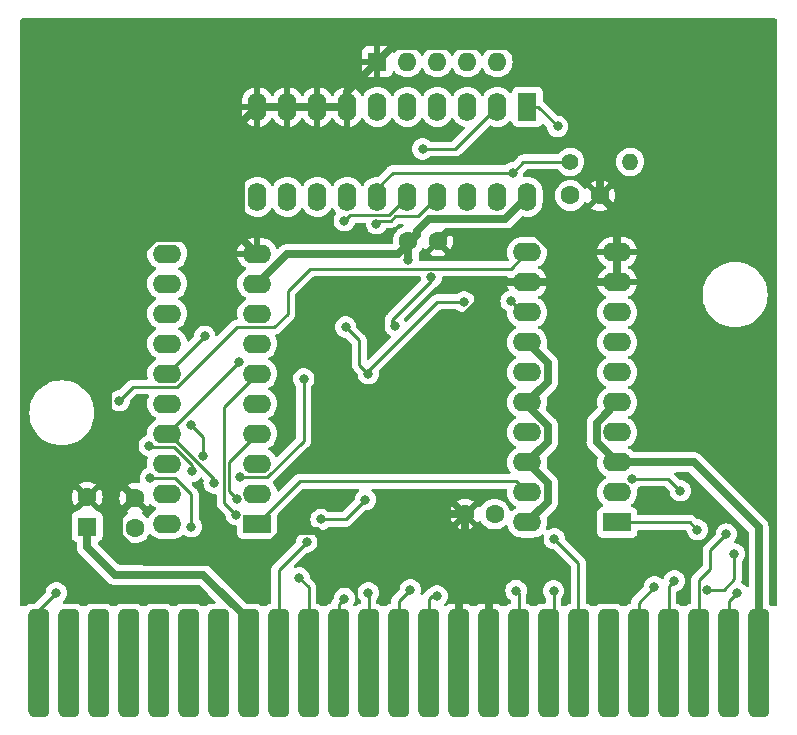
<source format=gbr>
%TF.GenerationSoftware,KiCad,Pcbnew,7.0.8*%
%TF.CreationDate,2023-10-14T11:25:39+01:00*%
%TF.ProjectId,v0a,7630612e-6b69-4636-9164-5f7063625858,rev?*%
%TF.SameCoordinates,Original*%
%TF.FileFunction,Copper,L2,Bot*%
%TF.FilePolarity,Positive*%
%FSLAX46Y46*%
G04 Gerber Fmt 4.6, Leading zero omitted, Abs format (unit mm)*
G04 Created by KiCad (PCBNEW 7.0.8) date 2023-10-14 11:25:39*
%MOMM*%
%LPD*%
G01*
G04 APERTURE LIST*
G04 Aperture macros list*
%AMRoundRect*
0 Rectangle with rounded corners*
0 $1 Rounding radius*
0 $2 $3 $4 $5 $6 $7 $8 $9 X,Y pos of 4 corners*
0 Add a 4 corners polygon primitive as box body*
4,1,4,$2,$3,$4,$5,$6,$7,$8,$9,$2,$3,0*
0 Add four circle primitives for the rounded corners*
1,1,$1+$1,$2,$3*
1,1,$1+$1,$4,$5*
1,1,$1+$1,$6,$7*
1,1,$1+$1,$8,$9*
0 Add four rect primitives between the rounded corners*
20,1,$1+$1,$2,$3,$4,$5,0*
20,1,$1+$1,$4,$5,$6,$7,0*
20,1,$1+$1,$6,$7,$8,$9,0*
20,1,$1+$1,$8,$9,$2,$3,0*%
G04 Aperture macros list end*
%TA.AperFunction,ComponentPad*%
%ADD10R,2.400000X1.600000*%
%TD*%
%TA.AperFunction,ComponentPad*%
%ADD11O,2.400000X1.600000*%
%TD*%
%TA.AperFunction,ComponentPad*%
%ADD12R,1.600000X2.400000*%
%TD*%
%TA.AperFunction,ComponentPad*%
%ADD13O,1.600000X2.400000*%
%TD*%
%TA.AperFunction,ComponentPad*%
%ADD14C,1.600000*%
%TD*%
%TA.AperFunction,ComponentPad*%
%ADD15R,1.600000X1.600000*%
%TD*%
%TA.AperFunction,ComponentPad*%
%ADD16O,1.600000X1.600000*%
%TD*%
%TA.AperFunction,ComponentPad*%
%ADD17C,1.400000*%
%TD*%
%TA.AperFunction,ComponentPad*%
%ADD18O,1.400000X1.400000*%
%TD*%
%TA.AperFunction,SMDPad,CuDef*%
%ADD19RoundRect,0.444500X-0.444500X-4.127500X0.444500X-4.127500X0.444500X4.127500X-0.444500X4.127500X0*%
%TD*%
%TA.AperFunction,ViaPad*%
%ADD20C,0.800000*%
%TD*%
%TA.AperFunction,Conductor*%
%ADD21C,0.700000*%
%TD*%
%TA.AperFunction,Conductor*%
%ADD22C,0.250000*%
%TD*%
G04 APERTURE END LIST*
D10*
%TO.P,U2,1,G*%
%TO.N,Net-(U1-P=R)*%
X115545000Y-71737000D03*
D11*
%TO.P,U2,2,P0*%
%TO.N,/A0*%
X115545000Y-69197000D03*
%TO.P,U2,3,R0*%
%TO.N,+5V*%
X115545000Y-66657000D03*
%TO.P,U2,4,P1*%
%TO.N,/A1*%
X115545000Y-64117000D03*
%TO.P,U2,5,R1*%
%TO.N,+5V*%
X115545000Y-61577000D03*
%TO.P,U2,6,P2*%
%TO.N,/A2*%
X115545000Y-59037000D03*
%TO.P,U2,7,R2*%
%TO.N,+5V*%
X115545000Y-56497000D03*
%TO.P,U2,8,P3*%
%TO.N,/A3*%
X115545000Y-53957000D03*
%TO.P,U2,9,R3*%
%TO.N,+5V*%
X115545000Y-51417000D03*
%TO.P,U2,10,GND*%
%TO.N,GND*%
X115545000Y-48877000D03*
%TO.P,U2,11,P4*%
%TO.N,/A7*%
X107925000Y-48877000D03*
%TO.P,U2,12,R4*%
%TO.N,+5V*%
X107925000Y-51417000D03*
%TO.P,U2,13,P5*%
%TO.N,/A6*%
X107925000Y-53957000D03*
%TO.P,U2,14,R5*%
%TO.N,+5V*%
X107925000Y-56497000D03*
%TO.P,U2,15,P6*%
%TO.N,/A5*%
X107925000Y-59037000D03*
%TO.P,U2,16,R6*%
%TO.N,+5V*%
X107925000Y-61577000D03*
%TO.P,U2,17,P7*%
%TO.N,/A4*%
X107925000Y-64117000D03*
%TO.P,U2,18,R7*%
%TO.N,+5V*%
X107925000Y-66657000D03*
%TO.P,U2,19,P=R*%
%TO.N,Net-(U2-P=R)*%
X107925000Y-69197000D03*
%TO.P,U2,20,VCC*%
%TO.N,+5V*%
X107925000Y-71737000D03*
%TD*%
D12*
%TO.P,U3,1,OE*%
%TO.N,/~{M8-B}*%
X138405000Y-36431000D03*
D13*
%TO.P,U3,2,D0*%
%TO.N,/D3*%
X135865000Y-36431000D03*
%TO.P,U3,3,D1*%
%TO.N,/D4*%
X133325000Y-36431000D03*
%TO.P,U3,4,D2*%
%TO.N,/D2*%
X130785000Y-36431000D03*
%TO.P,U3,5,D3*%
%TO.N,/D1*%
X128245000Y-36431000D03*
%TO.P,U3,6,D4*%
%TO.N,/D0*%
X125705000Y-36431000D03*
%TO.P,U3,7,D5*%
%TO.N,GND*%
X123165000Y-36431000D03*
%TO.P,U3,8,D6*%
X120625000Y-36431000D03*
%TO.P,U3,9,D7*%
X118085000Y-36431000D03*
%TO.P,U3,10,GND*%
X115545000Y-36431000D03*
%TO.P,U3,11,Cp*%
%TO.N,Net-(U2-P=R)*%
X115545000Y-44051000D03*
%TO.P,U3,12,Q7*%
%TO.N,unconnected-(U3-Q7-Pad12)*%
X118085000Y-44051000D03*
%TO.P,U3,13,Q6*%
%TO.N,unconnected-(U3-Q6-Pad13)*%
X120625000Y-44051000D03*
%TO.P,U3,14,Q5*%
%TO.N,unconnected-(U3-Q5-Pad14)*%
X123165000Y-44051000D03*
%TO.P,U3,15,Q4*%
%TO.N,/BA0*%
X125705000Y-44051000D03*
%TO.P,U3,16,Q3*%
%TO.N,/BA1*%
X128245000Y-44051000D03*
%TO.P,U3,17,Q2*%
%TO.N,/BA2*%
X130785000Y-44051000D03*
%TO.P,U3,18,Q1*%
%TO.N,/BA4*%
X133325000Y-44051000D03*
%TO.P,U3,19,Q0*%
%TO.N,/BA3*%
X135865000Y-44051000D03*
%TO.P,U3,20,VCC*%
%TO.N,+5V*%
X138405000Y-44051000D03*
%TD*%
D14*
%TO.P,C4,1*%
%TO.N,+5V*%
X128340800Y-47802800D03*
%TO.P,C4,2*%
%TO.N,GND*%
X130840800Y-47802800D03*
%TD*%
D15*
%TO.P,RN1,1,common*%
%TO.N,GND*%
X125705000Y-32621000D03*
D16*
%TO.P,RN1,2,R1*%
%TO.N,/BA1*%
X128245000Y-32621000D03*
%TO.P,RN1,3,R2*%
%TO.N,/BA2*%
X130785000Y-32621000D03*
%TO.P,RN1,4,R3*%
%TO.N,/BA4*%
X133325000Y-32621000D03*
%TO.P,RN1,5,R4*%
%TO.N,/BA3*%
X135865000Y-32621000D03*
%TD*%
D17*
%TO.P,R1,1*%
%TO.N,/BA0*%
X142036800Y-41097200D03*
D18*
%TO.P,R1,2*%
%TO.N,/A14*%
X147116800Y-41097200D03*
%TD*%
D10*
%TO.P,U1,1,G*%
%TO.N,/~{Wr}*%
X146025000Y-71610000D03*
D11*
%TO.P,U1,2,P0*%
%TO.N,/A10*%
X146025000Y-69070000D03*
%TO.P,U1,3,R0*%
%TO.N,+5V*%
X146025000Y-66530000D03*
%TO.P,U1,4,P1*%
%TO.N,/A9*%
X146025000Y-63990000D03*
%TO.P,U1,5,R1*%
%TO.N,+5V*%
X146025000Y-61450000D03*
%TO.P,U1,6,P2*%
%TO.N,/A13*%
X146025000Y-58910000D03*
%TO.P,U1,7,R2*%
%TO.N,+5V*%
X146025000Y-56370000D03*
%TO.P,U1,8,P3*%
%TO.N,/~{MReq}*%
X146025000Y-53830000D03*
%TO.P,U1,9,R3*%
%TO.N,GND*%
X146025000Y-51290000D03*
%TO.P,U1,10,GND*%
X146025000Y-48750000D03*
%TO.P,U1,11,P4*%
%TO.N,/~{MC-F}*%
X138405000Y-48750000D03*
%TO.P,U1,12,R4*%
%TO.N,GND*%
X138405000Y-51290000D03*
%TO.P,U1,13,P5*%
%TO.N,/A12*%
X138405000Y-53830000D03*
%TO.P,U1,14,R5*%
%TO.N,+5V*%
X138405000Y-56370000D03*
%TO.P,U1,15,P6*%
%TO.N,/A8*%
X138405000Y-58910000D03*
%TO.P,U1,16,R6*%
%TO.N,+5V*%
X138405000Y-61450000D03*
%TO.P,U1,17,P7*%
%TO.N,/A11*%
X138405000Y-63990000D03*
%TO.P,U1,18,R7*%
%TO.N,+5V*%
X138405000Y-66530000D03*
%TO.P,U1,19,P=R*%
%TO.N,Net-(U1-P=R)*%
X138405000Y-69070000D03*
%TO.P,U1,20,VCC*%
%TO.N,+5V*%
X138405000Y-71610000D03*
%TD*%
D15*
%TO.P,C5,1*%
%TO.N,+5V*%
X101142800Y-71969513D03*
D14*
%TO.P,C5,2*%
%TO.N,GND*%
X101142800Y-69469513D03*
%TD*%
%TO.P,C3,1*%
%TO.N,+5V*%
X142056800Y-43942000D03*
%TO.P,C3,2*%
%TO.N,GND*%
X144556800Y-43942000D03*
%TD*%
%TO.P,C2,1*%
%TO.N,+5V*%
X105181800Y-72072600D03*
%TO.P,C2,2*%
%TO.N,GND*%
X105181800Y-69572600D03*
%TD*%
%TO.P,C1,1*%
%TO.N,+5V*%
X135646800Y-70916800D03*
%TO.P,C1,2*%
%TO.N,GND*%
X133146800Y-70916800D03*
%TD*%
D19*
%TO.P,J1,49,Pin_49*%
%TO.N,/~{MC-F}*%
X97028000Y-83566000D03*
%TO.P,J1,47,Pin_47*%
%TO.N,/~{Clock}*%
X99568000Y-83566000D03*
%TO.P,J1,45,Pin_45*%
%TO.N,/~{BusAck}*%
X102108000Y-83566000D03*
%TO.P,J1,43,Pin_43*%
%TO.N,/JyDs*%
X104648000Y-83566000D03*
%TO.P,J1,41,Pin_41*%
%TO.N,/~{Wait}*%
X107188000Y-83566000D03*
%TO.P,J1,39,Pin_39*%
%TO.N,/~{Refresh}*%
X109728000Y-83566000D03*
%TO.P,J1,37,Pin_37*%
%TO.N,/~{M1}*%
X112268000Y-83566000D03*
%TO.P,J1,35,Pin_35*%
%TO.N,+5V*%
X114808000Y-83566000D03*
%TO.P,J1,33,Pin_33*%
%TO.N,/A12*%
X117348000Y-83566000D03*
%TO.P,J1,31,Pin_31*%
%TO.N,/A6*%
X119888000Y-83566000D03*
%TO.P,J1,29,Pin_29*%
%TO.N,/A4*%
X122428000Y-83566000D03*
%TO.P,J1,27,Pin_27*%
%TO.N,/A2*%
X124968000Y-83566000D03*
%TO.P,J1,25,Pin_25*%
%TO.N,/A0*%
X127508000Y-83566000D03*
%TO.P,J1,23,Pin_23*%
%TO.N,/D1*%
X130048000Y-83566000D03*
%TO.P,J1,21,Pin_21*%
%TO.N,GND*%
X132588000Y-83566000D03*
%TO.P,J1,19,Pin_19*%
X135128000Y-83566000D03*
%TO.P,J1,17,Pin_17*%
%TO.N,/D4*%
X137668000Y-83566000D03*
%TO.P,J1,15,Pin_15*%
%TO.N,/D6*%
X140208000Y-83566000D03*
%TO.P,J1,13,Pin_13*%
%TO.N,/~{CE}*%
X142748000Y-83566000D03*
%TO.P,J1,11,Pin_11*%
%TO.N,/~{M0-7}*%
X145288000Y-83566000D03*
%TO.P,J1,9,Pin_9*%
%TO.N,/A9*%
X147828000Y-83566000D03*
%TO.P,J1,7,Pin_7*%
%TO.N,/A13*%
X150368000Y-83566000D03*
%TO.P,J1,5,Pin_5*%
%TO.N,/~{M8-B}*%
X152908000Y-83566000D03*
%TO.P,J1,3,Pin_3*%
%TO.N,/~{MReq}*%
X155448000Y-83566000D03*
%TO.P,J1,1,Pin_1*%
%TO.N,+5V*%
X157988000Y-83566000D03*
%TD*%
D20*
%TO.N,GND*%
X105714800Y-74625200D03*
X101346000Y-77216000D03*
X126142799Y-70145400D03*
X125603400Y-64218600D03*
X122682000Y-73660000D03*
X117856000Y-72390000D03*
%TO.N,/BA1*%
X122911000Y-46083000D03*
%TO.N,/BA2*%
X125625500Y-46337000D03*
%TO.N,/BA4*%
X127229000Y-54973000D03*
X130277000Y-50871500D03*
%TO.N,/~{Wr}*%
X152808500Y-72245000D03*
%TO.N,/A0*%
X128499000Y-77325000D03*
%TO.N,+5V*%
X128346600Y-49385000D03*
%TO.N,/A1*%
X113811635Y-69622134D03*
%TO.N,/A2*%
X113745498Y-70967600D03*
X124943000Y-77579000D03*
%TO.N,/A3*%
X119481600Y-59465500D03*
X114096800Y-67818000D03*
%TO.N,/A4*%
X122919952Y-78078048D03*
X111893500Y-68275200D03*
X114021000Y-58021000D03*
%TO.N,/A5*%
X111103500Y-55858500D03*
X109957000Y-63392500D03*
X110953697Y-65987099D03*
%TO.N,/A6*%
X109982000Y-67310000D03*
X119105299Y-76313299D03*
X106401000Y-65133000D03*
%TO.N,/A7*%
X106502600Y-67876200D03*
X109957000Y-71991000D03*
%TO.N,/A9*%
X149168500Y-77071000D03*
%TO.N,/A12*%
X137033400Y-52890200D03*
X120954800Y-71374000D03*
X133037000Y-52941000D03*
X124693299Y-69700701D03*
X119735600Y-73298500D03*
X123041965Y-55074704D03*
X124943000Y-59037000D03*
%TO.N,/A13*%
X150851000Y-76563000D03*
%TO.N,/A14*%
X155931000Y-74277000D03*
X153632500Y-77325000D03*
%TO.N,/~{M8-B}*%
X140970000Y-38100000D03*
X155249099Y-72614301D03*
%TO.N,/D1*%
X130772500Y-77851000D03*
%TO.N,/D3*%
X129540000Y-40005000D03*
%TO.N,/D4*%
X137464800Y-77393800D03*
%TO.N,/BA0*%
X137160000Y-42019000D03*
%TO.N,/D6*%
X140639800Y-77419200D03*
%TO.N,/~{CE}*%
X140691000Y-73007000D03*
%TO.N,/~{Rd}*%
X151359000Y-68943000D03*
X147295000Y-67927000D03*
%TO.N,/~{MReq}*%
X156172500Y-77579000D03*
%TO.N,/~{MC-F}*%
X98527000Y-77579000D03*
X103861000Y-61323000D03*
%TD*%
D21*
%TO.N,GND*%
X121948097Y-73710800D02*
X120585797Y-72348500D01*
X103831800Y-70922600D02*
X105181800Y-69572600D01*
X146025000Y-45410200D02*
X144556800Y-43942000D01*
X125705000Y-32621000D02*
X127055000Y-31271000D01*
X144556800Y-43942000D02*
X144556800Y-37175296D01*
X146025000Y-48750000D02*
X146025000Y-51290000D01*
X117856000Y-72339200D02*
X117856000Y-72390000D01*
X125603400Y-61718103D02*
X136031503Y-51290000D01*
X126914199Y-70916800D02*
X126142799Y-70145400D01*
X114621400Y-37354600D02*
X115545000Y-36431000D01*
X117856000Y-72390000D02*
X117805200Y-72390000D01*
X122682000Y-73660000D02*
X122631200Y-73660000D01*
X117805200Y-72390000D02*
X115214400Y-74980800D01*
X131640799Y-47002801D02*
X139052401Y-47002801D01*
X105714800Y-74625200D02*
X103831800Y-72742200D01*
X115214400Y-74980800D02*
X106070400Y-74980800D01*
X144556800Y-37175296D02*
X144267152Y-36885648D01*
X138405000Y-51290000D02*
X146025000Y-51290000D01*
X115545000Y-36431000D02*
X118085000Y-36431000D01*
X105181800Y-69572600D02*
X102911000Y-67301800D01*
X135128000Y-76403200D02*
X133146800Y-74422000D01*
X120625000Y-36431000D02*
X118085000Y-36431000D01*
X106070400Y-74980800D02*
X105714800Y-74625200D01*
X126142799Y-70145400D02*
X126142799Y-70148401D01*
X138652503Y-31271000D02*
X144267152Y-36885648D01*
X106905000Y-47527000D02*
X114195000Y-47527000D01*
X146025000Y-48750000D02*
X146025000Y-45410200D01*
X100617600Y-67301800D02*
X99339400Y-68580000D01*
X114195000Y-37781000D02*
X114621400Y-37354600D01*
X114195000Y-47527000D02*
X114195000Y-37781000D01*
X132588000Y-83566000D02*
X132588000Y-74980800D01*
X122631200Y-73660000D02*
X122580400Y-73710800D01*
X125603400Y-64218600D02*
X125603400Y-61718103D01*
X102911000Y-67301800D02*
X100617600Y-67301800D01*
X142036800Y-49987200D02*
X142036800Y-51290000D01*
X132588000Y-74980800D02*
X133146800Y-74422000D01*
X122580400Y-73710800D02*
X121948097Y-73710800D01*
X123165000Y-36431000D02*
X120625000Y-36431000D01*
X126142799Y-70148401D02*
X122682000Y-73609200D01*
X103831800Y-72742200D02*
X103831800Y-70922600D01*
X133146800Y-74422000D02*
X133146800Y-70916800D01*
X130840800Y-47802800D02*
X131640799Y-47002801D01*
X102911000Y-67301800D02*
X102911000Y-51521000D01*
X99339400Y-68580000D02*
X99339400Y-75209400D01*
X136031503Y-51290000D02*
X138405000Y-51290000D01*
X120585797Y-72348500D02*
X117846700Y-72348500D01*
X139052401Y-47002801D02*
X142036800Y-49987200D01*
X102911000Y-51521000D02*
X106905000Y-47527000D01*
X99339400Y-75209400D02*
X101346000Y-77216000D01*
X117846700Y-72348500D02*
X117856000Y-72339200D01*
X135128000Y-83566000D02*
X135128000Y-76403200D01*
X114195000Y-47527000D02*
X115545000Y-48877000D01*
X123165000Y-36431000D02*
X123165000Y-35161000D01*
X133146800Y-70916800D02*
X126914199Y-70916800D01*
X127055000Y-31271000D02*
X138652503Y-31271000D01*
X123165000Y-35161000D02*
X125705000Y-32621000D01*
X122682000Y-73609200D02*
X122682000Y-73660000D01*
D22*
%TO.N,/BA1*%
X126684000Y-45612000D02*
X128245000Y-44051000D01*
X122911000Y-46083000D02*
X123382000Y-45612000D01*
X123382000Y-45612000D02*
X126684000Y-45612000D01*
%TO.N,/BA2*%
X127212396Y-45720000D02*
X129116000Y-45720000D01*
X125625500Y-46337000D02*
X125900500Y-46062000D01*
X126870396Y-46062000D02*
X127212396Y-45720000D01*
X125900500Y-46062000D02*
X126870396Y-46062000D01*
X129116000Y-45720000D02*
X130785000Y-44051000D01*
%TO.N,/BA4*%
X130277000Y-51163000D02*
X126975000Y-54465000D01*
X126975000Y-54465000D02*
X126975000Y-54719000D01*
X126975000Y-54719000D02*
X127229000Y-54973000D01*
X130277000Y-50871500D02*
X130277000Y-51163000D01*
%TO.N,/~{Wr}*%
X152808500Y-72245000D02*
X152173500Y-71610000D01*
X152173500Y-71610000D02*
X146025000Y-71610000D01*
%TO.N,/A0*%
X128499000Y-77325000D02*
X127508000Y-78316000D01*
X127508000Y-78316000D02*
X127508000Y-83566000D01*
D21*
%TO.N,+5V*%
X152502000Y-66530000D02*
X157988000Y-72016000D01*
X114808000Y-83566000D02*
X114808000Y-79883000D01*
X140155000Y-58120000D02*
X140155000Y-59700000D01*
X136482000Y-45974000D02*
X138405000Y-44051000D01*
X103465513Y-76047600D02*
X101142800Y-73724887D01*
X101142800Y-73724887D02*
X101142800Y-71969513D01*
X146025000Y-66530000D02*
X144275000Y-64780000D01*
X144275000Y-64780000D02*
X144275000Y-63200000D01*
X129057800Y-46964200D02*
X129057800Y-47085800D01*
X110972600Y-76047600D02*
X103465513Y-76047600D01*
X129057800Y-47085800D02*
X128340800Y-47802800D01*
X115545000Y-51417000D02*
X118067000Y-48895000D01*
X140155000Y-63430812D02*
X140155000Y-64780000D01*
X138405000Y-66530000D02*
X140155000Y-68280000D01*
X144275000Y-63200000D02*
X146025000Y-61450000D01*
X127449800Y-48895000D02*
X129057800Y-47287000D01*
X129057800Y-47287000D02*
X128346600Y-47998200D01*
X138405000Y-61680812D02*
X140155000Y-63430812D01*
X140155000Y-69860000D02*
X138405000Y-71610000D01*
X140155000Y-59700000D02*
X138405000Y-61450000D01*
X140155000Y-64780000D02*
X138405000Y-66530000D01*
X129057800Y-47287000D02*
X129057800Y-46964200D01*
X138405000Y-61450000D02*
X138405000Y-61680812D01*
X130048000Y-45974000D02*
X136482000Y-45974000D01*
X146025000Y-66530000D02*
X152502000Y-66530000D01*
X157988000Y-72016000D02*
X157988000Y-83566000D01*
X129057800Y-46964200D02*
X130048000Y-45974000D01*
X140155000Y-68280000D02*
X140155000Y-69860000D01*
X128346600Y-47998200D02*
X128346600Y-49385000D01*
X138405000Y-56370000D02*
X140155000Y-58120000D01*
X118067000Y-48895000D02*
X127449800Y-48895000D01*
X114808000Y-79883000D02*
X110972600Y-76047600D01*
D22*
%TO.N,/A1*%
X113175200Y-66486800D02*
X115545000Y-64117000D01*
X113811635Y-69622134D02*
X113175200Y-68985699D01*
X113175200Y-68985699D02*
X113175200Y-66486800D01*
%TO.N,/A2*%
X115545000Y-59037000D02*
X112725200Y-61856800D01*
X124968000Y-77604000D02*
X124943000Y-77579000D01*
X124968000Y-83566000D02*
X124968000Y-77604000D01*
X112725200Y-61856800D02*
X112725200Y-69947302D01*
X112725200Y-69947302D02*
X113745498Y-70967600D01*
%TO.N,/A3*%
X119481600Y-64711390D02*
X119481600Y-59465500D01*
X116374990Y-67818000D02*
X119481600Y-64711390D01*
X114096800Y-67818000D02*
X116374990Y-67818000D01*
%TO.N,/A4*%
X111893500Y-68275200D02*
X111893500Y-67951500D01*
X122919952Y-78078048D02*
X122428000Y-78570000D01*
X108059000Y-64117000D02*
X107925000Y-64117000D01*
X111893500Y-67951500D02*
X108059000Y-64117000D01*
X114021000Y-58021000D02*
X107925000Y-64117000D01*
X122428000Y-78570000D02*
X122428000Y-83566000D01*
%TO.N,/A5*%
X110953697Y-64389197D02*
X109957000Y-63392500D01*
X111103500Y-55858500D02*
X107925000Y-59037000D01*
X110953697Y-65987099D02*
X110953697Y-64389197D01*
%TO.N,/A6*%
X119888000Y-77096000D02*
X119888000Y-83566000D01*
X109982000Y-66723010D02*
X108500990Y-65242000D01*
X106510000Y-65242000D02*
X106401000Y-65133000D01*
X109982000Y-67310000D02*
X109982000Y-66723010D01*
X108500990Y-65242000D02*
X106510000Y-65242000D01*
X119105299Y-76313299D02*
X119888000Y-77096000D01*
%TO.N,/A7*%
X108595190Y-67876200D02*
X109957000Y-69238010D01*
X106502600Y-67876200D02*
X108595190Y-67876200D01*
X109957000Y-69238010D02*
X109957000Y-71991000D01*
%TO.N,Net-(U1-P=R)*%
X115545000Y-71737000D02*
X119133800Y-68148200D01*
X119133800Y-68148200D02*
X137483200Y-68148200D01*
X137483200Y-68148200D02*
X138405000Y-69070000D01*
%TO.N,/A9*%
X147828000Y-78411500D02*
X147828000Y-83566000D01*
X149168500Y-77071000D02*
X147828000Y-78411500D01*
%TO.N,/A12*%
X133037000Y-52941000D02*
X130785000Y-52941000D01*
X124181000Y-56213739D02*
X123041965Y-55074704D01*
X137770000Y-53195000D02*
X138405000Y-53830000D01*
X138405000Y-53830000D02*
X137973200Y-53830000D01*
X119735600Y-73298500D02*
X117348000Y-75686100D01*
X124693299Y-69700701D02*
X123020000Y-71374000D01*
X123020000Y-71374000D02*
X120954800Y-71374000D01*
X124943000Y-58783000D02*
X124943000Y-59037000D01*
X130785000Y-52941000D02*
X124943000Y-58783000D01*
X124943000Y-59037000D02*
X124181000Y-58275000D01*
X124181000Y-58275000D02*
X124181000Y-56213739D01*
X117348000Y-75686100D02*
X117348000Y-83566000D01*
X137973200Y-53830000D02*
X137033400Y-52890200D01*
%TO.N,/A13*%
X150368000Y-77046000D02*
X150368000Y-83566000D01*
X150851000Y-76563000D02*
X150368000Y-77046000D01*
%TO.N,/A14*%
X155043396Y-77325000D02*
X155931000Y-76437396D01*
X153632500Y-77325000D02*
X155043396Y-77325000D01*
X155931000Y-76437396D02*
X155931000Y-74277000D01*
%TO.N,/~{M8-B}*%
X153899000Y-73964400D02*
X153899000Y-75547000D01*
X138405000Y-36431000D02*
X139301000Y-36431000D01*
X153899000Y-75547000D02*
X152908000Y-76538000D01*
X152908000Y-76538000D02*
X152908000Y-83566000D01*
X139301000Y-36431000D02*
X140970000Y-38100000D01*
X155249099Y-72614301D02*
X153899000Y-73964400D01*
%TO.N,/D1*%
X130048000Y-78112000D02*
X130048000Y-83566000D01*
X130309000Y-77851000D02*
X130048000Y-78112000D01*
X130772500Y-77851000D02*
X130309000Y-77851000D01*
%TO.N,/D3*%
X132291000Y-40005000D02*
X135865000Y-36431000D01*
X129540000Y-40005000D02*
X132291000Y-40005000D01*
%TO.N,/D4*%
X137668000Y-77597000D02*
X137668000Y-83566000D01*
X137464800Y-77393800D02*
X137668000Y-77597000D01*
%TO.N,/BA0*%
X142036800Y-41097200D02*
X138081800Y-41097200D01*
X127000000Y-42019000D02*
X137160000Y-42019000D01*
X125705000Y-44051000D02*
X125705000Y-43314000D01*
X138081800Y-41097200D02*
X137160000Y-42019000D01*
X125705000Y-43314000D02*
X127000000Y-42019000D01*
%TO.N,/D6*%
X140639800Y-77419200D02*
X140642310Y-77421710D01*
X140642310Y-83131690D02*
X140208000Y-83566000D01*
X140642310Y-77421710D02*
X140642310Y-83131690D01*
%TO.N,/~{CE}*%
X140691000Y-73007000D02*
X142723000Y-75039000D01*
X142723000Y-83541000D02*
X142748000Y-83566000D01*
X142723000Y-75039000D02*
X142723000Y-83541000D01*
%TO.N,/~{Rd}*%
X147295000Y-67927000D02*
X150343000Y-67927000D01*
X150343000Y-67927000D02*
X151359000Y-68943000D01*
%TO.N,/~{MReq}*%
X155448000Y-83566000D02*
X155448000Y-78303500D01*
X155448000Y-78303500D02*
X156172500Y-77579000D01*
%TO.N,/~{MC-F}*%
X120033000Y-50147000D02*
X137008000Y-50147000D01*
X103861000Y-61323000D02*
X105022000Y-60162000D01*
X109450000Y-59502990D02*
X109450000Y-59460000D01*
X117003000Y-55082000D02*
X118110000Y-53975000D01*
X108790990Y-60162000D02*
X109450000Y-59502990D01*
X137008000Y-50147000D02*
X138405000Y-48750000D01*
X97028000Y-79078000D02*
X98527000Y-77579000D01*
X105022000Y-60162000D02*
X108790990Y-60162000D01*
X118110000Y-52070000D02*
X120033000Y-50147000D01*
X113828000Y-55082000D02*
X117003000Y-55082000D01*
X118110000Y-53975000D02*
X118110000Y-52070000D01*
X97028000Y-83566000D02*
X97028000Y-79078000D01*
X109450000Y-59460000D02*
X113828000Y-55082000D01*
%TD*%
%TA.AperFunction,Conductor*%
%TO.N,GND*%
G36*
X117757359Y-36192955D02*
G01*
X117699835Y-36305852D01*
X117680014Y-36431000D01*
X117699835Y-36556148D01*
X117757359Y-36669045D01*
X117769314Y-36681000D01*
X115860686Y-36681000D01*
X115872641Y-36669045D01*
X115930165Y-36556148D01*
X115949986Y-36431000D01*
X115930165Y-36305852D01*
X115872641Y-36192955D01*
X115860686Y-36181000D01*
X117769314Y-36181000D01*
X117757359Y-36192955D01*
G37*
%TD.AperFunction*%
%TA.AperFunction,Conductor*%
G36*
X120297359Y-36192955D02*
G01*
X120239835Y-36305852D01*
X120220014Y-36431000D01*
X120239835Y-36556148D01*
X120297359Y-36669045D01*
X120309314Y-36681000D01*
X118400686Y-36681000D01*
X118412641Y-36669045D01*
X118470165Y-36556148D01*
X118489986Y-36431000D01*
X118470165Y-36305852D01*
X118412641Y-36192955D01*
X118400686Y-36181000D01*
X120309314Y-36181000D01*
X120297359Y-36192955D01*
G37*
%TD.AperFunction*%
%TA.AperFunction,Conductor*%
G36*
X122837359Y-36192955D02*
G01*
X122779835Y-36305852D01*
X122760014Y-36431000D01*
X122779835Y-36556148D01*
X122837359Y-36669045D01*
X122849314Y-36681000D01*
X120940686Y-36681000D01*
X120952641Y-36669045D01*
X121010165Y-36556148D01*
X121029986Y-36431000D01*
X121010165Y-36305852D01*
X120952641Y-36192955D01*
X120940686Y-36181000D01*
X122849314Y-36181000D01*
X122837359Y-36192955D01*
G37*
%TD.AperFunction*%
%TA.AperFunction,Conductor*%
G36*
X159462539Y-28968185D02*
G01*
X159508294Y-29020989D01*
X159519500Y-29072500D01*
X159519500Y-78616000D01*
X159499815Y-78683039D01*
X159447011Y-78728794D01*
X159395500Y-78740000D01*
X159115394Y-78740000D01*
X159048355Y-78720315D01*
X159037034Y-78712102D01*
X158955209Y-78645383D01*
X158905087Y-78619201D01*
X158854780Y-78570714D01*
X158838500Y-78509293D01*
X158838500Y-72053087D01*
X158838705Y-72048052D01*
X158843201Y-71992836D01*
X158842967Y-71991122D01*
X158832270Y-71912607D01*
X158823514Y-71832090D01*
X158823513Y-71832088D01*
X158823513Y-71832084D01*
X158823280Y-71831026D01*
X158818507Y-71810663D01*
X158818227Y-71809536D01*
X158818227Y-71809532D01*
X158790294Y-71733499D01*
X158764444Y-71656779D01*
X158764441Y-71656774D01*
X158763950Y-71655712D01*
X158754930Y-71636886D01*
X158754434Y-71635886D01*
X158748181Y-71626104D01*
X158710806Y-71567631D01*
X158669070Y-71498264D01*
X158669069Y-71498263D01*
X158669068Y-71498261D01*
X158668409Y-71497395D01*
X158655541Y-71480934D01*
X158654802Y-71480014D01*
X158654801Y-71480013D01*
X158654800Y-71480011D01*
X158597539Y-71422750D01*
X158541849Y-71363959D01*
X158541088Y-71363312D01*
X158523881Y-71349092D01*
X155835140Y-68660351D01*
X153129607Y-65954818D01*
X153126204Y-65951126D01*
X153090336Y-65908899D01*
X153025891Y-65859909D01*
X152962759Y-65809162D01*
X152962758Y-65809161D01*
X152962754Y-65809158D01*
X152962748Y-65809155D01*
X152961854Y-65808583D01*
X152944019Y-65797520D01*
X152943064Y-65796946D01*
X152869560Y-65762939D01*
X152797027Y-65726966D01*
X152795981Y-65726582D01*
X152776160Y-65719602D01*
X152775164Y-65719266D01*
X152696073Y-65701858D01*
X152617494Y-65682315D01*
X152616584Y-65682191D01*
X152595506Y-65679610D01*
X152594501Y-65679501D01*
X152594497Y-65679500D01*
X152594492Y-65679500D01*
X152513531Y-65679500D01*
X152432564Y-65677306D01*
X152431520Y-65677391D01*
X152409352Y-65679500D01*
X147465048Y-65679500D01*
X147398009Y-65659815D01*
X147377371Y-65643185D01*
X147264139Y-65529953D01*
X147264138Y-65529952D01*
X147264137Y-65529951D01*
X147077734Y-65399432D01*
X147077728Y-65399429D01*
X147048966Y-65386017D01*
X147019724Y-65372381D01*
X146967285Y-65326210D01*
X146948133Y-65259017D01*
X146968348Y-65192135D01*
X147019725Y-65147618D01*
X147037728Y-65139223D01*
X147077734Y-65120568D01*
X147264139Y-64990047D01*
X147425047Y-64829139D01*
X147555568Y-64642734D01*
X147651739Y-64436496D01*
X147710635Y-64216692D01*
X147730468Y-63990000D01*
X147730346Y-63988610D01*
X147723934Y-63915318D01*
X147710635Y-63763308D01*
X147651739Y-63543504D01*
X147555568Y-63337266D01*
X147425047Y-63150861D01*
X147425045Y-63150858D01*
X147264141Y-62989954D01*
X147077734Y-62859432D01*
X147077728Y-62859429D01*
X147030834Y-62837562D01*
X147019724Y-62832381D01*
X146967285Y-62786210D01*
X146948133Y-62719017D01*
X146968348Y-62652135D01*
X147019725Y-62607618D01*
X147077734Y-62580568D01*
X147264139Y-62450047D01*
X147425047Y-62289139D01*
X147555568Y-62102734D01*
X147651739Y-61896496D01*
X147710635Y-61676692D01*
X147730468Y-61450000D01*
X147710635Y-61223308D01*
X147651739Y-61003504D01*
X147555568Y-60797266D01*
X147425047Y-60610861D01*
X147425045Y-60610858D01*
X147264141Y-60449954D01*
X147077734Y-60319432D01*
X147077728Y-60319429D01*
X147019725Y-60292382D01*
X146967285Y-60246210D01*
X146948133Y-60179017D01*
X146968348Y-60112135D01*
X147019725Y-60067618D01*
X147019828Y-60067570D01*
X147077734Y-60040568D01*
X147264139Y-59910047D01*
X147425047Y-59749139D01*
X147555568Y-59562734D01*
X147651739Y-59356496D01*
X147710635Y-59136692D01*
X147730468Y-58910000D01*
X147710635Y-58683308D01*
X147664419Y-58510825D01*
X147651741Y-58463511D01*
X147651738Y-58463502D01*
X147627684Y-58411918D01*
X147555568Y-58257266D01*
X147425047Y-58070861D01*
X147425045Y-58070858D01*
X147264141Y-57909954D01*
X147077734Y-57779432D01*
X147077728Y-57779429D01*
X147037726Y-57760776D01*
X147019724Y-57752381D01*
X146967285Y-57706210D01*
X146948133Y-57639017D01*
X146968348Y-57572135D01*
X147019725Y-57527618D01*
X147077734Y-57500568D01*
X147264139Y-57370047D01*
X147425047Y-57209139D01*
X147555568Y-57022734D01*
X147651739Y-56816496D01*
X147710635Y-56596692D01*
X147730468Y-56370000D01*
X147710635Y-56143308D01*
X147651739Y-55923504D01*
X147555568Y-55717266D01*
X147449660Y-55566013D01*
X147425045Y-55530858D01*
X147264141Y-55369954D01*
X147077734Y-55239432D01*
X147077728Y-55239429D01*
X147019725Y-55212382D01*
X146967285Y-55166210D01*
X146948133Y-55099017D01*
X146968348Y-55032135D01*
X147019725Y-54987618D01*
X147077734Y-54960568D01*
X147264139Y-54830047D01*
X147425047Y-54669139D01*
X147555568Y-54482734D01*
X147651739Y-54276496D01*
X147710635Y-54056692D01*
X147730468Y-53830000D01*
X147710635Y-53603308D01*
X147651739Y-53383504D01*
X147555568Y-53177266D01*
X147425047Y-52990861D01*
X147425045Y-52990858D01*
X147264141Y-52829954D01*
X147077734Y-52699432D01*
X147077732Y-52699431D01*
X147053184Y-52687984D01*
X147019132Y-52672105D01*
X146966694Y-52625934D01*
X146947542Y-52558740D01*
X146967758Y-52491859D01*
X147019134Y-52447341D01*
X147077484Y-52420132D01*
X147177642Y-52350000D01*
X153244473Y-52350000D01*
X153264563Y-52682136D01*
X153264563Y-52682141D01*
X153264564Y-52682142D01*
X153324544Y-53009441D01*
X153324545Y-53009445D01*
X153324546Y-53009449D01*
X153423530Y-53327104D01*
X153423534Y-53327116D01*
X153423537Y-53327123D01*
X153560102Y-53630557D01*
X153732246Y-53915318D01*
X153732251Y-53915326D01*
X153937460Y-54177255D01*
X154172744Y-54412539D01*
X154434673Y-54617748D01*
X154434678Y-54617751D01*
X154434682Y-54617754D01*
X154719443Y-54789898D01*
X155022877Y-54926463D01*
X155022890Y-54926467D01*
X155022895Y-54926469D01*
X155219132Y-54987618D01*
X155340559Y-55025456D01*
X155667858Y-55085436D01*
X155845740Y-55096196D01*
X155916892Y-55100500D01*
X155916894Y-55100500D01*
X156083108Y-55100500D01*
X156145365Y-55096734D01*
X156332142Y-55085436D01*
X156659441Y-55025456D01*
X156977123Y-54926463D01*
X157280557Y-54789898D01*
X157565318Y-54617754D01*
X157575558Y-54609732D01*
X157691948Y-54518546D01*
X157827252Y-54412542D01*
X158062542Y-54177252D01*
X158229458Y-53964199D01*
X158267748Y-53915326D01*
X158267748Y-53915324D01*
X158267754Y-53915318D01*
X158439898Y-53630557D01*
X158576463Y-53327123D01*
X158583586Y-53304266D01*
X158597854Y-53258477D01*
X158675456Y-53009441D01*
X158735436Y-52682142D01*
X158755527Y-52350000D01*
X158735436Y-52017858D01*
X158675456Y-51690559D01*
X158624815Y-51528045D01*
X158576469Y-51372895D01*
X158576467Y-51372890D01*
X158576463Y-51372877D01*
X158439898Y-51069443D01*
X158267754Y-50784682D01*
X158267751Y-50784678D01*
X158267748Y-50784673D01*
X158062539Y-50522744D01*
X157827255Y-50287460D01*
X157565326Y-50082251D01*
X157562453Y-50080514D01*
X157280557Y-49910102D01*
X156977123Y-49773537D01*
X156977116Y-49773534D01*
X156977104Y-49773530D01*
X156659449Y-49674546D01*
X156659445Y-49674545D01*
X156659441Y-49674544D01*
X156332142Y-49614564D01*
X156332141Y-49614563D01*
X156332136Y-49614563D01*
X156083108Y-49599500D01*
X156083106Y-49599500D01*
X155916894Y-49599500D01*
X155916892Y-49599500D01*
X155667863Y-49614563D01*
X155667858Y-49614564D01*
X155340559Y-49674544D01*
X155340556Y-49674544D01*
X155340550Y-49674546D01*
X155022895Y-49773530D01*
X155022879Y-49773536D01*
X155022877Y-49773537D01*
X154924109Y-49817989D01*
X154719447Y-49910100D01*
X154719445Y-49910101D01*
X154434673Y-50082251D01*
X154172744Y-50287460D01*
X153937460Y-50522744D01*
X153732251Y-50784673D01*
X153619914Y-50970502D01*
X153560102Y-51069443D01*
X153483438Y-51239784D01*
X153423536Y-51372880D01*
X153423530Y-51372895D01*
X153324546Y-51690550D01*
X153324544Y-51690556D01*
X153324544Y-51690559D01*
X153292852Y-51863496D01*
X153264563Y-52017863D01*
X153244473Y-52350000D01*
X147177642Y-52350000D01*
X147263820Y-52289657D01*
X147424657Y-52128820D01*
X147555134Y-51942482D01*
X147651265Y-51736326D01*
X147651269Y-51736317D01*
X147703872Y-51540000D01*
X146340686Y-51540000D01*
X146352641Y-51528045D01*
X146410165Y-51415148D01*
X146429986Y-51290000D01*
X146410165Y-51164852D01*
X146352641Y-51051955D01*
X146340686Y-51040000D01*
X147703872Y-51040000D01*
X147703872Y-51039999D01*
X147651269Y-50843682D01*
X147651265Y-50843673D01*
X147555134Y-50637517D01*
X147424657Y-50451179D01*
X147263820Y-50290342D01*
X147077481Y-50159865D01*
X147077479Y-50159864D01*
X147018543Y-50132382D01*
X146966103Y-50086210D01*
X146946951Y-50019017D01*
X146967166Y-49952136D01*
X147018543Y-49907618D01*
X147077479Y-49880135D01*
X147077481Y-49880134D01*
X147263820Y-49749657D01*
X147424657Y-49588820D01*
X147555134Y-49402482D01*
X147651265Y-49196326D01*
X147651269Y-49196317D01*
X147703872Y-49000000D01*
X146340686Y-49000000D01*
X146352641Y-48988045D01*
X146410165Y-48875148D01*
X146429986Y-48750000D01*
X146410165Y-48624852D01*
X146352641Y-48511955D01*
X146340686Y-48500000D01*
X147703872Y-48500000D01*
X147703872Y-48499999D01*
X147651269Y-48303682D01*
X147651265Y-48303673D01*
X147555134Y-48097517D01*
X147424657Y-47911179D01*
X147263820Y-47750342D01*
X147077482Y-47619865D01*
X146871326Y-47523734D01*
X146871317Y-47523730D01*
X146651610Y-47464860D01*
X146651599Y-47464858D01*
X146481763Y-47450000D01*
X146275000Y-47450000D01*
X146275000Y-48434314D01*
X146263045Y-48422359D01*
X146150148Y-48364835D01*
X146056481Y-48350000D01*
X145993519Y-48350000D01*
X145899852Y-48364835D01*
X145786955Y-48422359D01*
X145775000Y-48434314D01*
X145775000Y-47450000D01*
X145568237Y-47450000D01*
X145398400Y-47464858D01*
X145398389Y-47464860D01*
X145178682Y-47523730D01*
X145178673Y-47523734D01*
X144972517Y-47619865D01*
X144786179Y-47750342D01*
X144625342Y-47911179D01*
X144494865Y-48097517D01*
X144398734Y-48303673D01*
X144398730Y-48303682D01*
X144346127Y-48499999D01*
X144346128Y-48500000D01*
X145709314Y-48500000D01*
X145697359Y-48511955D01*
X145639835Y-48624852D01*
X145620014Y-48750000D01*
X145639835Y-48875148D01*
X145697359Y-48988045D01*
X145709314Y-49000000D01*
X144346128Y-49000000D01*
X144398730Y-49196317D01*
X144398734Y-49196326D01*
X144494865Y-49402482D01*
X144625342Y-49588820D01*
X144786179Y-49749657D01*
X144972517Y-49880134D01*
X145031457Y-49907618D01*
X145083896Y-49953790D01*
X145103048Y-50020984D01*
X145082832Y-50087865D01*
X145031457Y-50132382D01*
X144972517Y-50159865D01*
X144786179Y-50290342D01*
X144625342Y-50451179D01*
X144494865Y-50637517D01*
X144398734Y-50843673D01*
X144398730Y-50843682D01*
X144346127Y-51039999D01*
X144346128Y-51040000D01*
X145709314Y-51040000D01*
X145697359Y-51051955D01*
X145639835Y-51164852D01*
X145620014Y-51290000D01*
X145639835Y-51415148D01*
X145697359Y-51528045D01*
X145709314Y-51540000D01*
X144346128Y-51540000D01*
X144398730Y-51736317D01*
X144398734Y-51736326D01*
X144494865Y-51942482D01*
X144625342Y-52128820D01*
X144786179Y-52289657D01*
X144972518Y-52420134D01*
X144972520Y-52420135D01*
X145030865Y-52447342D01*
X145083305Y-52493514D01*
X145102457Y-52560707D01*
X145082242Y-52627589D01*
X145030867Y-52672105D01*
X144996816Y-52687984D01*
X144972264Y-52699433D01*
X144785858Y-52829954D01*
X144624954Y-52990858D01*
X144494432Y-53177265D01*
X144494431Y-53177267D01*
X144398261Y-53383502D01*
X144398258Y-53383511D01*
X144339366Y-53603302D01*
X144339364Y-53603313D01*
X144319532Y-53829998D01*
X144319532Y-53830001D01*
X144339364Y-54056686D01*
X144339366Y-54056697D01*
X144398258Y-54276488D01*
X144398261Y-54276497D01*
X144494431Y-54482732D01*
X144494432Y-54482734D01*
X144624954Y-54669141D01*
X144785858Y-54830045D01*
X144785861Y-54830047D01*
X144972266Y-54960568D01*
X145030275Y-54987618D01*
X145082714Y-55033791D01*
X145101866Y-55100984D01*
X145081650Y-55167865D01*
X145030275Y-55212382D01*
X144972267Y-55239431D01*
X144972265Y-55239432D01*
X144785858Y-55369954D01*
X144624954Y-55530858D01*
X144494432Y-55717265D01*
X144494431Y-55717267D01*
X144398261Y-55923502D01*
X144398258Y-55923511D01*
X144339366Y-56143302D01*
X144339364Y-56143313D01*
X144319532Y-56369998D01*
X144319532Y-56370001D01*
X144339364Y-56596686D01*
X144339366Y-56596697D01*
X144398258Y-56816488D01*
X144398261Y-56816497D01*
X144494431Y-57022732D01*
X144494432Y-57022734D01*
X144624954Y-57209141D01*
X144785858Y-57370045D01*
X144785861Y-57370047D01*
X144972266Y-57500568D01*
X145030275Y-57527618D01*
X145082714Y-57573791D01*
X145101866Y-57640984D01*
X145081650Y-57707865D01*
X145030275Y-57752382D01*
X144972267Y-57779431D01*
X144972265Y-57779432D01*
X144785858Y-57909954D01*
X144624954Y-58070858D01*
X144494432Y-58257265D01*
X144494431Y-58257267D01*
X144398261Y-58463502D01*
X144398258Y-58463511D01*
X144339366Y-58683302D01*
X144339364Y-58683313D01*
X144319532Y-58909998D01*
X144319532Y-58910001D01*
X144339364Y-59136686D01*
X144339366Y-59136697D01*
X144398258Y-59356488D01*
X144398261Y-59356497D01*
X144494431Y-59562732D01*
X144494432Y-59562734D01*
X144624954Y-59749141D01*
X144785858Y-59910045D01*
X144825068Y-59937500D01*
X144972266Y-60040568D01*
X145030172Y-60067570D01*
X145030275Y-60067618D01*
X145082714Y-60113791D01*
X145101866Y-60180984D01*
X145081650Y-60247865D01*
X145030275Y-60292382D01*
X144972267Y-60319431D01*
X144972265Y-60319432D01*
X144785858Y-60449954D01*
X144624954Y-60610858D01*
X144494432Y-60797265D01*
X144494431Y-60797267D01*
X144398261Y-61003502D01*
X144398258Y-61003511D01*
X144339366Y-61223302D01*
X144339364Y-61223313D01*
X144319532Y-61449998D01*
X144319532Y-61450001D01*
X144339364Y-61676686D01*
X144339366Y-61676697D01*
X144374967Y-61809562D01*
X144373304Y-61879412D01*
X144342873Y-61929336D01*
X143699830Y-62572380D01*
X143696127Y-62575794D01*
X143679125Y-62590235D01*
X143657802Y-62608349D01*
X143653898Y-62611665D01*
X143604909Y-62676108D01*
X143554155Y-62739249D01*
X143553649Y-62740041D01*
X143542469Y-62758066D01*
X143541944Y-62758938D01*
X143507939Y-62832439D01*
X143471963Y-62904980D01*
X143471582Y-62906017D01*
X143464580Y-62925906D01*
X143464267Y-62926833D01*
X143446858Y-63005926D01*
X143427314Y-63084513D01*
X143427191Y-63085416D01*
X143424607Y-63106516D01*
X143424500Y-63107501D01*
X143424500Y-63188468D01*
X143422306Y-63269438D01*
X143422389Y-63270447D01*
X143424500Y-63292649D01*
X143424500Y-64742911D01*
X143424295Y-64747945D01*
X143419798Y-64803163D01*
X143430729Y-64883392D01*
X143439486Y-64963913D01*
X143439710Y-64964930D01*
X143444525Y-64985473D01*
X143444773Y-64986470D01*
X143459095Y-65025453D01*
X143472700Y-65062486D01*
X143497535Y-65136192D01*
X143498557Y-65139223D01*
X143499001Y-65140185D01*
X143508146Y-65159266D01*
X143508564Y-65160109D01*
X143508567Y-65160114D01*
X143508568Y-65160116D01*
X143535438Y-65202154D01*
X143552184Y-65228353D01*
X143593930Y-65297736D01*
X143594538Y-65298536D01*
X143607578Y-65315216D01*
X143608201Y-65315991D01*
X143665458Y-65373248D01*
X143721149Y-65432040D01*
X143721950Y-65432720D01*
X143739118Y-65446907D01*
X144342873Y-66050662D01*
X144376358Y-66111985D01*
X144374967Y-66170436D01*
X144339366Y-66303302D01*
X144339364Y-66303313D01*
X144319532Y-66529998D01*
X144319532Y-66530001D01*
X144339364Y-66756686D01*
X144339366Y-66756697D01*
X144398258Y-66976488D01*
X144398261Y-66976497D01*
X144494431Y-67182732D01*
X144494432Y-67182734D01*
X144624954Y-67369141D01*
X144785858Y-67530045D01*
X144796554Y-67537534D01*
X144972266Y-67660568D01*
X145030275Y-67687618D01*
X145082714Y-67733791D01*
X145101866Y-67800984D01*
X145081650Y-67867865D01*
X145030275Y-67912382D01*
X144972267Y-67939431D01*
X144972265Y-67939432D01*
X144785858Y-68069954D01*
X144624954Y-68230858D01*
X144494432Y-68417265D01*
X144494431Y-68417267D01*
X144398261Y-68623502D01*
X144398258Y-68623511D01*
X144339366Y-68843302D01*
X144339364Y-68843313D01*
X144319532Y-69069998D01*
X144319532Y-69070001D01*
X144339364Y-69296686D01*
X144339366Y-69296697D01*
X144398258Y-69516488D01*
X144398261Y-69516497D01*
X144494431Y-69722732D01*
X144494432Y-69722734D01*
X144624954Y-69909141D01*
X144785858Y-70070045D01*
X144810462Y-70087273D01*
X144854087Y-70141849D01*
X144861281Y-70211348D01*
X144829758Y-70273703D01*
X144769529Y-70309117D01*
X144752593Y-70312138D01*
X144717516Y-70315908D01*
X144582671Y-70366202D01*
X144582664Y-70366206D01*
X144467455Y-70452452D01*
X144467452Y-70452455D01*
X144381206Y-70567664D01*
X144381202Y-70567671D01*
X144330908Y-70702517D01*
X144324501Y-70762116D01*
X144324501Y-70762123D01*
X144324500Y-70762135D01*
X144324500Y-72457870D01*
X144324501Y-72457876D01*
X144330908Y-72517483D01*
X144381202Y-72652328D01*
X144381206Y-72652335D01*
X144467452Y-72767544D01*
X144467455Y-72767547D01*
X144582664Y-72853793D01*
X144582671Y-72853797D01*
X144717517Y-72904091D01*
X144717516Y-72904091D01*
X144724444Y-72904835D01*
X144777127Y-72910500D01*
X147272872Y-72910499D01*
X147332483Y-72904091D01*
X147467331Y-72853796D01*
X147582546Y-72767546D01*
X147668796Y-72652331D01*
X147719091Y-72517483D01*
X147725500Y-72457873D01*
X147725500Y-72359500D01*
X147745185Y-72292461D01*
X147797989Y-72246706D01*
X147849500Y-72235500D01*
X151790391Y-72235500D01*
X151857430Y-72255185D01*
X151903185Y-72307989D01*
X151913711Y-72346536D01*
X151922826Y-72433256D01*
X151922827Y-72433259D01*
X151981318Y-72613277D01*
X151981321Y-72613284D01*
X152075967Y-72777216D01*
X152182592Y-72895635D01*
X152202629Y-72917888D01*
X152355765Y-73029148D01*
X152355770Y-73029151D01*
X152528692Y-73106142D01*
X152528697Y-73106144D01*
X152713854Y-73145500D01*
X152713855Y-73145500D01*
X152903144Y-73145500D01*
X152903146Y-73145500D01*
X153088303Y-73106144D01*
X153261230Y-73029151D01*
X153414371Y-72917888D01*
X153541033Y-72777216D01*
X153635679Y-72613284D01*
X153694174Y-72433256D01*
X153713960Y-72245000D01*
X153694174Y-72056744D01*
X153635679Y-71876716D01*
X153541033Y-71712784D01*
X153414371Y-71572112D01*
X153410823Y-71569534D01*
X153261234Y-71460851D01*
X153261229Y-71460848D01*
X153088307Y-71383857D01*
X153088302Y-71383855D01*
X152942501Y-71352865D01*
X152903146Y-71344500D01*
X152903145Y-71344500D01*
X152843953Y-71344500D01*
X152776914Y-71324815D01*
X152756272Y-71308181D01*
X152674303Y-71226212D01*
X152664480Y-71213950D01*
X152664259Y-71214134D01*
X152659286Y-71208123D01*
X152635455Y-71185744D01*
X152608864Y-71160773D01*
X152598419Y-71150328D01*
X152587975Y-71139883D01*
X152582486Y-71135625D01*
X152578061Y-71131847D01*
X152544082Y-71099938D01*
X152544080Y-71099936D01*
X152544077Y-71099935D01*
X152526529Y-71090288D01*
X152510263Y-71079604D01*
X152494436Y-71067327D01*
X152494435Y-71067326D01*
X152494433Y-71067325D01*
X152451668Y-71048818D01*
X152446422Y-71046248D01*
X152405593Y-71023803D01*
X152405592Y-71023802D01*
X152386193Y-71018822D01*
X152367781Y-71012518D01*
X152349398Y-71004562D01*
X152349392Y-71004560D01*
X152303374Y-70997272D01*
X152297652Y-70996087D01*
X152252521Y-70984500D01*
X152252519Y-70984500D01*
X152232484Y-70984500D01*
X152213086Y-70982973D01*
X152205662Y-70981797D01*
X152193305Y-70979840D01*
X152193304Y-70979840D01*
X152146916Y-70984225D01*
X152141078Y-70984500D01*
X147849499Y-70984500D01*
X147782460Y-70964815D01*
X147736705Y-70912011D01*
X147725499Y-70860500D01*
X147725499Y-70762129D01*
X147725498Y-70762123D01*
X147725497Y-70762116D01*
X147719091Y-70702517D01*
X147718566Y-70701110D01*
X147668797Y-70567671D01*
X147668793Y-70567664D01*
X147582547Y-70452455D01*
X147582544Y-70452452D01*
X147467335Y-70366206D01*
X147467328Y-70366202D01*
X147332482Y-70315908D01*
X147332483Y-70315908D01*
X147297404Y-70312137D01*
X147232853Y-70285399D01*
X147193005Y-70228006D01*
X147190512Y-70158181D01*
X147226165Y-70098092D01*
X147239539Y-70087272D01*
X147253269Y-70077658D01*
X147264139Y-70070047D01*
X147425047Y-69909139D01*
X147555568Y-69722734D01*
X147651739Y-69516496D01*
X147710635Y-69296692D01*
X147730468Y-69070000D01*
X147730425Y-69069513D01*
X147723261Y-68987622D01*
X147710635Y-68843308D01*
X147709096Y-68837564D01*
X147710759Y-68767715D01*
X147749921Y-68709853D01*
X147755986Y-68705153D01*
X147817650Y-68660351D01*
X147900871Y-68599888D01*
X147903788Y-68596647D01*
X147906600Y-68593526D01*
X147966087Y-68556879D01*
X147998748Y-68552500D01*
X150032548Y-68552500D01*
X150099587Y-68572185D01*
X150120229Y-68588819D01*
X150420038Y-68888629D01*
X150453523Y-68949952D01*
X150455678Y-68963348D01*
X150462454Y-69027812D01*
X150473326Y-69131256D01*
X150473327Y-69131259D01*
X150531818Y-69311277D01*
X150531821Y-69311284D01*
X150626467Y-69475216D01*
X150714152Y-69572600D01*
X150753129Y-69615888D01*
X150906265Y-69727148D01*
X150906270Y-69727151D01*
X151079192Y-69804142D01*
X151079197Y-69804144D01*
X151264354Y-69843500D01*
X151264355Y-69843500D01*
X151453644Y-69843500D01*
X151453646Y-69843500D01*
X151638803Y-69804144D01*
X151811730Y-69727151D01*
X151964871Y-69615888D01*
X152091533Y-69475216D01*
X152186179Y-69311284D01*
X152244674Y-69131256D01*
X152264460Y-68943000D01*
X152244674Y-68754744D01*
X152186179Y-68574716D01*
X152091533Y-68410784D01*
X151964871Y-68270112D01*
X151964870Y-68270111D01*
X151811734Y-68158851D01*
X151811729Y-68158848D01*
X151638807Y-68081857D01*
X151638802Y-68081855D01*
X151493001Y-68050865D01*
X151453646Y-68042500D01*
X151453645Y-68042500D01*
X151394452Y-68042500D01*
X151327413Y-68022815D01*
X151306771Y-68006181D01*
X150892772Y-67592181D01*
X150859287Y-67530858D01*
X150864271Y-67461166D01*
X150906143Y-67405233D01*
X150971607Y-67380816D01*
X150980453Y-67380500D01*
X152098349Y-67380500D01*
X152165388Y-67400185D01*
X152186030Y-67416819D01*
X157101181Y-72331969D01*
X157134666Y-72393292D01*
X157137500Y-72419650D01*
X157137500Y-76986654D01*
X157117815Y-77053693D01*
X157065011Y-77099448D01*
X156995853Y-77109392D01*
X156932297Y-77080367D01*
X156908890Y-77052018D01*
X156908855Y-77052044D01*
X156908437Y-77051468D01*
X156906113Y-77048654D01*
X156905080Y-77046866D01*
X156905033Y-77046784D01*
X156778371Y-76906112D01*
X156770245Y-76900208D01*
X156625234Y-76794851D01*
X156625230Y-76794849D01*
X156597002Y-76782281D01*
X156543768Y-76737032D01*
X156523447Y-76670183D01*
X156533640Y-76619755D01*
X156536438Y-76613291D01*
X156543729Y-76567249D01*
X156544908Y-76561558D01*
X156556500Y-76516415D01*
X156556500Y-76496379D01*
X156558027Y-76476978D01*
X156561160Y-76457200D01*
X156557062Y-76413846D01*
X156556775Y-76410811D01*
X156556500Y-76404973D01*
X156556500Y-74975687D01*
X156576185Y-74908648D01*
X156588350Y-74892715D01*
X156606891Y-74872122D01*
X156663533Y-74809216D01*
X156758179Y-74645284D01*
X156816674Y-74465256D01*
X156836460Y-74277000D01*
X156816674Y-74088744D01*
X156758179Y-73908716D01*
X156663533Y-73744784D01*
X156536871Y-73604112D01*
X156536870Y-73604111D01*
X156383734Y-73492851D01*
X156383729Y-73492848D01*
X156210807Y-73415857D01*
X156210802Y-73415855D01*
X156024970Y-73376356D01*
X155963488Y-73343164D01*
X155929712Y-73282001D01*
X155934364Y-73212286D01*
X155958600Y-73172095D01*
X155981632Y-73146517D01*
X156076278Y-72982585D01*
X156134773Y-72802557D01*
X156154559Y-72614301D01*
X156134773Y-72426045D01*
X156076278Y-72246017D01*
X155981632Y-72082085D01*
X155854970Y-71941413D01*
X155844577Y-71933862D01*
X155701833Y-71830152D01*
X155701828Y-71830149D01*
X155528906Y-71753158D01*
X155528901Y-71753156D01*
X155383100Y-71722166D01*
X155343745Y-71713801D01*
X155154453Y-71713801D01*
X155121996Y-71720699D01*
X154969296Y-71753156D01*
X154969291Y-71753158D01*
X154796369Y-71830149D01*
X154796364Y-71830152D01*
X154643228Y-71941412D01*
X154516565Y-72082086D01*
X154421920Y-72246016D01*
X154421917Y-72246023D01*
X154374067Y-72393292D01*
X154363425Y-72426045D01*
X154353212Y-72523216D01*
X154345778Y-72593950D01*
X154319193Y-72658564D01*
X154310138Y-72668669D01*
X153515208Y-73463599D01*
X153502951Y-73473420D01*
X153503134Y-73473641D01*
X153497123Y-73478613D01*
X153449772Y-73529036D01*
X153428889Y-73549919D01*
X153428877Y-73549932D01*
X153424621Y-73555417D01*
X153420837Y-73559847D01*
X153388937Y-73593818D01*
X153388936Y-73593820D01*
X153379284Y-73611376D01*
X153368610Y-73627626D01*
X153356329Y-73643461D01*
X153356324Y-73643468D01*
X153337815Y-73686238D01*
X153335245Y-73691484D01*
X153312803Y-73732306D01*
X153307822Y-73751707D01*
X153301521Y-73770110D01*
X153293562Y-73788502D01*
X153293561Y-73788505D01*
X153286271Y-73834527D01*
X153285087Y-73840246D01*
X153273501Y-73885372D01*
X153273500Y-73885382D01*
X153273500Y-73905416D01*
X153271973Y-73924815D01*
X153268840Y-73944594D01*
X153268840Y-73944595D01*
X153273225Y-73990983D01*
X153273500Y-73996821D01*
X153273500Y-75236546D01*
X153253815Y-75303585D01*
X153237181Y-75324227D01*
X152524208Y-76037199D01*
X152511951Y-76047020D01*
X152512134Y-76047241D01*
X152506123Y-76052213D01*
X152458772Y-76102636D01*
X152437889Y-76123519D01*
X152437877Y-76123532D01*
X152433621Y-76129017D01*
X152429837Y-76133447D01*
X152397937Y-76167418D01*
X152397936Y-76167420D01*
X152388284Y-76184976D01*
X152377610Y-76201226D01*
X152365329Y-76217061D01*
X152365324Y-76217068D01*
X152346815Y-76259838D01*
X152344245Y-76265084D01*
X152321803Y-76305906D01*
X152316822Y-76325307D01*
X152310521Y-76343710D01*
X152302562Y-76362102D01*
X152302561Y-76362105D01*
X152295271Y-76408127D01*
X152294087Y-76413846D01*
X152282501Y-76458972D01*
X152282500Y-76458982D01*
X152282500Y-76479016D01*
X152280973Y-76498413D01*
X152280249Y-76502983D01*
X152277840Y-76518194D01*
X152277840Y-76518195D01*
X152282225Y-76564583D01*
X152282500Y-76570421D01*
X152282500Y-78413871D01*
X152262815Y-78480910D01*
X152210011Y-78526665D01*
X152192612Y-78533087D01*
X152111147Y-78556397D01*
X151940786Y-78645386D01*
X151858966Y-78712102D01*
X151794570Y-78739211D01*
X151780606Y-78740000D01*
X151495394Y-78740000D01*
X151428355Y-78720315D01*
X151417034Y-78712102D01*
X151335213Y-78645386D01*
X151335209Y-78645384D01*
X151335208Y-78645383D01*
X151164855Y-78556398D01*
X151164852Y-78556397D01*
X151083388Y-78533087D01*
X151024350Y-78495719D01*
X150994887Y-78432365D01*
X150993500Y-78413871D01*
X150993500Y-77553741D01*
X151013185Y-77486702D01*
X151065989Y-77440947D01*
X151091710Y-77432453D01*
X151130803Y-77424144D01*
X151303730Y-77347151D01*
X151456871Y-77235888D01*
X151583533Y-77095216D01*
X151678179Y-76931284D01*
X151736674Y-76751256D01*
X151756460Y-76563000D01*
X151736674Y-76374744D01*
X151678179Y-76194716D01*
X151583533Y-76030784D01*
X151456871Y-75890112D01*
X151432805Y-75872627D01*
X151303734Y-75778851D01*
X151303729Y-75778848D01*
X151130807Y-75701857D01*
X151130802Y-75701855D01*
X150985001Y-75670865D01*
X150945646Y-75662500D01*
X150756354Y-75662500D01*
X150723897Y-75669398D01*
X150571197Y-75701855D01*
X150571192Y-75701857D01*
X150398270Y-75778848D01*
X150398265Y-75778851D01*
X150245129Y-75890111D01*
X150118466Y-76030785D01*
X150023821Y-76194715D01*
X150023819Y-76194719D01*
X149975235Y-76344246D01*
X149935797Y-76401921D01*
X149871438Y-76429119D01*
X149802592Y-76417204D01*
X149779760Y-76401750D01*
X149779629Y-76401932D01*
X149621234Y-76286851D01*
X149621229Y-76286848D01*
X149448307Y-76209857D01*
X149448302Y-76209855D01*
X149298318Y-76177976D01*
X149263146Y-76170500D01*
X149073854Y-76170500D01*
X149041397Y-76177398D01*
X148888697Y-76209855D01*
X148888692Y-76209857D01*
X148715770Y-76286848D01*
X148715765Y-76286851D01*
X148562629Y-76398111D01*
X148435966Y-76538785D01*
X148341321Y-76702715D01*
X148341318Y-76702722D01*
X148290758Y-76858332D01*
X148282826Y-76882744D01*
X148265179Y-77050649D01*
X148238594Y-77115263D01*
X148229539Y-77125368D01*
X147444208Y-77910699D01*
X147431951Y-77920520D01*
X147432134Y-77920741D01*
X147426123Y-77925713D01*
X147378772Y-77976136D01*
X147357889Y-77997019D01*
X147357877Y-77997032D01*
X147353621Y-78002517D01*
X147349837Y-78006947D01*
X147317937Y-78040918D01*
X147317936Y-78040920D01*
X147308284Y-78058476D01*
X147297610Y-78074726D01*
X147285329Y-78090561D01*
X147285324Y-78090568D01*
X147266815Y-78133338D01*
X147264245Y-78138584D01*
X147241803Y-78179406D01*
X147236822Y-78198807D01*
X147230521Y-78217210D01*
X147222562Y-78235602D01*
X147222561Y-78235605D01*
X147215271Y-78281627D01*
X147214087Y-78287346D01*
X147202501Y-78332472D01*
X147202500Y-78332482D01*
X147202500Y-78352516D01*
X147200973Y-78371915D01*
X147197840Y-78391694D01*
X147197839Y-78391696D01*
X147198915Y-78403071D01*
X147185626Y-78471665D01*
X147137361Y-78522186D01*
X147109578Y-78533954D01*
X147031150Y-78556395D01*
X146860786Y-78645386D01*
X146778966Y-78712102D01*
X146714570Y-78739211D01*
X146700606Y-78740000D01*
X146415394Y-78740000D01*
X146348355Y-78720315D01*
X146337034Y-78712102D01*
X146255213Y-78645386D01*
X146255209Y-78645384D01*
X146255208Y-78645383D01*
X146084855Y-78556398D01*
X146084849Y-78556396D01*
X145900073Y-78503525D01*
X145809315Y-78495456D01*
X145787309Y-78493500D01*
X145787307Y-78493500D01*
X145787306Y-78493500D01*
X145359330Y-78493500D01*
X144788692Y-78493501D01*
X144761075Y-78495956D01*
X144675926Y-78503525D01*
X144491148Y-78556396D01*
X144320786Y-78645386D01*
X144238966Y-78712102D01*
X144174570Y-78739211D01*
X144160606Y-78740000D01*
X143875394Y-78740000D01*
X143808355Y-78720315D01*
X143797034Y-78712102D01*
X143715213Y-78645386D01*
X143715209Y-78645384D01*
X143715208Y-78645383D01*
X143544855Y-78556398D01*
X143544854Y-78556397D01*
X143544849Y-78556395D01*
X143438387Y-78525932D01*
X143379350Y-78488565D01*
X143349887Y-78425211D01*
X143348500Y-78406717D01*
X143348500Y-75121742D01*
X143350224Y-75106122D01*
X143349939Y-75106096D01*
X143350671Y-75098340D01*
X143350673Y-75098333D01*
X143348500Y-75029185D01*
X143348500Y-74999650D01*
X143347631Y-74992772D01*
X143347172Y-74986943D01*
X143345709Y-74940372D01*
X143340122Y-74921144D01*
X143336174Y-74902084D01*
X143333663Y-74882204D01*
X143316512Y-74838887D01*
X143314619Y-74833358D01*
X143301618Y-74788609D01*
X143301616Y-74788606D01*
X143291423Y-74771371D01*
X143282861Y-74753894D01*
X143275487Y-74735270D01*
X143275486Y-74735268D01*
X143248079Y-74697545D01*
X143244888Y-74692686D01*
X143221172Y-74652583D01*
X143221165Y-74652574D01*
X143207006Y-74638415D01*
X143194368Y-74623619D01*
X143182594Y-74607413D01*
X143146688Y-74577709D01*
X143142376Y-74573786D01*
X141629960Y-73061369D01*
X141596475Y-73000046D01*
X141594323Y-72986668D01*
X141576674Y-72818744D01*
X141520053Y-72644483D01*
X141518181Y-72638722D01*
X141518180Y-72638721D01*
X141518179Y-72638716D01*
X141423533Y-72474784D01*
X141296871Y-72334112D01*
X141296870Y-72334111D01*
X141143734Y-72222851D01*
X141143729Y-72222848D01*
X140970807Y-72145857D01*
X140970802Y-72145855D01*
X140825001Y-72114865D01*
X140785646Y-72106500D01*
X140596354Y-72106500D01*
X140563897Y-72113398D01*
X140411197Y-72145855D01*
X140411192Y-72145857D01*
X140238271Y-72222848D01*
X140196498Y-72253198D01*
X140130691Y-72276677D01*
X140062637Y-72260851D01*
X140013943Y-72210745D01*
X140000068Y-72142267D01*
X140011229Y-72100478D01*
X140031739Y-72056496D01*
X140090635Y-71836692D01*
X140108203Y-71635884D01*
X140110468Y-71610001D01*
X140110468Y-71609998D01*
X140101058Y-71502446D01*
X140090635Y-71383308D01*
X140055032Y-71250435D01*
X140056695Y-71180585D01*
X140087124Y-71130663D01*
X140730185Y-70487601D01*
X140733854Y-70484219D01*
X140776100Y-70448337D01*
X140825104Y-70383872D01*
X140875842Y-70320753D01*
X140875842Y-70320751D01*
X140875844Y-70320750D01*
X140876432Y-70319829D01*
X140887426Y-70302105D01*
X140888050Y-70301069D01*
X140888054Y-70301064D01*
X140922055Y-70227570D01*
X140958037Y-70155021D01*
X140958037Y-70155017D01*
X140958440Y-70153923D01*
X140965329Y-70134361D01*
X140965727Y-70133177D01*
X140965732Y-70133167D01*
X140983139Y-70054083D01*
X141002684Y-69975494D01*
X141002684Y-69975492D01*
X141002833Y-69974400D01*
X141005371Y-69953677D01*
X141005500Y-69952497D01*
X141005500Y-69871530D01*
X141007459Y-69799199D01*
X141007693Y-69790568D01*
X141007692Y-69790567D01*
X141007693Y-69790563D01*
X141007608Y-69789520D01*
X141005500Y-69767352D01*
X141005500Y-68317087D01*
X141005705Y-68312052D01*
X141010201Y-68256836D01*
X141008689Y-68245741D01*
X140999270Y-68176607D01*
X140990514Y-68096090D01*
X140990513Y-68096088D01*
X140990513Y-68096084D01*
X140990280Y-68095026D01*
X140985507Y-68074663D01*
X140985227Y-68073536D01*
X140985227Y-68073532D01*
X140978846Y-68056164D01*
X140957294Y-67997499D01*
X140952371Y-67982888D01*
X140931444Y-67920779D01*
X140931441Y-67920774D01*
X140930950Y-67919712D01*
X140921930Y-67900886D01*
X140921434Y-67899886D01*
X140900966Y-67867865D01*
X140877806Y-67831631D01*
X140836070Y-67762264D01*
X140836069Y-67762263D01*
X140836068Y-67762261D01*
X140835409Y-67761395D01*
X140822541Y-67744934D01*
X140821802Y-67744014D01*
X140821801Y-67744013D01*
X140821800Y-67744011D01*
X140764539Y-67686750D01*
X140708849Y-67627959D01*
X140708088Y-67627312D01*
X140690881Y-67613092D01*
X140087126Y-67009337D01*
X140053641Y-66948014D01*
X140055032Y-66889562D01*
X140056605Y-66883692D01*
X140090635Y-66756692D01*
X140110468Y-66530000D01*
X140090635Y-66303308D01*
X140055032Y-66170435D01*
X140056695Y-66100585D01*
X140087124Y-66050663D01*
X140730185Y-65407601D01*
X140733854Y-65404219D01*
X140776100Y-65368337D01*
X140825104Y-65303872D01*
X140875842Y-65240753D01*
X140875842Y-65240751D01*
X140875844Y-65240750D01*
X140876432Y-65239829D01*
X140887426Y-65222105D01*
X140888050Y-65221069D01*
X140888054Y-65221064D01*
X140922055Y-65147570D01*
X140958037Y-65075021D01*
X140958037Y-65075017D01*
X140958440Y-65073923D01*
X140965329Y-65054361D01*
X140965727Y-65053177D01*
X140965732Y-65053167D01*
X140983139Y-64974083D01*
X141002684Y-64895494D01*
X141002684Y-64895492D01*
X141002833Y-64894400D01*
X141005371Y-64873677D01*
X141005500Y-64872497D01*
X141005500Y-64791530D01*
X141006817Y-64742911D01*
X141007693Y-64710568D01*
X141007692Y-64710567D01*
X141007693Y-64710563D01*
X141007608Y-64709520D01*
X141005500Y-64687352D01*
X141005500Y-63467899D01*
X141005705Y-63462864D01*
X141010201Y-63407648D01*
X141005364Y-63372149D01*
X140999270Y-63327419D01*
X140990514Y-63246902D01*
X140990513Y-63246900D01*
X140990513Y-63246896D01*
X140990280Y-63245838D01*
X140985507Y-63225475D01*
X140985227Y-63224348D01*
X140985227Y-63224344D01*
X140957294Y-63148311D01*
X140931444Y-63071591D01*
X140931441Y-63071586D01*
X140930950Y-63070524D01*
X140921930Y-63051698D01*
X140921434Y-63050698D01*
X140877806Y-62982443D01*
X140837146Y-62914865D01*
X140836070Y-62913076D01*
X140836069Y-62913075D01*
X140836068Y-62913073D01*
X140835409Y-62912207D01*
X140822541Y-62895746D01*
X140821802Y-62894826D01*
X140821801Y-62894825D01*
X140821800Y-62894823D01*
X140764539Y-62837562D01*
X140708849Y-62778771D01*
X140708088Y-62778124D01*
X140690881Y-62763904D01*
X140026902Y-62099925D01*
X139993417Y-62038602D01*
X139998401Y-61968910D01*
X140002201Y-61959839D01*
X140016425Y-61929336D01*
X140031739Y-61896496D01*
X140090635Y-61676692D01*
X140110468Y-61450000D01*
X140090635Y-61223308D01*
X140055032Y-61090435D01*
X140056695Y-61020585D01*
X140087124Y-60970663D01*
X140730185Y-60327601D01*
X140733854Y-60324219D01*
X140776100Y-60288337D01*
X140825104Y-60223872D01*
X140875842Y-60160753D01*
X140875842Y-60160751D01*
X140875844Y-60160750D01*
X140876432Y-60159829D01*
X140887426Y-60142105D01*
X140888050Y-60141069D01*
X140888054Y-60141064D01*
X140922055Y-60067570D01*
X140958037Y-59995021D01*
X140958037Y-59995017D01*
X140958440Y-59993923D01*
X140965329Y-59974361D01*
X140965727Y-59973177D01*
X140965732Y-59973167D01*
X140983139Y-59894083D01*
X141002684Y-59815494D01*
X141002684Y-59815492D01*
X141002833Y-59814400D01*
X141005371Y-59793677D01*
X141005500Y-59792497D01*
X141005500Y-59711530D01*
X141007065Y-59653756D01*
X141007693Y-59630568D01*
X141007692Y-59630567D01*
X141007693Y-59630563D01*
X141007608Y-59629520D01*
X141005500Y-59607352D01*
X141005500Y-58157087D01*
X141005705Y-58152052D01*
X141010201Y-58096836D01*
X141007276Y-58075370D01*
X140999270Y-58016607D01*
X140990514Y-57936090D01*
X140990513Y-57936088D01*
X140990513Y-57936084D01*
X140990280Y-57935026D01*
X140985507Y-57914663D01*
X140985227Y-57913536D01*
X140985227Y-57913532D01*
X140964352Y-57856712D01*
X140957294Y-57837499D01*
X140931444Y-57760779D01*
X140931441Y-57760774D01*
X140930950Y-57759712D01*
X140921930Y-57740886D01*
X140921434Y-57739886D01*
X140900966Y-57707865D01*
X140877806Y-57671631D01*
X140836070Y-57602264D01*
X140836069Y-57602263D01*
X140836068Y-57602261D01*
X140835409Y-57601395D01*
X140822541Y-57584934D01*
X140821802Y-57584014D01*
X140821801Y-57584013D01*
X140821800Y-57584011D01*
X140764539Y-57526750D01*
X140708849Y-57467959D01*
X140708088Y-57467312D01*
X140690881Y-57453092D01*
X140087126Y-56849337D01*
X140053641Y-56788014D01*
X140055032Y-56729562D01*
X140056605Y-56723692D01*
X140090635Y-56596692D01*
X140110468Y-56370000D01*
X140090635Y-56143308D01*
X140031739Y-55923504D01*
X139935568Y-55717266D01*
X139829660Y-55566013D01*
X139805045Y-55530858D01*
X139644141Y-55369954D01*
X139457734Y-55239432D01*
X139457728Y-55239429D01*
X139399725Y-55212382D01*
X139347285Y-55166210D01*
X139328133Y-55099017D01*
X139348348Y-55032135D01*
X139399725Y-54987618D01*
X139457734Y-54960568D01*
X139644139Y-54830047D01*
X139805047Y-54669139D01*
X139935568Y-54482734D01*
X140031739Y-54276496D01*
X140090635Y-54056692D01*
X140110468Y-53830000D01*
X140090635Y-53603308D01*
X140031739Y-53383504D01*
X139935568Y-53177266D01*
X139805047Y-52990861D01*
X139805045Y-52990858D01*
X139644141Y-52829954D01*
X139457734Y-52699432D01*
X139457732Y-52699431D01*
X139433184Y-52687984D01*
X139399132Y-52672105D01*
X139346694Y-52625934D01*
X139327542Y-52558740D01*
X139347758Y-52491859D01*
X139399134Y-52447341D01*
X139457484Y-52420132D01*
X139643820Y-52289657D01*
X139804657Y-52128820D01*
X139935134Y-51942482D01*
X140031265Y-51736326D01*
X140031269Y-51736317D01*
X140083872Y-51540000D01*
X138720686Y-51540000D01*
X138732641Y-51528045D01*
X138790165Y-51415148D01*
X138809986Y-51290000D01*
X138790165Y-51164852D01*
X138732641Y-51051955D01*
X138720686Y-51040000D01*
X140083872Y-51040000D01*
X140083872Y-51039999D01*
X140031269Y-50843682D01*
X140031265Y-50843673D01*
X139935134Y-50637517D01*
X139804657Y-50451179D01*
X139643820Y-50290342D01*
X139457482Y-50159865D01*
X139399133Y-50132657D01*
X139346694Y-50086484D01*
X139327542Y-50019291D01*
X139347758Y-49952410D01*
X139399129Y-49907895D01*
X139457734Y-49880568D01*
X139644139Y-49750047D01*
X139805047Y-49589139D01*
X139935568Y-49402734D01*
X140031739Y-49196496D01*
X140090635Y-48976692D01*
X140110468Y-48750000D01*
X140090635Y-48523308D01*
X140031739Y-48303504D01*
X139935568Y-48097266D01*
X139805270Y-47911179D01*
X139805045Y-47910858D01*
X139644141Y-47749954D01*
X139457734Y-47619432D01*
X139457732Y-47619431D01*
X139251497Y-47523261D01*
X139251488Y-47523258D01*
X139031697Y-47464366D01*
X139031687Y-47464364D01*
X138861784Y-47449500D01*
X137948216Y-47449500D01*
X137778312Y-47464364D01*
X137778302Y-47464366D01*
X137558511Y-47523258D01*
X137558502Y-47523261D01*
X137352267Y-47619431D01*
X137352265Y-47619432D01*
X137165858Y-47749954D01*
X137004954Y-47910858D01*
X136874432Y-48097265D01*
X136874431Y-48097267D01*
X136778261Y-48303502D01*
X136778258Y-48303511D01*
X136719366Y-48523302D01*
X136719364Y-48523313D01*
X136699532Y-48749998D01*
X136699532Y-48750001D01*
X136719364Y-48976686D01*
X136719366Y-48976697D01*
X136778258Y-49196488D01*
X136778260Y-49196492D01*
X136778261Y-49196496D01*
X136808883Y-49262165D01*
X136835588Y-49319433D01*
X136846080Y-49388510D01*
X136817560Y-49452295D01*
X136810891Y-49459516D01*
X136785231Y-49485178D01*
X136723909Y-49518665D01*
X136697546Y-49521500D01*
X129375429Y-49521500D01*
X129308390Y-49501815D01*
X129262635Y-49449011D01*
X129253246Y-49391498D01*
X129252060Y-49391498D01*
X129252060Y-49385002D01*
X129252060Y-49385000D01*
X129232274Y-49196744D01*
X129203169Y-49107168D01*
X129197100Y-49068850D01*
X129197100Y-48837048D01*
X129216785Y-48770009D01*
X129233414Y-48749371D01*
X129340847Y-48641939D01*
X129471368Y-48455534D01*
X129478693Y-48439823D01*
X129524862Y-48387386D01*
X129592054Y-48368232D01*
X129658936Y-48388445D01*
X129703457Y-48439823D01*
X129710665Y-48455281D01*
X129710666Y-48455283D01*
X129761773Y-48528271D01*
X129761773Y-48528272D01*
X130442845Y-47847199D01*
X130455635Y-47927948D01*
X130513159Y-48040845D01*
X130602755Y-48130441D01*
X130715652Y-48187965D01*
X130796399Y-48200753D01*
X130115326Y-48881825D01*
X130115326Y-48881826D01*
X130188312Y-48932931D01*
X130188316Y-48932933D01*
X130394473Y-49029065D01*
X130394482Y-49029069D01*
X130614189Y-49087939D01*
X130614200Y-49087941D01*
X130840798Y-49107766D01*
X130840802Y-49107766D01*
X131067399Y-49087941D01*
X131067410Y-49087939D01*
X131287117Y-49029069D01*
X131287131Y-49029064D01*
X131493278Y-48932936D01*
X131566272Y-48881825D01*
X130885201Y-48200753D01*
X130965948Y-48187965D01*
X131078845Y-48130441D01*
X131168441Y-48040845D01*
X131225965Y-47927948D01*
X131238753Y-47847200D01*
X131919825Y-48528272D01*
X131970936Y-48455278D01*
X132067064Y-48249131D01*
X132067069Y-48249117D01*
X132125939Y-48029410D01*
X132125941Y-48029399D01*
X132145766Y-47802802D01*
X132145766Y-47802797D01*
X132125941Y-47576200D01*
X132125939Y-47576189D01*
X132067069Y-47356482D01*
X132067065Y-47356473D01*
X131970933Y-47150317D01*
X131879421Y-47019624D01*
X131857094Y-46953418D01*
X131874104Y-46885650D01*
X131925052Y-46837837D01*
X131980996Y-46824500D01*
X136444913Y-46824500D01*
X136449948Y-46824705D01*
X136469562Y-46826301D01*
X136505167Y-46829201D01*
X136585392Y-46818270D01*
X136665910Y-46809514D01*
X136665914Y-46809512D01*
X136667036Y-46809266D01*
X136687307Y-46804515D01*
X136688462Y-46804228D01*
X136688462Y-46804227D01*
X136688468Y-46804227D01*
X136764486Y-46776299D01*
X136841221Y-46750444D01*
X136841227Y-46750439D01*
X136842351Y-46749920D01*
X136861123Y-46740923D01*
X136862112Y-46740433D01*
X136862116Y-46740432D01*
X136930353Y-46696815D01*
X136999736Y-46655070D01*
X136999741Y-46655065D01*
X137000669Y-46654360D01*
X137017076Y-46641533D01*
X137017986Y-46640802D01*
X137017986Y-46640801D01*
X137017989Y-46640800D01*
X137046617Y-46612170D01*
X137075248Y-46583541D01*
X137114867Y-46546011D01*
X137134041Y-46527849D01*
X137134044Y-46527845D01*
X137134751Y-46527012D01*
X137148905Y-46509882D01*
X137925663Y-45733124D01*
X137986984Y-45699641D01*
X138045435Y-45701032D01*
X138096502Y-45714715D01*
X138178308Y-45736635D01*
X138340230Y-45750801D01*
X138404998Y-45756468D01*
X138405000Y-45756468D01*
X138405002Y-45756468D01*
X138461673Y-45751509D01*
X138631692Y-45736635D01*
X138851496Y-45677739D01*
X139057734Y-45581568D01*
X139244139Y-45451047D01*
X139405047Y-45290139D01*
X139535568Y-45103734D01*
X139631739Y-44897496D01*
X139690635Y-44677692D01*
X139705500Y-44507784D01*
X139705500Y-43942001D01*
X140751332Y-43942001D01*
X140771164Y-44168686D01*
X140771166Y-44168697D01*
X140830058Y-44388488D01*
X140830061Y-44388497D01*
X140926231Y-44594732D01*
X140926232Y-44594734D01*
X141056754Y-44781141D01*
X141217658Y-44942045D01*
X141217661Y-44942047D01*
X141404066Y-45072568D01*
X141610304Y-45168739D01*
X141830108Y-45227635D01*
X141992030Y-45241801D01*
X142056798Y-45247468D01*
X142056800Y-45247468D01*
X142056802Y-45247468D01*
X142113473Y-45242509D01*
X142283492Y-45227635D01*
X142503296Y-45168739D01*
X142709534Y-45072568D01*
X142895939Y-44942047D01*
X143056847Y-44781139D01*
X143187368Y-44594734D01*
X143194693Y-44579023D01*
X143240862Y-44526586D01*
X143308054Y-44507432D01*
X143374936Y-44527645D01*
X143419457Y-44579023D01*
X143426665Y-44594481D01*
X143426666Y-44594483D01*
X143477773Y-44667471D01*
X143477774Y-44667472D01*
X144158846Y-43986399D01*
X144171635Y-44067148D01*
X144229159Y-44180045D01*
X144318755Y-44269641D01*
X144431652Y-44327165D01*
X144512399Y-44339953D01*
X143831326Y-45021025D01*
X143831326Y-45021026D01*
X143904312Y-45072131D01*
X143904316Y-45072133D01*
X144110473Y-45168265D01*
X144110482Y-45168269D01*
X144330189Y-45227139D01*
X144330200Y-45227141D01*
X144556798Y-45246966D01*
X144556802Y-45246966D01*
X144783399Y-45227141D01*
X144783410Y-45227139D01*
X145003117Y-45168269D01*
X145003131Y-45168264D01*
X145209278Y-45072136D01*
X145282272Y-45021025D01*
X144601201Y-44339953D01*
X144681948Y-44327165D01*
X144794845Y-44269641D01*
X144884441Y-44180045D01*
X144941965Y-44067148D01*
X144954753Y-43986400D01*
X145635825Y-44667472D01*
X145686936Y-44594478D01*
X145783064Y-44388331D01*
X145783069Y-44388317D01*
X145841939Y-44168610D01*
X145841941Y-44168599D01*
X145861766Y-43942002D01*
X145861766Y-43941997D01*
X145841941Y-43715400D01*
X145841939Y-43715389D01*
X145783069Y-43495682D01*
X145783065Y-43495673D01*
X145686933Y-43289516D01*
X145686931Y-43289512D01*
X145635826Y-43216526D01*
X145635825Y-43216526D01*
X144954753Y-43897598D01*
X144941965Y-43816852D01*
X144884441Y-43703955D01*
X144794845Y-43614359D01*
X144681948Y-43556835D01*
X144601200Y-43544046D01*
X145282272Y-42862974D01*
X145282271Y-42862973D01*
X145209283Y-42811866D01*
X145209281Y-42811865D01*
X145003126Y-42715734D01*
X145003117Y-42715730D01*
X144783410Y-42656860D01*
X144783399Y-42656858D01*
X144556802Y-42637034D01*
X144556798Y-42637034D01*
X144330200Y-42656858D01*
X144330189Y-42656860D01*
X144110482Y-42715730D01*
X144110473Y-42715734D01*
X143904313Y-42811868D01*
X143831327Y-42862972D01*
X143831326Y-42862973D01*
X144512400Y-43544046D01*
X144431652Y-43556835D01*
X144318755Y-43614359D01*
X144229159Y-43703955D01*
X144171635Y-43816852D01*
X144158846Y-43897599D01*
X143477773Y-43216526D01*
X143477772Y-43216527D01*
X143426668Y-43289512D01*
X143419456Y-43304979D01*
X143373282Y-43357417D01*
X143306088Y-43376567D01*
X143239207Y-43356350D01*
X143194693Y-43304976D01*
X143187368Y-43289266D01*
X143056847Y-43102861D01*
X143056845Y-43102858D01*
X142895941Y-42941954D01*
X142709534Y-42811432D01*
X142709532Y-42811431D01*
X142503297Y-42715261D01*
X142503288Y-42715258D01*
X142283497Y-42656366D01*
X142283493Y-42656365D01*
X142283492Y-42656365D01*
X142283491Y-42656364D01*
X142283486Y-42656364D01*
X142056802Y-42636532D01*
X142056798Y-42636532D01*
X141830113Y-42656364D01*
X141830102Y-42656366D01*
X141610311Y-42715258D01*
X141610302Y-42715261D01*
X141404067Y-42811431D01*
X141404065Y-42811432D01*
X141217658Y-42941954D01*
X141056754Y-43102858D01*
X140926232Y-43289265D01*
X140926231Y-43289267D01*
X140830061Y-43495502D01*
X140830058Y-43495511D01*
X140771166Y-43715302D01*
X140771164Y-43715313D01*
X140751332Y-43941998D01*
X140751332Y-43942001D01*
X139705500Y-43942001D01*
X139705500Y-43594216D01*
X139690635Y-43424308D01*
X139631739Y-43204504D01*
X139535568Y-42998266D01*
X139405047Y-42811861D01*
X139405045Y-42811858D01*
X139244141Y-42650954D01*
X139057734Y-42520432D01*
X139057732Y-42520431D01*
X138851497Y-42424261D01*
X138851488Y-42424258D01*
X138631697Y-42365366D01*
X138631693Y-42365365D01*
X138631692Y-42365365D01*
X138631691Y-42365364D01*
X138631686Y-42365364D01*
X138405002Y-42345532D01*
X138404998Y-42345532D01*
X138175547Y-42365606D01*
X138107047Y-42351839D01*
X138056864Y-42303224D01*
X138040931Y-42235195D01*
X138044944Y-42213749D01*
X138044322Y-42213617D01*
X138045672Y-42207261D01*
X138045674Y-42207256D01*
X138063321Y-42039344D01*
X138089904Y-41974734D01*
X138098941Y-41964648D01*
X138304573Y-41759016D01*
X138365895Y-41725534D01*
X138392253Y-41722700D01*
X140943058Y-41722700D01*
X141010097Y-41742385D01*
X141042012Y-41771973D01*
X141145820Y-41909438D01*
X141310237Y-42059323D01*
X141310239Y-42059325D01*
X141499395Y-42176445D01*
X141499396Y-42176445D01*
X141499399Y-42176447D01*
X141706860Y-42256818D01*
X141925557Y-42297700D01*
X141925559Y-42297700D01*
X142148041Y-42297700D01*
X142148043Y-42297700D01*
X142366740Y-42256818D01*
X142574201Y-42176447D01*
X142763362Y-42059324D01*
X142927781Y-41909436D01*
X143061858Y-41731889D01*
X143161029Y-41532728D01*
X143221915Y-41318736D01*
X143242443Y-41097200D01*
X145911157Y-41097200D01*
X145931684Y-41318735D01*
X145931685Y-41318737D01*
X145992569Y-41532723D01*
X145992575Y-41532738D01*
X146091738Y-41731883D01*
X146091743Y-41731891D01*
X146225820Y-41909438D01*
X146390237Y-42059323D01*
X146390239Y-42059325D01*
X146579395Y-42176445D01*
X146579396Y-42176445D01*
X146579399Y-42176447D01*
X146786860Y-42256818D01*
X147005557Y-42297700D01*
X147005559Y-42297700D01*
X147228041Y-42297700D01*
X147228043Y-42297700D01*
X147446740Y-42256818D01*
X147654201Y-42176447D01*
X147843362Y-42059324D01*
X148007781Y-41909436D01*
X148141858Y-41731889D01*
X148241029Y-41532728D01*
X148301915Y-41318736D01*
X148322443Y-41097200D01*
X148301915Y-40875664D01*
X148241029Y-40661672D01*
X148229046Y-40637607D01*
X148141861Y-40462516D01*
X148141856Y-40462508D01*
X148007779Y-40284961D01*
X147843362Y-40135076D01*
X147843360Y-40135074D01*
X147654204Y-40017954D01*
X147654198Y-40017952D01*
X147446740Y-39937582D01*
X147228043Y-39896700D01*
X147005557Y-39896700D01*
X146786860Y-39937582D01*
X146655664Y-39988407D01*
X146579401Y-40017952D01*
X146579395Y-40017954D01*
X146390239Y-40135074D01*
X146390237Y-40135076D01*
X146225820Y-40284961D01*
X146091743Y-40462508D01*
X146091738Y-40462516D01*
X145992575Y-40661661D01*
X145992569Y-40661676D01*
X145931685Y-40875662D01*
X145931684Y-40875664D01*
X145911157Y-41097199D01*
X145911157Y-41097200D01*
X143242443Y-41097200D01*
X143221915Y-40875664D01*
X143161029Y-40661672D01*
X143149046Y-40637607D01*
X143061861Y-40462516D01*
X143061856Y-40462508D01*
X142927779Y-40284961D01*
X142763362Y-40135076D01*
X142763360Y-40135074D01*
X142574204Y-40017954D01*
X142574198Y-40017952D01*
X142366740Y-39937582D01*
X142148043Y-39896700D01*
X141925557Y-39896700D01*
X141706860Y-39937582D01*
X141575664Y-39988407D01*
X141499401Y-40017952D01*
X141499395Y-40017954D01*
X141310239Y-40135074D01*
X141310237Y-40135076D01*
X141145820Y-40284961D01*
X141042012Y-40422427D01*
X140985903Y-40464063D01*
X140943058Y-40471700D01*
X138164538Y-40471700D01*
X138148921Y-40469976D01*
X138148894Y-40470262D01*
X138141132Y-40469527D01*
X138072004Y-40471700D01*
X138042450Y-40471700D01*
X138041729Y-40471790D01*
X138035557Y-40472569D01*
X138029745Y-40473026D01*
X137983173Y-40474490D01*
X137983172Y-40474490D01*
X137963929Y-40480081D01*
X137944879Y-40484025D01*
X137925011Y-40486534D01*
X137881684Y-40503688D01*
X137876158Y-40505579D01*
X137831414Y-40518579D01*
X137831410Y-40518581D01*
X137814166Y-40528779D01*
X137796705Y-40537333D01*
X137778074Y-40544710D01*
X137778062Y-40544717D01*
X137740370Y-40572102D01*
X137735487Y-40575309D01*
X137695380Y-40599029D01*
X137681214Y-40613195D01*
X137666424Y-40625827D01*
X137650214Y-40637604D01*
X137650211Y-40637607D01*
X137620510Y-40673509D01*
X137616577Y-40677831D01*
X137212228Y-41082181D01*
X137150905Y-41115666D01*
X137124547Y-41118500D01*
X137065354Y-41118500D01*
X137032897Y-41125398D01*
X136880197Y-41157855D01*
X136880192Y-41157857D01*
X136707270Y-41234848D01*
X136707265Y-41234851D01*
X136554130Y-41346110D01*
X136554126Y-41346114D01*
X136548400Y-41352474D01*
X136488913Y-41389121D01*
X136456252Y-41393500D01*
X127082743Y-41393500D01*
X127067122Y-41391775D01*
X127067095Y-41392061D01*
X127059333Y-41391326D01*
X126990172Y-41393500D01*
X126960649Y-41393500D01*
X126953778Y-41394367D01*
X126947959Y-41394825D01*
X126901374Y-41396289D01*
X126901368Y-41396290D01*
X126882126Y-41401880D01*
X126863087Y-41405823D01*
X126843217Y-41408334D01*
X126843203Y-41408337D01*
X126799883Y-41425488D01*
X126794358Y-41427380D01*
X126749613Y-41440380D01*
X126749610Y-41440381D01*
X126732366Y-41450579D01*
X126714905Y-41459133D01*
X126696274Y-41466510D01*
X126696262Y-41466517D01*
X126658570Y-41493902D01*
X126653687Y-41497109D01*
X126613580Y-41520829D01*
X126599414Y-41534995D01*
X126584624Y-41547627D01*
X126568414Y-41559404D01*
X126568411Y-41559407D01*
X126538710Y-41595309D01*
X126534777Y-41599631D01*
X125823014Y-42311393D01*
X125761691Y-42344878D01*
X125724527Y-42347240D01*
X125705003Y-42345532D01*
X125704998Y-42345532D01*
X125478313Y-42365364D01*
X125478302Y-42365366D01*
X125258511Y-42424258D01*
X125258502Y-42424261D01*
X125052267Y-42520431D01*
X125052265Y-42520432D01*
X124865858Y-42650954D01*
X124704954Y-42811858D01*
X124574432Y-42998265D01*
X124574431Y-42998267D01*
X124547382Y-43056275D01*
X124501209Y-43108714D01*
X124434016Y-43127866D01*
X124367135Y-43107650D01*
X124322618Y-43056275D01*
X124295568Y-42998267D01*
X124295567Y-42998265D01*
X124256137Y-42941953D01*
X124165047Y-42811861D01*
X124165045Y-42811858D01*
X124004141Y-42650954D01*
X123817734Y-42520432D01*
X123817732Y-42520431D01*
X123611497Y-42424261D01*
X123611488Y-42424258D01*
X123391697Y-42365366D01*
X123391693Y-42365365D01*
X123391692Y-42365365D01*
X123391691Y-42365364D01*
X123391686Y-42365364D01*
X123165002Y-42345532D01*
X123164998Y-42345532D01*
X122938313Y-42365364D01*
X122938302Y-42365366D01*
X122718511Y-42424258D01*
X122718502Y-42424261D01*
X122512267Y-42520431D01*
X122512265Y-42520432D01*
X122325858Y-42650954D01*
X122164954Y-42811858D01*
X122034432Y-42998265D01*
X122034431Y-42998267D01*
X122007382Y-43056275D01*
X121961209Y-43108714D01*
X121894016Y-43127866D01*
X121827135Y-43107650D01*
X121782618Y-43056275D01*
X121755568Y-42998267D01*
X121755567Y-42998265D01*
X121716137Y-42941953D01*
X121625047Y-42811861D01*
X121625045Y-42811858D01*
X121464141Y-42650954D01*
X121277734Y-42520432D01*
X121277732Y-42520431D01*
X121071497Y-42424261D01*
X121071488Y-42424258D01*
X120851697Y-42365366D01*
X120851693Y-42365365D01*
X120851692Y-42365365D01*
X120851691Y-42365364D01*
X120851686Y-42365364D01*
X120625002Y-42345532D01*
X120624998Y-42345532D01*
X120398313Y-42365364D01*
X120398302Y-42365366D01*
X120178511Y-42424258D01*
X120178502Y-42424261D01*
X119972267Y-42520431D01*
X119972265Y-42520432D01*
X119785858Y-42650954D01*
X119624954Y-42811858D01*
X119494432Y-42998265D01*
X119494431Y-42998267D01*
X119467382Y-43056275D01*
X119421209Y-43108714D01*
X119354016Y-43127866D01*
X119287135Y-43107650D01*
X119242618Y-43056275D01*
X119215568Y-42998267D01*
X119215567Y-42998265D01*
X119176137Y-42941953D01*
X119085047Y-42811861D01*
X119085045Y-42811858D01*
X118924141Y-42650954D01*
X118737734Y-42520432D01*
X118737732Y-42520431D01*
X118531497Y-42424261D01*
X118531488Y-42424258D01*
X118311697Y-42365366D01*
X118311693Y-42365365D01*
X118311692Y-42365365D01*
X118311691Y-42365364D01*
X118311686Y-42365364D01*
X118085002Y-42345532D01*
X118084998Y-42345532D01*
X117858313Y-42365364D01*
X117858302Y-42365366D01*
X117638511Y-42424258D01*
X117638502Y-42424261D01*
X117432267Y-42520431D01*
X117432265Y-42520432D01*
X117245858Y-42650954D01*
X117084954Y-42811858D01*
X116954432Y-42998265D01*
X116954431Y-42998267D01*
X116927382Y-43056275D01*
X116881209Y-43108714D01*
X116814016Y-43127866D01*
X116747135Y-43107650D01*
X116702618Y-43056275D01*
X116675568Y-42998267D01*
X116675567Y-42998265D01*
X116636137Y-42941953D01*
X116545047Y-42811861D01*
X116545045Y-42811858D01*
X116384141Y-42650954D01*
X116197734Y-42520432D01*
X116197732Y-42520431D01*
X115991497Y-42424261D01*
X115991488Y-42424258D01*
X115771697Y-42365366D01*
X115771693Y-42365365D01*
X115771692Y-42365365D01*
X115771691Y-42365364D01*
X115771686Y-42365364D01*
X115545002Y-42345532D01*
X115544998Y-42345532D01*
X115318313Y-42365364D01*
X115318302Y-42365366D01*
X115098511Y-42424258D01*
X115098502Y-42424261D01*
X114892267Y-42520431D01*
X114892265Y-42520432D01*
X114705858Y-42650954D01*
X114544954Y-42811858D01*
X114414432Y-42998265D01*
X114414431Y-42998267D01*
X114318261Y-43204502D01*
X114318258Y-43204511D01*
X114259366Y-43424302D01*
X114259364Y-43424312D01*
X114244500Y-43594216D01*
X114244500Y-44507784D01*
X114259364Y-44677687D01*
X114259366Y-44677697D01*
X114318258Y-44897488D01*
X114318261Y-44897497D01*
X114414431Y-45103732D01*
X114414432Y-45103734D01*
X114544954Y-45290141D01*
X114705858Y-45451045D01*
X114752693Y-45483839D01*
X114892266Y-45581568D01*
X115098504Y-45677739D01*
X115098509Y-45677740D01*
X115098511Y-45677741D01*
X115151415Y-45691916D01*
X115318308Y-45736635D01*
X115480230Y-45750801D01*
X115544998Y-45756468D01*
X115545000Y-45756468D01*
X115545002Y-45756468D01*
X115601673Y-45751509D01*
X115771692Y-45736635D01*
X115991496Y-45677739D01*
X116197734Y-45581568D01*
X116384139Y-45451047D01*
X116545047Y-45290139D01*
X116675568Y-45103734D01*
X116702618Y-45045724D01*
X116748790Y-44993285D01*
X116815983Y-44974133D01*
X116882865Y-44994348D01*
X116927381Y-45045724D01*
X116939899Y-45072568D01*
X116954429Y-45103728D01*
X116954432Y-45103734D01*
X117084954Y-45290141D01*
X117245858Y-45451045D01*
X117292693Y-45483839D01*
X117432266Y-45581568D01*
X117638504Y-45677739D01*
X117638509Y-45677740D01*
X117638511Y-45677741D01*
X117691415Y-45691916D01*
X117858308Y-45736635D01*
X118020230Y-45750801D01*
X118084998Y-45756468D01*
X118085000Y-45756468D01*
X118085002Y-45756468D01*
X118141673Y-45751509D01*
X118311692Y-45736635D01*
X118531496Y-45677739D01*
X118737734Y-45581568D01*
X118924139Y-45451047D01*
X119085047Y-45290139D01*
X119215568Y-45103734D01*
X119242618Y-45045724D01*
X119288790Y-44993285D01*
X119355983Y-44974133D01*
X119422865Y-44994348D01*
X119467381Y-45045724D01*
X119479899Y-45072568D01*
X119494429Y-45103728D01*
X119494432Y-45103734D01*
X119624954Y-45290141D01*
X119785858Y-45451045D01*
X119832693Y-45483839D01*
X119972266Y-45581568D01*
X120178504Y-45677739D01*
X120178509Y-45677740D01*
X120178511Y-45677741D01*
X120231415Y-45691916D01*
X120398308Y-45736635D01*
X120560230Y-45750801D01*
X120624998Y-45756468D01*
X120625000Y-45756468D01*
X120625002Y-45756468D01*
X120681673Y-45751509D01*
X120851692Y-45736635D01*
X121071496Y-45677739D01*
X121277734Y-45581568D01*
X121464139Y-45451047D01*
X121625047Y-45290139D01*
X121755568Y-45103734D01*
X121782618Y-45045724D01*
X121828790Y-44993285D01*
X121895983Y-44974133D01*
X121962865Y-44994348D01*
X122007381Y-45045724D01*
X122019899Y-45072568D01*
X122034429Y-45103728D01*
X122034432Y-45103734D01*
X122164954Y-45290141D01*
X122212349Y-45337536D01*
X122245834Y-45398859D01*
X122240850Y-45468551D01*
X122216820Y-45508187D01*
X122178468Y-45550782D01*
X122178464Y-45550787D01*
X122083821Y-45714715D01*
X122083818Y-45714722D01*
X122025327Y-45894740D01*
X122025326Y-45894744D01*
X122005540Y-46083000D01*
X122025326Y-46271256D01*
X122025327Y-46271259D01*
X122083818Y-46451277D01*
X122083821Y-46451284D01*
X122178467Y-46615216D01*
X122294827Y-46744446D01*
X122305129Y-46755888D01*
X122458265Y-46867148D01*
X122458270Y-46867151D01*
X122631192Y-46944142D01*
X122631197Y-46944144D01*
X122816354Y-46983500D01*
X122816355Y-46983500D01*
X123005644Y-46983500D01*
X123005646Y-46983500D01*
X123190803Y-46944144D01*
X123363730Y-46867151D01*
X123516871Y-46755888D01*
X123643533Y-46615216D01*
X123738179Y-46451284D01*
X123779802Y-46323181D01*
X123819239Y-46265507D01*
X123883598Y-46238308D01*
X123897733Y-46237500D01*
X124597932Y-46237500D01*
X124664971Y-46257185D01*
X124710726Y-46309989D01*
X124721252Y-46348535D01*
X124739826Y-46525256D01*
X124739827Y-46525259D01*
X124798318Y-46705277D01*
X124798321Y-46705284D01*
X124892967Y-46869216D01*
X124960431Y-46944142D01*
X125019629Y-47009888D01*
X125172765Y-47121148D01*
X125172770Y-47121151D01*
X125345692Y-47198142D01*
X125345697Y-47198144D01*
X125530854Y-47237500D01*
X125530855Y-47237500D01*
X125720144Y-47237500D01*
X125720146Y-47237500D01*
X125905303Y-47198144D01*
X126078230Y-47121151D01*
X126231371Y-47009888D01*
X126358033Y-46869216D01*
X126426606Y-46750444D01*
X126427151Y-46749500D01*
X126477718Y-46701285D01*
X126534538Y-46687500D01*
X126787653Y-46687500D01*
X126803273Y-46689224D01*
X126803300Y-46688939D01*
X126811056Y-46689671D01*
X126811063Y-46689673D01*
X126880210Y-46687500D01*
X126909746Y-46687500D01*
X126916624Y-46686630D01*
X126922437Y-46686172D01*
X126969023Y-46684709D01*
X126988265Y-46679117D01*
X127007308Y-46675174D01*
X127027188Y-46672664D01*
X127070518Y-46655507D01*
X127076042Y-46653617D01*
X127079792Y-46652527D01*
X127120786Y-46640618D01*
X127138025Y-46630422D01*
X127155499Y-46621862D01*
X127174123Y-46614488D01*
X127174123Y-46614487D01*
X127174128Y-46614486D01*
X127211845Y-46587082D01*
X127216701Y-46583892D01*
X127256816Y-46560170D01*
X127270982Y-46546003D01*
X127285777Y-46533368D01*
X127301980Y-46521596D01*
X127301979Y-46521596D01*
X127301983Y-46521594D01*
X127331690Y-46485683D01*
X127335614Y-46481372D01*
X127435170Y-46381818D01*
X127496493Y-46348334D01*
X127522850Y-46345500D01*
X127829416Y-46345500D01*
X127896455Y-46365185D01*
X127942210Y-46417989D01*
X127952154Y-46487147D01*
X127923129Y-46550703D01*
X127881821Y-46581882D01*
X127688067Y-46672231D01*
X127688065Y-46672232D01*
X127501658Y-46802754D01*
X127340754Y-46963658D01*
X127210232Y-47150065D01*
X127210231Y-47150067D01*
X127114061Y-47356302D01*
X127114058Y-47356311D01*
X127055166Y-47576102D01*
X127055164Y-47576113D01*
X127035332Y-47802798D01*
X127035332Y-47802800D01*
X127044684Y-47909692D01*
X127030917Y-47978192D01*
X126982302Y-48028375D01*
X126921156Y-48044500D01*
X118104087Y-48044500D01*
X118099052Y-48044295D01*
X118043835Y-48039798D01*
X118043828Y-48039799D01*
X117963607Y-48050729D01*
X117883092Y-48059485D01*
X117882131Y-48059697D01*
X117861471Y-48064538D01*
X117860541Y-48064770D01*
X117860533Y-48064772D01*
X117860532Y-48064773D01*
X117784499Y-48092705D01*
X117707775Y-48118557D01*
X117706796Y-48119010D01*
X117687697Y-48128162D01*
X117686884Y-48128565D01*
X117618632Y-48172192D01*
X117549256Y-48213935D01*
X117548520Y-48214494D01*
X117531828Y-48227542D01*
X117531014Y-48228197D01*
X117473750Y-48285459D01*
X117414956Y-48341153D01*
X117414322Y-48341899D01*
X117400093Y-48359116D01*
X117346502Y-48412707D01*
X117285179Y-48446192D01*
X117215487Y-48441208D01*
X117159554Y-48399336D01*
X117146439Y-48377431D01*
X117075134Y-48224517D01*
X116944657Y-48038179D01*
X116783820Y-47877342D01*
X116597482Y-47746865D01*
X116391326Y-47650734D01*
X116391317Y-47650730D01*
X116171610Y-47591860D01*
X116171599Y-47591858D01*
X116001763Y-47577000D01*
X115795000Y-47577000D01*
X115795000Y-48561314D01*
X115783045Y-48549359D01*
X115670148Y-48491835D01*
X115576481Y-48477000D01*
X115513519Y-48477000D01*
X115419852Y-48491835D01*
X115306955Y-48549359D01*
X115295000Y-48561314D01*
X115295000Y-47577000D01*
X115088237Y-47577000D01*
X114918400Y-47591858D01*
X114918389Y-47591860D01*
X114698682Y-47650730D01*
X114698673Y-47650734D01*
X114492517Y-47746865D01*
X114306179Y-47877342D01*
X114145342Y-48038179D01*
X114014865Y-48224517D01*
X113918734Y-48430673D01*
X113918730Y-48430682D01*
X113866127Y-48626999D01*
X113866128Y-48627000D01*
X115229314Y-48627000D01*
X115217359Y-48638955D01*
X115159835Y-48751852D01*
X115140014Y-48877000D01*
X115159835Y-49002148D01*
X115217359Y-49115045D01*
X115229314Y-49127000D01*
X113866128Y-49127000D01*
X113918730Y-49323317D01*
X113918734Y-49323326D01*
X114014865Y-49529482D01*
X114145342Y-49715820D01*
X114306179Y-49876657D01*
X114492518Y-50007134D01*
X114492520Y-50007135D01*
X114550865Y-50034342D01*
X114603305Y-50080514D01*
X114622457Y-50147707D01*
X114602242Y-50214589D01*
X114550867Y-50259105D01*
X114492268Y-50286431D01*
X114492264Y-50286433D01*
X114305858Y-50416954D01*
X114144954Y-50577858D01*
X114014432Y-50764265D01*
X114014431Y-50764267D01*
X113918261Y-50970502D01*
X113918258Y-50970511D01*
X113859366Y-51190302D01*
X113859364Y-51190313D01*
X113839532Y-51416998D01*
X113839532Y-51417001D01*
X113859364Y-51643686D01*
X113859366Y-51643697D01*
X113918258Y-51863488D01*
X113918261Y-51863497D01*
X114014431Y-52069732D01*
X114014432Y-52069734D01*
X114144954Y-52256141D01*
X114305858Y-52417045D01*
X114305861Y-52417047D01*
X114492266Y-52547568D01*
X114546194Y-52572715D01*
X114550275Y-52574618D01*
X114602714Y-52620791D01*
X114621866Y-52687984D01*
X114601650Y-52754865D01*
X114550275Y-52799382D01*
X114492267Y-52826431D01*
X114492265Y-52826432D01*
X114305858Y-52956954D01*
X114144954Y-53117858D01*
X114014432Y-53304265D01*
X114014431Y-53304267D01*
X113918261Y-53510502D01*
X113918258Y-53510511D01*
X113859366Y-53730302D01*
X113859364Y-53730313D01*
X113839532Y-53956998D01*
X113839532Y-53957001D01*
X113859364Y-54183686D01*
X113859366Y-54183697D01*
X113890965Y-54301627D01*
X113889302Y-54371477D01*
X113850139Y-54429339D01*
X113786703Y-54456745D01*
X113786172Y-54456812D01*
X113781757Y-54457369D01*
X113775946Y-54457826D01*
X113729373Y-54459290D01*
X113710129Y-54464881D01*
X113691079Y-54468825D01*
X113671211Y-54471334D01*
X113627884Y-54488488D01*
X113622358Y-54490379D01*
X113577614Y-54503379D01*
X113577610Y-54503381D01*
X113560366Y-54513579D01*
X113542905Y-54522133D01*
X113524274Y-54529510D01*
X113524262Y-54529517D01*
X113486570Y-54556902D01*
X113481687Y-54560109D01*
X113441580Y-54583829D01*
X113427414Y-54597995D01*
X113412624Y-54610627D01*
X113396414Y-54622404D01*
X113396411Y-54622407D01*
X113366710Y-54658309D01*
X113362777Y-54662631D01*
X112207809Y-55817599D01*
X112146486Y-55851084D01*
X112076794Y-55846100D01*
X112020861Y-55804228D01*
X111996808Y-55742882D01*
X111989174Y-55670244D01*
X111930679Y-55490216D01*
X111836033Y-55326284D01*
X111709371Y-55185612D01*
X111706793Y-55183739D01*
X111556234Y-55074351D01*
X111556229Y-55074348D01*
X111383307Y-54997357D01*
X111383302Y-54997355D01*
X111237501Y-54966365D01*
X111198146Y-54958000D01*
X111008854Y-54958000D01*
X110976397Y-54964898D01*
X110823697Y-54997355D01*
X110823692Y-54997357D01*
X110650770Y-55074348D01*
X110650765Y-55074351D01*
X110497629Y-55185611D01*
X110370966Y-55326285D01*
X110276321Y-55490215D01*
X110276318Y-55490222D01*
X110217827Y-55670240D01*
X110217826Y-55670244D01*
X110204769Y-55794475D01*
X110200179Y-55838149D01*
X110173594Y-55902763D01*
X110164539Y-55912868D01*
X109804021Y-56273386D01*
X109742698Y-56306871D01*
X109673006Y-56301887D01*
X109617073Y-56260015D01*
X109596565Y-56217798D01*
X109551741Y-56050511D01*
X109551738Y-56050502D01*
X109516626Y-55975204D01*
X109455568Y-55844266D01*
X109333715Y-55670240D01*
X109325045Y-55657858D01*
X109164141Y-55496954D01*
X108977734Y-55366432D01*
X108977728Y-55366429D01*
X108919725Y-55339382D01*
X108867285Y-55293210D01*
X108848133Y-55226017D01*
X108868348Y-55159135D01*
X108919725Y-55114618D01*
X108977734Y-55087568D01*
X109164139Y-54957047D01*
X109325047Y-54796139D01*
X109455568Y-54609734D01*
X109551739Y-54403496D01*
X109610635Y-54183692D01*
X109630468Y-53957000D01*
X109629462Y-53945507D01*
X109616920Y-53802144D01*
X109610635Y-53730308D01*
X109551739Y-53510504D01*
X109455568Y-53304266D01*
X109325047Y-53117861D01*
X109325045Y-53117858D01*
X109164141Y-52956954D01*
X108977734Y-52826432D01*
X108977728Y-52826429D01*
X108919725Y-52799382D01*
X108867285Y-52753210D01*
X108848133Y-52686017D01*
X108868348Y-52619135D01*
X108919725Y-52574618D01*
X108923806Y-52572715D01*
X108977734Y-52547568D01*
X109164139Y-52417047D01*
X109325047Y-52256139D01*
X109455568Y-52069734D01*
X109551739Y-51863496D01*
X109610635Y-51643692D01*
X109630468Y-51417000D01*
X109610635Y-51190308D01*
X109551739Y-50970504D01*
X109455568Y-50764266D01*
X109325047Y-50577861D01*
X109325045Y-50577858D01*
X109164141Y-50416954D01*
X108977734Y-50286432D01*
X108977728Y-50286429D01*
X108919725Y-50259382D01*
X108867285Y-50213210D01*
X108848133Y-50146017D01*
X108868348Y-50079135D01*
X108919725Y-50034618D01*
X108920317Y-50034342D01*
X108977734Y-50007568D01*
X109164139Y-49877047D01*
X109325047Y-49716139D01*
X109455568Y-49529734D01*
X109551739Y-49323496D01*
X109610635Y-49103692D01*
X109630468Y-48877000D01*
X109610635Y-48650308D01*
X109558446Y-48455534D01*
X109551741Y-48430511D01*
X109551738Y-48430502D01*
X109532126Y-48388445D01*
X109455568Y-48224266D01*
X109325047Y-48037861D01*
X109325045Y-48037858D01*
X109164141Y-47876954D01*
X108977734Y-47746432D01*
X108977732Y-47746431D01*
X108771497Y-47650261D01*
X108771488Y-47650258D01*
X108551697Y-47591366D01*
X108551687Y-47591364D01*
X108381784Y-47576500D01*
X107468216Y-47576500D01*
X107298312Y-47591364D01*
X107298302Y-47591366D01*
X107078511Y-47650258D01*
X107078502Y-47650261D01*
X106872267Y-47746431D01*
X106872265Y-47746432D01*
X106685858Y-47876954D01*
X106524954Y-48037858D01*
X106394432Y-48224265D01*
X106394431Y-48224267D01*
X106298261Y-48430502D01*
X106298258Y-48430511D01*
X106239366Y-48650302D01*
X106239364Y-48650313D01*
X106219532Y-48876998D01*
X106219532Y-48877001D01*
X106239364Y-49103686D01*
X106239366Y-49103697D01*
X106298258Y-49323488D01*
X106298261Y-49323497D01*
X106394431Y-49529732D01*
X106394432Y-49529734D01*
X106524954Y-49716141D01*
X106685858Y-49877045D01*
X106700285Y-49887147D01*
X106872266Y-50007568D01*
X106901037Y-50020984D01*
X106930275Y-50034618D01*
X106982714Y-50080791D01*
X107001866Y-50147984D01*
X106981650Y-50214865D01*
X106930275Y-50259382D01*
X106872267Y-50286431D01*
X106872265Y-50286432D01*
X106685858Y-50416954D01*
X106524954Y-50577858D01*
X106394432Y-50764265D01*
X106394431Y-50764267D01*
X106298261Y-50970502D01*
X106298258Y-50970511D01*
X106239366Y-51190302D01*
X106239364Y-51190313D01*
X106219532Y-51416998D01*
X106219532Y-51417001D01*
X106239364Y-51643686D01*
X106239366Y-51643697D01*
X106298258Y-51863488D01*
X106298261Y-51863497D01*
X106394431Y-52069732D01*
X106394432Y-52069734D01*
X106524954Y-52256141D01*
X106685858Y-52417045D01*
X106685861Y-52417047D01*
X106872266Y-52547568D01*
X106926194Y-52572715D01*
X106930275Y-52574618D01*
X106982714Y-52620791D01*
X107001866Y-52687984D01*
X106981650Y-52754865D01*
X106930275Y-52799382D01*
X106872267Y-52826431D01*
X106872265Y-52826432D01*
X106685858Y-52956954D01*
X106524954Y-53117858D01*
X106394432Y-53304265D01*
X106394431Y-53304267D01*
X106298261Y-53510502D01*
X106298258Y-53510511D01*
X106239366Y-53730302D01*
X106239364Y-53730313D01*
X106219532Y-53956998D01*
X106219532Y-53957001D01*
X106239364Y-54183686D01*
X106239366Y-54183697D01*
X106298258Y-54403488D01*
X106298261Y-54403497D01*
X106394431Y-54609732D01*
X106394432Y-54609734D01*
X106524954Y-54796141D01*
X106685858Y-54957045D01*
X106690892Y-54960570D01*
X106872266Y-55087568D01*
X106899999Y-55100500D01*
X106930275Y-55114618D01*
X106982714Y-55160791D01*
X107001866Y-55227984D01*
X106981650Y-55294865D01*
X106930275Y-55339382D01*
X106872267Y-55366431D01*
X106872265Y-55366432D01*
X106685858Y-55496954D01*
X106524954Y-55657858D01*
X106394432Y-55844265D01*
X106394431Y-55844267D01*
X106298261Y-56050502D01*
X106298258Y-56050511D01*
X106239366Y-56270302D01*
X106239364Y-56270313D01*
X106219532Y-56496998D01*
X106219532Y-56497001D01*
X106239364Y-56723686D01*
X106239366Y-56723697D01*
X106298258Y-56943488D01*
X106298261Y-56943497D01*
X106394431Y-57149732D01*
X106394432Y-57149734D01*
X106524954Y-57336141D01*
X106685858Y-57497045D01*
X106690892Y-57500570D01*
X106872266Y-57627568D01*
X106901037Y-57640984D01*
X106930275Y-57654618D01*
X106982714Y-57700791D01*
X107001866Y-57767984D01*
X106981650Y-57834865D01*
X106930275Y-57879382D01*
X106872267Y-57906431D01*
X106872265Y-57906432D01*
X106685858Y-58036954D01*
X106524954Y-58197858D01*
X106394432Y-58384265D01*
X106394431Y-58384267D01*
X106298261Y-58590502D01*
X106298258Y-58590511D01*
X106239366Y-58810302D01*
X106239364Y-58810313D01*
X106219532Y-59036998D01*
X106219532Y-59037001D01*
X106239364Y-59263686D01*
X106239366Y-59263697D01*
X106270638Y-59380407D01*
X106268975Y-59450257D01*
X106229812Y-59508119D01*
X106165583Y-59535623D01*
X106150863Y-59536500D01*
X105104743Y-59536500D01*
X105089122Y-59534775D01*
X105089096Y-59535061D01*
X105081334Y-59534327D01*
X105081333Y-59534327D01*
X105012186Y-59536500D01*
X104982649Y-59536500D01*
X104975766Y-59537369D01*
X104969949Y-59537826D01*
X104923373Y-59539290D01*
X104904129Y-59544881D01*
X104885079Y-59548825D01*
X104865211Y-59551334D01*
X104821884Y-59568488D01*
X104816358Y-59570379D01*
X104771614Y-59583379D01*
X104771610Y-59583381D01*
X104754366Y-59593579D01*
X104736905Y-59602133D01*
X104718274Y-59609510D01*
X104718262Y-59609517D01*
X104680570Y-59636902D01*
X104675687Y-59640109D01*
X104635580Y-59663829D01*
X104621414Y-59677995D01*
X104606624Y-59690627D01*
X104590414Y-59702404D01*
X104590411Y-59702407D01*
X104560710Y-59738309D01*
X104556777Y-59742631D01*
X103913228Y-60386181D01*
X103851905Y-60419666D01*
X103825547Y-60422500D01*
X103766354Y-60422500D01*
X103733897Y-60429398D01*
X103581197Y-60461855D01*
X103581192Y-60461857D01*
X103408270Y-60538848D01*
X103408265Y-60538851D01*
X103255129Y-60650111D01*
X103128466Y-60790785D01*
X103033821Y-60954715D01*
X103033818Y-60954722D01*
X102976701Y-61130511D01*
X102975326Y-61134744D01*
X102955540Y-61323000D01*
X102975326Y-61511256D01*
X102975327Y-61511259D01*
X103033818Y-61691277D01*
X103033821Y-61691284D01*
X103128467Y-61855216D01*
X103222670Y-61959839D01*
X103255129Y-61995888D01*
X103408265Y-62107148D01*
X103408270Y-62107151D01*
X103581192Y-62184142D01*
X103581197Y-62184144D01*
X103766354Y-62223500D01*
X103766355Y-62223500D01*
X103955644Y-62223500D01*
X103955646Y-62223500D01*
X104140803Y-62184144D01*
X104313730Y-62107151D01*
X104466871Y-61995888D01*
X104593533Y-61855216D01*
X104688179Y-61691284D01*
X104746674Y-61511256D01*
X104764321Y-61343344D01*
X104790904Y-61278734D01*
X104799950Y-61268639D01*
X105244772Y-60823819D01*
X105306095Y-60790334D01*
X105332453Y-60787500D01*
X106263566Y-60787500D01*
X106330605Y-60807185D01*
X106376360Y-60859989D01*
X106386304Y-60929147D01*
X106375948Y-60963904D01*
X106326733Y-61069447D01*
X106298262Y-61130502D01*
X106298258Y-61130511D01*
X106239366Y-61350302D01*
X106239364Y-61350313D01*
X106219532Y-61576998D01*
X106219532Y-61577001D01*
X106239364Y-61803686D01*
X106239366Y-61803697D01*
X106298258Y-62023488D01*
X106298261Y-62023497D01*
X106394431Y-62229732D01*
X106394432Y-62229734D01*
X106524954Y-62416141D01*
X106685858Y-62577045D01*
X106690892Y-62580570D01*
X106872266Y-62707568D01*
X106901037Y-62720984D01*
X106930275Y-62734618D01*
X106982714Y-62780791D01*
X107001866Y-62847984D01*
X106981650Y-62914865D01*
X106930275Y-62959382D01*
X106872267Y-62986431D01*
X106872265Y-62986432D01*
X106685858Y-63116954D01*
X106524954Y-63277858D01*
X106394432Y-63464265D01*
X106394431Y-63464267D01*
X106298261Y-63670502D01*
X106298258Y-63670511D01*
X106239366Y-63890302D01*
X106239364Y-63890313D01*
X106219532Y-64116998D01*
X106219532Y-64117006D01*
X106221475Y-64139223D01*
X106207707Y-64207723D01*
X106159090Y-64257904D01*
X106123738Y-64271315D01*
X106121201Y-64271854D01*
X106121192Y-64271857D01*
X105948270Y-64348848D01*
X105948265Y-64348851D01*
X105795129Y-64460111D01*
X105668466Y-64600785D01*
X105573821Y-64764715D01*
X105573818Y-64764722D01*
X105515327Y-64944740D01*
X105515326Y-64944744D01*
X105495540Y-65133000D01*
X105515326Y-65321256D01*
X105515327Y-65321259D01*
X105573818Y-65501277D01*
X105573821Y-65501284D01*
X105668467Y-65665216D01*
X105787078Y-65796946D01*
X105795129Y-65805888D01*
X105948265Y-65917148D01*
X105948270Y-65917151D01*
X106121191Y-65994142D01*
X106121193Y-65994142D01*
X106121197Y-65994144D01*
X106221606Y-66015486D01*
X106283084Y-66048676D01*
X106316861Y-66109839D01*
X106312209Y-66179554D01*
X106308205Y-66189177D01*
X106298263Y-66210496D01*
X106298258Y-66210511D01*
X106239366Y-66430302D01*
X106239364Y-66430313D01*
X106219532Y-66656998D01*
X106219532Y-66657001D01*
X106239364Y-66883686D01*
X106239365Y-66883693D01*
X106241636Y-66892166D01*
X106239973Y-66962016D01*
X106200811Y-67019879D01*
X106172298Y-67037539D01*
X106049867Y-67092050D01*
X106049865Y-67092051D01*
X105896729Y-67203311D01*
X105770066Y-67343985D01*
X105675421Y-67507915D01*
X105675418Y-67507922D01*
X105622401Y-67671094D01*
X105616926Y-67687944D01*
X105597140Y-67876200D01*
X105616926Y-68064456D01*
X105616927Y-68064459D01*
X105645606Y-68152725D01*
X105647601Y-68222566D01*
X105611520Y-68282399D01*
X105548819Y-68313227D01*
X105495582Y-68310818D01*
X105408410Y-68287460D01*
X105408399Y-68287458D01*
X105181802Y-68267634D01*
X105181798Y-68267634D01*
X104955200Y-68287458D01*
X104955189Y-68287460D01*
X104735482Y-68346330D01*
X104735473Y-68346334D01*
X104529313Y-68442468D01*
X104456326Y-68493573D01*
X105137399Y-69174646D01*
X105056652Y-69187435D01*
X104943755Y-69244959D01*
X104854159Y-69334555D01*
X104796635Y-69447452D01*
X104783846Y-69528199D01*
X104102773Y-68847126D01*
X104102772Y-68847127D01*
X104051668Y-68920113D01*
X103955534Y-69126273D01*
X103955530Y-69126282D01*
X103896660Y-69345989D01*
X103896658Y-69346000D01*
X103876834Y-69572597D01*
X103876834Y-69572602D01*
X103896658Y-69799199D01*
X103896660Y-69799210D01*
X103955530Y-70018917D01*
X103955534Y-70018926D01*
X104051665Y-70225081D01*
X104051666Y-70225083D01*
X104102773Y-70298071D01*
X104102774Y-70298072D01*
X104783846Y-69616999D01*
X104796635Y-69697748D01*
X104854159Y-69810645D01*
X104943755Y-69900241D01*
X105056652Y-69957765D01*
X105137399Y-69970553D01*
X104456326Y-70651625D01*
X104456326Y-70651626D01*
X104529312Y-70702731D01*
X104529315Y-70702732D01*
X104544774Y-70709941D01*
X104597214Y-70756113D01*
X104616367Y-70823306D01*
X104596152Y-70890187D01*
X104544778Y-70934705D01*
X104529069Y-70942030D01*
X104529065Y-70942032D01*
X104342658Y-71072554D01*
X104181754Y-71233458D01*
X104051232Y-71419865D01*
X104051231Y-71419867D01*
X103955061Y-71626102D01*
X103955058Y-71626111D01*
X103896166Y-71845902D01*
X103896164Y-71845913D01*
X103876332Y-72072598D01*
X103876332Y-72072601D01*
X103896164Y-72299286D01*
X103896166Y-72299297D01*
X103955058Y-72519088D01*
X103955061Y-72519097D01*
X104051231Y-72725332D01*
X104051232Y-72725334D01*
X104181754Y-72911741D01*
X104342658Y-73072645D01*
X104342661Y-73072647D01*
X104529066Y-73203168D01*
X104735304Y-73299339D01*
X104955108Y-73358235D01*
X105100464Y-73370952D01*
X105181798Y-73378068D01*
X105181800Y-73378068D01*
X105181802Y-73378068D01*
X105244322Y-73372598D01*
X105408492Y-73358235D01*
X105628296Y-73299339D01*
X105834534Y-73203168D01*
X106020939Y-73072647D01*
X106181847Y-72911739D01*
X106312368Y-72725334D01*
X106352580Y-72639099D01*
X106398748Y-72586665D01*
X106465942Y-72567512D01*
X106532823Y-72587727D01*
X106552640Y-72603827D01*
X106685858Y-72737045D01*
X106727616Y-72766284D01*
X106872266Y-72867568D01*
X107078504Y-72963739D01*
X107298308Y-73022635D01*
X107468216Y-73037500D01*
X108381784Y-73037500D01*
X108551692Y-73022635D01*
X108771496Y-72963739D01*
X108977734Y-72867568D01*
X109164139Y-72737047D01*
X109210312Y-72690873D01*
X109271634Y-72657388D01*
X109341325Y-72662372D01*
X109370872Y-72678232D01*
X109476444Y-72754934D01*
X109504270Y-72775151D01*
X109677192Y-72852142D01*
X109677197Y-72852144D01*
X109862354Y-72891500D01*
X109862355Y-72891500D01*
X110051644Y-72891500D01*
X110051646Y-72891500D01*
X110236803Y-72852144D01*
X110409730Y-72775151D01*
X110562871Y-72663888D01*
X110689533Y-72523216D01*
X110784179Y-72359284D01*
X110842674Y-72179256D01*
X110862460Y-71991000D01*
X110842674Y-71802744D01*
X110784179Y-71622716D01*
X110689533Y-71458784D01*
X110654491Y-71419866D01*
X110614350Y-71375284D01*
X110584120Y-71312292D01*
X110582500Y-71292312D01*
X110582500Y-69320748D01*
X110584224Y-69305134D01*
X110583938Y-69305107D01*
X110584672Y-69297344D01*
X110582500Y-69228213D01*
X110582500Y-69198661D01*
X110582500Y-69198660D01*
X110581629Y-69191769D01*
X110581172Y-69185955D01*
X110580752Y-69172600D01*
X110579709Y-69139383D01*
X110578825Y-69136342D01*
X110574122Y-69120154D01*
X110570174Y-69101094D01*
X110568059Y-69084348D01*
X110567664Y-69081218D01*
X110550507Y-69037885D01*
X110548619Y-69032369D01*
X110535619Y-68987622D01*
X110525418Y-68970373D01*
X110516860Y-68952904D01*
X110509486Y-68934278D01*
X110509483Y-68934274D01*
X110509483Y-68934273D01*
X110482098Y-68896581D01*
X110478890Y-68891697D01*
X110455172Y-68851592D01*
X110455163Y-68851581D01*
X110441005Y-68837423D01*
X110428370Y-68822630D01*
X110416593Y-68806422D01*
X110380693Y-68776723D01*
X110376381Y-68772800D01*
X110021595Y-68418014D01*
X109988110Y-68356691D01*
X109993094Y-68286999D01*
X110034966Y-68231066D01*
X110083487Y-68209045D01*
X110261803Y-68171144D01*
X110261807Y-68171142D01*
X110261808Y-68171142D01*
X110320058Y-68145206D01*
X110434730Y-68094151D01*
X110587871Y-67982888D01*
X110714533Y-67842216D01*
X110714534Y-67842212D01*
X110714794Y-67841925D01*
X110774280Y-67805276D01*
X110844137Y-67806606D01*
X110894625Y-67837216D01*
X110987576Y-67930167D01*
X111021061Y-67991490D01*
X111017827Y-68056164D01*
X111007826Y-68086942D01*
X111007826Y-68086943D01*
X111006865Y-68096084D01*
X110988040Y-68275200D01*
X111007826Y-68463456D01*
X111007827Y-68463459D01*
X111066318Y-68643477D01*
X111066321Y-68643484D01*
X111160967Y-68807416D01*
X111241252Y-68896581D01*
X111287629Y-68948088D01*
X111440765Y-69059348D01*
X111440770Y-69059351D01*
X111613692Y-69136342D01*
X111613697Y-69136344D01*
X111798854Y-69175700D01*
X111798855Y-69175700D01*
X111975700Y-69175700D01*
X112042739Y-69195385D01*
X112088494Y-69248189D01*
X112099700Y-69299700D01*
X112099700Y-69864557D01*
X112097975Y-69880174D01*
X112098261Y-69880201D01*
X112097526Y-69887967D01*
X112099700Y-69957116D01*
X112099700Y-69986645D01*
X112099701Y-69986662D01*
X112100568Y-69993533D01*
X112101026Y-69999352D01*
X112102490Y-70045926D01*
X112102491Y-70045929D01*
X112108080Y-70065169D01*
X112112024Y-70084213D01*
X112114536Y-70104094D01*
X112126519Y-70134361D01*
X112131690Y-70147421D01*
X112133582Y-70152949D01*
X112146581Y-70197690D01*
X112156780Y-70214936D01*
X112165336Y-70232402D01*
X112172714Y-70251034D01*
X112197681Y-70285399D01*
X112200098Y-70288725D01*
X112203306Y-70293609D01*
X112227027Y-70333718D01*
X112227033Y-70333726D01*
X112241190Y-70347882D01*
X112253827Y-70362677D01*
X112265606Y-70378889D01*
X112300632Y-70407865D01*
X112301509Y-70408590D01*
X112305820Y-70412512D01*
X112684959Y-70791652D01*
X112806536Y-70913229D01*
X112840021Y-70974552D01*
X112842176Y-70987948D01*
X112845945Y-71023802D01*
X112859824Y-71155856D01*
X112859825Y-71155859D01*
X112918316Y-71335877D01*
X112918319Y-71335884D01*
X113012965Y-71499816D01*
X113112176Y-71610001D01*
X113139627Y-71640488D01*
X113292763Y-71751748D01*
X113292768Y-71751751D01*
X113465690Y-71828742D01*
X113465695Y-71828744D01*
X113650852Y-71868100D01*
X113650853Y-71868100D01*
X113720500Y-71868100D01*
X113787539Y-71887785D01*
X113833294Y-71940589D01*
X113844500Y-71992100D01*
X113844500Y-72584870D01*
X113844501Y-72584876D01*
X113850908Y-72644483D01*
X113901202Y-72779328D01*
X113901206Y-72779335D01*
X113987452Y-72894544D01*
X113987455Y-72894547D01*
X114102664Y-72980793D01*
X114102671Y-72980797D01*
X114237517Y-73031091D01*
X114237516Y-73031091D01*
X114244444Y-73031835D01*
X114297127Y-73037500D01*
X116792872Y-73037499D01*
X116852483Y-73031091D01*
X116987331Y-72980796D01*
X117102546Y-72894546D01*
X117188796Y-72779331D01*
X117239091Y-72644483D01*
X117245500Y-72584873D01*
X117245499Y-70972450D01*
X117265184Y-70905412D01*
X117281813Y-70884775D01*
X119356571Y-68810019D01*
X119417894Y-68776534D01*
X119444252Y-68773700D01*
X124055552Y-68773700D01*
X124122591Y-68793385D01*
X124168346Y-68846189D01*
X124178290Y-68915347D01*
X124149265Y-68978903D01*
X124128437Y-68998018D01*
X124087428Y-69027812D01*
X123960765Y-69168486D01*
X123866120Y-69332416D01*
X123866117Y-69332423D01*
X123807626Y-69512441D01*
X123807625Y-69512445D01*
X123789978Y-69680350D01*
X123763393Y-69744964D01*
X123754338Y-69755069D01*
X122797228Y-70712181D01*
X122735905Y-70745666D01*
X122709547Y-70748500D01*
X121658548Y-70748500D01*
X121591509Y-70728815D01*
X121566400Y-70707474D01*
X121560673Y-70701114D01*
X121560669Y-70701110D01*
X121407534Y-70589851D01*
X121407529Y-70589848D01*
X121234607Y-70512857D01*
X121234602Y-70512855D01*
X121077349Y-70479431D01*
X121049446Y-70473500D01*
X120860154Y-70473500D01*
X120832251Y-70479431D01*
X120674997Y-70512855D01*
X120674992Y-70512857D01*
X120502070Y-70589848D01*
X120502065Y-70589851D01*
X120348929Y-70701111D01*
X120222266Y-70841785D01*
X120127621Y-71005715D01*
X120127618Y-71005722D01*
X120074080Y-71170496D01*
X120069126Y-71185744D01*
X120049340Y-71374000D01*
X120069126Y-71562256D01*
X120069127Y-71562259D01*
X120127618Y-71742277D01*
X120127621Y-71742284D01*
X120222267Y-71906216D01*
X120343201Y-72040526D01*
X120348929Y-72046888D01*
X120502065Y-72158148D01*
X120502070Y-72158151D01*
X120674992Y-72235142D01*
X120674997Y-72235144D01*
X120860154Y-72274500D01*
X120860155Y-72274500D01*
X121049444Y-72274500D01*
X121049446Y-72274500D01*
X121234603Y-72235144D01*
X121407530Y-72158151D01*
X121560671Y-72046888D01*
X121563588Y-72043647D01*
X121566400Y-72040526D01*
X121625887Y-72003879D01*
X121658548Y-71999500D01*
X122937257Y-71999500D01*
X122952877Y-72001224D01*
X122952904Y-72000939D01*
X122960660Y-72001671D01*
X122960667Y-72001673D01*
X123029814Y-71999500D01*
X123059350Y-71999500D01*
X123066228Y-71998630D01*
X123072041Y-71998172D01*
X123118627Y-71996709D01*
X123137869Y-71991117D01*
X123156912Y-71987174D01*
X123176792Y-71984664D01*
X123220122Y-71967507D01*
X123225646Y-71965617D01*
X123229396Y-71964527D01*
X123270390Y-71952618D01*
X123287629Y-71942422D01*
X123305103Y-71933862D01*
X123323727Y-71926488D01*
X123323727Y-71926487D01*
X123323732Y-71926486D01*
X123361449Y-71899082D01*
X123366305Y-71895892D01*
X123406420Y-71872170D01*
X123420589Y-71857999D01*
X123435379Y-71845368D01*
X123451587Y-71833594D01*
X123481299Y-71797676D01*
X123485212Y-71793376D01*
X124641071Y-70637520D01*
X124702394Y-70604035D01*
X124728752Y-70601201D01*
X124787943Y-70601201D01*
X124787945Y-70601201D01*
X124973102Y-70561845D01*
X125146029Y-70484852D01*
X125299170Y-70373589D01*
X125425832Y-70232917D01*
X125520478Y-70068985D01*
X125578973Y-69888957D01*
X125598759Y-69700701D01*
X125578973Y-69512445D01*
X125520478Y-69332417D01*
X125425832Y-69168485D01*
X125299170Y-69027813D01*
X125292814Y-69023195D01*
X125258161Y-68998018D01*
X125215495Y-68942688D01*
X125209516Y-68873075D01*
X125242122Y-68811280D01*
X125302960Y-68776922D01*
X125331046Y-68773700D01*
X136590133Y-68773700D01*
X136657172Y-68793385D01*
X136702927Y-68846189D01*
X136713660Y-68908506D01*
X136708983Y-68961977D01*
X136699532Y-69069999D01*
X136699532Y-69070001D01*
X136719364Y-69296686D01*
X136719366Y-69296697D01*
X136778258Y-69516488D01*
X136778261Y-69516497D01*
X136874431Y-69722732D01*
X136874432Y-69722734D01*
X137004954Y-69909141D01*
X137165858Y-70070045D01*
X137205914Y-70098092D01*
X137352266Y-70200568D01*
X137410172Y-70227570D01*
X137410275Y-70227618D01*
X137462714Y-70273791D01*
X137481866Y-70340984D01*
X137461650Y-70407865D01*
X137410275Y-70452381D01*
X137410118Y-70452455D01*
X137352267Y-70479431D01*
X137352265Y-70479432D01*
X137165858Y-70609954D01*
X137116693Y-70659120D01*
X137055370Y-70692605D01*
X136985678Y-70687621D01*
X136929745Y-70645749D01*
X136909237Y-70603532D01*
X136908612Y-70601201D01*
X136873539Y-70470304D01*
X136777368Y-70264066D01*
X136646847Y-70077661D01*
X136646845Y-70077658D01*
X136485941Y-69916754D01*
X136299534Y-69786232D01*
X136299532Y-69786231D01*
X136093297Y-69690061D01*
X136093288Y-69690058D01*
X135873497Y-69631166D01*
X135873493Y-69631165D01*
X135873492Y-69631165D01*
X135873491Y-69631164D01*
X135873486Y-69631164D01*
X135646802Y-69611332D01*
X135646798Y-69611332D01*
X135420113Y-69631164D01*
X135420102Y-69631166D01*
X135200311Y-69690058D01*
X135200302Y-69690061D01*
X134994067Y-69786231D01*
X134994065Y-69786232D01*
X134807658Y-69916754D01*
X134646754Y-70077658D01*
X134516232Y-70264065D01*
X134516230Y-70264069D01*
X134508905Y-70279778D01*
X134462731Y-70332217D01*
X134395537Y-70351367D01*
X134328657Y-70331150D01*
X134284141Y-70279774D01*
X134276932Y-70264315D01*
X134276931Y-70264312D01*
X134225826Y-70191326D01*
X134225825Y-70191326D01*
X133544753Y-70872398D01*
X133531965Y-70791652D01*
X133474441Y-70678755D01*
X133384845Y-70589159D01*
X133271948Y-70531635D01*
X133191200Y-70518846D01*
X133872272Y-69837774D01*
X133872271Y-69837773D01*
X133799283Y-69786666D01*
X133799281Y-69786665D01*
X133593126Y-69690534D01*
X133593117Y-69690530D01*
X133373410Y-69631660D01*
X133373399Y-69631658D01*
X133146802Y-69611834D01*
X133146798Y-69611834D01*
X132920200Y-69631658D01*
X132920189Y-69631660D01*
X132700482Y-69690530D01*
X132700473Y-69690534D01*
X132494313Y-69786668D01*
X132421327Y-69837772D01*
X132421326Y-69837773D01*
X133102400Y-70518846D01*
X133021652Y-70531635D01*
X132908755Y-70589159D01*
X132819159Y-70678755D01*
X132761635Y-70791652D01*
X132748846Y-70872399D01*
X132067773Y-70191326D01*
X132067772Y-70191327D01*
X132016668Y-70264313D01*
X131920534Y-70470473D01*
X131920530Y-70470482D01*
X131861660Y-70690189D01*
X131861658Y-70690200D01*
X131841834Y-70916797D01*
X131841834Y-70916802D01*
X131861658Y-71143399D01*
X131861660Y-71143410D01*
X131920530Y-71363117D01*
X131920534Y-71363126D01*
X132016665Y-71569281D01*
X132016666Y-71569283D01*
X132067773Y-71642271D01*
X132067774Y-71642272D01*
X132748846Y-70961199D01*
X132761635Y-71041948D01*
X132819159Y-71154845D01*
X132908755Y-71244441D01*
X133021652Y-71301965D01*
X133102399Y-71314753D01*
X132421326Y-71995825D01*
X132421326Y-71995826D01*
X132494312Y-72046931D01*
X132494316Y-72046933D01*
X132700473Y-72143065D01*
X132700482Y-72143069D01*
X132920189Y-72201939D01*
X132920200Y-72201941D01*
X133146798Y-72221766D01*
X133146802Y-72221766D01*
X133373399Y-72201941D01*
X133373410Y-72201939D01*
X133593117Y-72143069D01*
X133593131Y-72143064D01*
X133799278Y-72046936D01*
X133872272Y-71995825D01*
X133191201Y-71314753D01*
X133271948Y-71301965D01*
X133384845Y-71244441D01*
X133474441Y-71154845D01*
X133531965Y-71041948D01*
X133544753Y-70961200D01*
X134225825Y-71642272D01*
X134276934Y-71569281D01*
X134284140Y-71553828D01*
X134330311Y-71501387D01*
X134397504Y-71482233D01*
X134464385Y-71502446D01*
X134508905Y-71553822D01*
X134516230Y-71569530D01*
X134516232Y-71569534D01*
X134646754Y-71755941D01*
X134807658Y-71916845D01*
X134807661Y-71916847D01*
X134994066Y-72047368D01*
X135200304Y-72143539D01*
X135420108Y-72202435D01*
X135582030Y-72216601D01*
X135646798Y-72222268D01*
X135646800Y-72222268D01*
X135646802Y-72222268D01*
X135703473Y-72217309D01*
X135873492Y-72202435D01*
X136093296Y-72143539D01*
X136299534Y-72047368D01*
X136485939Y-71916847D01*
X136535105Y-71867681D01*
X136596428Y-71834195D01*
X136666119Y-71839179D01*
X136722053Y-71881050D01*
X136742562Y-71923267D01*
X136778259Y-72056490D01*
X136778261Y-72056497D01*
X136874431Y-72262732D01*
X136874432Y-72262734D01*
X137004954Y-72449141D01*
X137165858Y-72610045D01*
X137207359Y-72639104D01*
X137352266Y-72740568D01*
X137558504Y-72836739D01*
X137778308Y-72895635D01*
X137948216Y-72910500D01*
X138861784Y-72910500D01*
X139031692Y-72895635D01*
X139251496Y-72836739D01*
X139457734Y-72740568D01*
X139637006Y-72615041D01*
X139703210Y-72592715D01*
X139770977Y-72609725D01*
X139818790Y-72660673D01*
X139831468Y-72729383D01*
X139826058Y-72754934D01*
X139805327Y-72818738D01*
X139805327Y-72818740D01*
X139805326Y-72818744D01*
X139785540Y-73007000D01*
X139805326Y-73195256D01*
X139805327Y-73195259D01*
X139863818Y-73375277D01*
X139863821Y-73375284D01*
X139958467Y-73539216D01*
X140031138Y-73619925D01*
X140085129Y-73679888D01*
X140238265Y-73791148D01*
X140238270Y-73791151D01*
X140411192Y-73868142D01*
X140411197Y-73868144D01*
X140596354Y-73907500D01*
X140655548Y-73907500D01*
X140722587Y-73927185D01*
X140743229Y-73943819D01*
X142061181Y-75261771D01*
X142094666Y-75323094D01*
X142097500Y-75349452D01*
X142097500Y-78421024D01*
X142077815Y-78488063D01*
X142025011Y-78533818D01*
X142007613Y-78540239D01*
X141951150Y-78556395D01*
X141780786Y-78645386D01*
X141698966Y-78712102D01*
X141634570Y-78739211D01*
X141620606Y-78740000D01*
X141391810Y-78740000D01*
X141324771Y-78720315D01*
X141279016Y-78667511D01*
X141267810Y-78616000D01*
X141267810Y-78115099D01*
X141287495Y-78048060D01*
X141299660Y-78032127D01*
X141372333Y-77951416D01*
X141466979Y-77787484D01*
X141525474Y-77607456D01*
X141545260Y-77419200D01*
X141525474Y-77230944D01*
X141466979Y-77050916D01*
X141372333Y-76886984D01*
X141245671Y-76746312D01*
X141245670Y-76746311D01*
X141092534Y-76635051D01*
X141092529Y-76635048D01*
X140919607Y-76558057D01*
X140919602Y-76558055D01*
X140755626Y-76523202D01*
X140734446Y-76518700D01*
X140545154Y-76518700D01*
X140523974Y-76523202D01*
X140359997Y-76558055D01*
X140359992Y-76558057D01*
X140187070Y-76635048D01*
X140187065Y-76635051D01*
X140033929Y-76746311D01*
X139907266Y-76886985D01*
X139812621Y-77050915D01*
X139812618Y-77050922D01*
X139754127Y-77230940D01*
X139754126Y-77230944D01*
X139734340Y-77419200D01*
X139754126Y-77607456D01*
X139754127Y-77607459D01*
X139812618Y-77787477D01*
X139812621Y-77787484D01*
X139907264Y-77951412D01*
X139907265Y-77951414D01*
X139907267Y-77951416D01*
X139984961Y-78037703D01*
X140015190Y-78100693D01*
X140016810Y-78120674D01*
X140016810Y-78369500D01*
X139997125Y-78436539D01*
X139944321Y-78482294D01*
X139892811Y-78493500D01*
X139708701Y-78493500D01*
X139708692Y-78493501D01*
X139681075Y-78495956D01*
X139595926Y-78503525D01*
X139411148Y-78556396D01*
X139240786Y-78645386D01*
X139158966Y-78712102D01*
X139094570Y-78739211D01*
X139080606Y-78740000D01*
X138795394Y-78740000D01*
X138728355Y-78720315D01*
X138717034Y-78712102D01*
X138635213Y-78645386D01*
X138635209Y-78645384D01*
X138635208Y-78645383D01*
X138464855Y-78556398D01*
X138464852Y-78556397D01*
X138383388Y-78533087D01*
X138324350Y-78495719D01*
X138294887Y-78432365D01*
X138293500Y-78413871D01*
X138293500Y-77777041D01*
X138299568Y-77738725D01*
X138350474Y-77582056D01*
X138370260Y-77393800D01*
X138350474Y-77205544D01*
X138291979Y-77025516D01*
X138197333Y-76861584D01*
X138070671Y-76720912D01*
X138070670Y-76720911D01*
X137917534Y-76609651D01*
X137917529Y-76609648D01*
X137744607Y-76532657D01*
X137744602Y-76532655D01*
X137583510Y-76498415D01*
X137559446Y-76493300D01*
X137370154Y-76493300D01*
X137349778Y-76497631D01*
X137184997Y-76532655D01*
X137184992Y-76532657D01*
X137012070Y-76609648D01*
X137012065Y-76609651D01*
X136858929Y-76720911D01*
X136732266Y-76861585D01*
X136637621Y-77025515D01*
X136637618Y-77025522D01*
X136588039Y-77178112D01*
X136579126Y-77205544D01*
X136559340Y-77393800D01*
X136579126Y-77582056D01*
X136579127Y-77582059D01*
X136637618Y-77762077D01*
X136637621Y-77762084D01*
X136732267Y-77926016D01*
X136796981Y-77997888D01*
X136858929Y-78066688D01*
X136991385Y-78162923D01*
X137034051Y-78218253D01*
X137042500Y-78263241D01*
X137042500Y-78413871D01*
X137022815Y-78480910D01*
X136970011Y-78526665D01*
X136952612Y-78533087D01*
X136871147Y-78556397D01*
X136700786Y-78645386D01*
X136618966Y-78712102D01*
X136554570Y-78739211D01*
X136540606Y-78740000D01*
X136254604Y-78740000D01*
X136187565Y-78720315D01*
X136176244Y-78712102D01*
X136094937Y-78645805D01*
X135924666Y-78556863D01*
X135739985Y-78504019D01*
X135627285Y-78494000D01*
X135627284Y-78494000D01*
X134628718Y-78494001D01*
X134628717Y-78494001D01*
X134516016Y-78504019D01*
X134331333Y-78556863D01*
X134161062Y-78645805D01*
X134079756Y-78712102D01*
X134015360Y-78739211D01*
X134001396Y-78740000D01*
X133714604Y-78740000D01*
X133647565Y-78720315D01*
X133636244Y-78712102D01*
X133554937Y-78645805D01*
X133384666Y-78556863D01*
X133199985Y-78504019D01*
X133087285Y-78494000D01*
X133087284Y-78494000D01*
X132088718Y-78494001D01*
X132088717Y-78494001D01*
X131976016Y-78504019D01*
X131791333Y-78556863D01*
X131621062Y-78645805D01*
X131539756Y-78712102D01*
X131475360Y-78739211D01*
X131461396Y-78740000D01*
X131461385Y-78740000D01*
X131394346Y-78720315D01*
X131348591Y-78667511D01*
X131338647Y-78598353D01*
X131367672Y-78534797D01*
X131378317Y-78523947D01*
X131378368Y-78523889D01*
X131378371Y-78523888D01*
X131505033Y-78383216D01*
X131599679Y-78219284D01*
X131658174Y-78039256D01*
X131677960Y-77851000D01*
X131658174Y-77662744D01*
X131599679Y-77482716D01*
X131505033Y-77318784D01*
X131378371Y-77178112D01*
X131373321Y-77174443D01*
X131225234Y-77066851D01*
X131225229Y-77066848D01*
X131052307Y-76989857D01*
X131052302Y-76989855D01*
X130896390Y-76956716D01*
X130867146Y-76950500D01*
X130677854Y-76950500D01*
X130648610Y-76956716D01*
X130492697Y-76989855D01*
X130492692Y-76989857D01*
X130319770Y-77066848D01*
X130319765Y-77066851D01*
X130166632Y-77178109D01*
X130166629Y-77178111D01*
X130166629Y-77178112D01*
X130141932Y-77205540D01*
X130113578Y-77237030D01*
X130065003Y-77267503D01*
X130065773Y-77269282D01*
X130058610Y-77272381D01*
X130041366Y-77282579D01*
X130023905Y-77291133D01*
X130005274Y-77298510D01*
X130005262Y-77298517D01*
X129967570Y-77325902D01*
X129962687Y-77329109D01*
X129922580Y-77352829D01*
X129908414Y-77366995D01*
X129893624Y-77379627D01*
X129877414Y-77391404D01*
X129877408Y-77391410D01*
X129847711Y-77427308D01*
X129843778Y-77431630D01*
X129664206Y-77611201D01*
X129651943Y-77621027D01*
X129652126Y-77621248D01*
X129646120Y-77626216D01*
X129598771Y-77676637D01*
X129577889Y-77697519D01*
X129577866Y-77697544D01*
X129577804Y-77697625D01*
X129577780Y-77697641D01*
X129575315Y-77700439D01*
X129575131Y-77700276D01*
X129575125Y-77700283D01*
X129575028Y-77700186D01*
X129574679Y-77699879D01*
X129521145Y-77738509D01*
X129451377Y-77742270D01*
X129390650Y-77707715D01*
X129358246Y-77645814D01*
X129361924Y-77583270D01*
X129384674Y-77513256D01*
X129404460Y-77325000D01*
X129384674Y-77136744D01*
X129326179Y-76956716D01*
X129231533Y-76792784D01*
X129104871Y-76652112D01*
X129104870Y-76652111D01*
X128951734Y-76540851D01*
X128951729Y-76540848D01*
X128778807Y-76463857D01*
X128778802Y-76463855D01*
X128618077Y-76429693D01*
X128593646Y-76424500D01*
X128404354Y-76424500D01*
X128382623Y-76429119D01*
X128219197Y-76463855D01*
X128219192Y-76463857D01*
X128046270Y-76540848D01*
X128046265Y-76540851D01*
X127893129Y-76652111D01*
X127766466Y-76792785D01*
X127671821Y-76956715D01*
X127671818Y-76956722D01*
X127617022Y-77125368D01*
X127613326Y-77136744D01*
X127595679Y-77304649D01*
X127569094Y-77369263D01*
X127560039Y-77379368D01*
X127124208Y-77815199D01*
X127111951Y-77825020D01*
X127112134Y-77825241D01*
X127106123Y-77830213D01*
X127058772Y-77880636D01*
X127037889Y-77901519D01*
X127037877Y-77901532D01*
X127033621Y-77907017D01*
X127029837Y-77911447D01*
X126997937Y-77945418D01*
X126997936Y-77945420D01*
X126988284Y-77962976D01*
X126977610Y-77979226D01*
X126965329Y-77995061D01*
X126965324Y-77995068D01*
X126946815Y-78037838D01*
X126944245Y-78043084D01*
X126921803Y-78083906D01*
X126916822Y-78103307D01*
X126910521Y-78121710D01*
X126902562Y-78140102D01*
X126902561Y-78140105D01*
X126895271Y-78186127D01*
X126894087Y-78191846D01*
X126882501Y-78236972D01*
X126882500Y-78236982D01*
X126882500Y-78257016D01*
X126880973Y-78276415D01*
X126877840Y-78296194D01*
X126877840Y-78296195D01*
X126882225Y-78342583D01*
X126882500Y-78348421D01*
X126882500Y-78413871D01*
X126862815Y-78480910D01*
X126810011Y-78526665D01*
X126792612Y-78533087D01*
X126711147Y-78556397D01*
X126540786Y-78645386D01*
X126458966Y-78712102D01*
X126394570Y-78739211D01*
X126380606Y-78740000D01*
X126095394Y-78740000D01*
X126028355Y-78720315D01*
X126017034Y-78712102D01*
X125935213Y-78645386D01*
X125935209Y-78645384D01*
X125935208Y-78645383D01*
X125764855Y-78556398D01*
X125764852Y-78556397D01*
X125683388Y-78533087D01*
X125624350Y-78495719D01*
X125594887Y-78432365D01*
X125593500Y-78413871D01*
X125593500Y-78249921D01*
X125613185Y-78182882D01*
X125625351Y-78166948D01*
X125628975Y-78162923D01*
X125675533Y-78111216D01*
X125770179Y-77947284D01*
X125828674Y-77767256D01*
X125848460Y-77579000D01*
X125828674Y-77390744D01*
X125770179Y-77210716D01*
X125675533Y-77046784D01*
X125548871Y-76906112D01*
X125540745Y-76900208D01*
X125395734Y-76794851D01*
X125395729Y-76794848D01*
X125222807Y-76717857D01*
X125222802Y-76717855D01*
X125052150Y-76681583D01*
X125037646Y-76678500D01*
X124848354Y-76678500D01*
X124833850Y-76681583D01*
X124663197Y-76717855D01*
X124663192Y-76717857D01*
X124490270Y-76794848D01*
X124490265Y-76794851D01*
X124337129Y-76906111D01*
X124210466Y-77046785D01*
X124115821Y-77210715D01*
X124115818Y-77210722D01*
X124062801Y-77373894D01*
X124057326Y-77390744D01*
X124037540Y-77579000D01*
X124057326Y-77767256D01*
X124057327Y-77767259D01*
X124115818Y-77947277D01*
X124115821Y-77947284D01*
X124210467Y-78111216D01*
X124297845Y-78208259D01*
X124310650Y-78222480D01*
X124340880Y-78285471D01*
X124342500Y-78305452D01*
X124342500Y-78413871D01*
X124322815Y-78480910D01*
X124270011Y-78526665D01*
X124252612Y-78533087D01*
X124171147Y-78556397D01*
X124000786Y-78645386D01*
X123918966Y-78712102D01*
X123854570Y-78739211D01*
X123840606Y-78740000D01*
X123792356Y-78740000D01*
X123725317Y-78720315D01*
X123679562Y-78667511D01*
X123669618Y-78598353D01*
X123684969Y-78554000D01*
X123696056Y-78534797D01*
X123747131Y-78446332D01*
X123805626Y-78266304D01*
X123825412Y-78078048D01*
X123805626Y-77889792D01*
X123747131Y-77709764D01*
X123652485Y-77545832D01*
X123525823Y-77405160D01*
X123525822Y-77405159D01*
X123372686Y-77293899D01*
X123372681Y-77293896D01*
X123199759Y-77216905D01*
X123199754Y-77216903D01*
X123053953Y-77185913D01*
X123014598Y-77177548D01*
X122825306Y-77177548D01*
X122792849Y-77184446D01*
X122640149Y-77216903D01*
X122640144Y-77216905D01*
X122467222Y-77293896D01*
X122467217Y-77293899D01*
X122314081Y-77405159D01*
X122187418Y-77545833D01*
X122092773Y-77709763D01*
X122092770Y-77709770D01*
X122037253Y-77880635D01*
X122034278Y-77889792D01*
X122027801Y-77951416D01*
X122016658Y-78057435D01*
X121990073Y-78122050D01*
X121983739Y-78129346D01*
X121982391Y-78130782D01*
X121978773Y-78134635D01*
X121973306Y-78140102D01*
X121957888Y-78155519D01*
X121957877Y-78155532D01*
X121953621Y-78161017D01*
X121949837Y-78165447D01*
X121917937Y-78199418D01*
X121917936Y-78199420D01*
X121908284Y-78216976D01*
X121897610Y-78233226D01*
X121885329Y-78249061D01*
X121885324Y-78249068D01*
X121866815Y-78291838D01*
X121864245Y-78297084D01*
X121841803Y-78337906D01*
X121836822Y-78357307D01*
X121830521Y-78375710D01*
X121822562Y-78394102D01*
X121822561Y-78394107D01*
X121817088Y-78428660D01*
X121787158Y-78491794D01*
X121728727Y-78528476D01*
X121631147Y-78556397D01*
X121460786Y-78645386D01*
X121378966Y-78712102D01*
X121314570Y-78739211D01*
X121300606Y-78740000D01*
X121015394Y-78740000D01*
X120948355Y-78720315D01*
X120937034Y-78712102D01*
X120855213Y-78645386D01*
X120855209Y-78645384D01*
X120855208Y-78645383D01*
X120684855Y-78556398D01*
X120684852Y-78556397D01*
X120603388Y-78533087D01*
X120544350Y-78495719D01*
X120514887Y-78432365D01*
X120513500Y-78413871D01*
X120513500Y-77178737D01*
X120515224Y-77163123D01*
X120514938Y-77163096D01*
X120515672Y-77155333D01*
X120513500Y-77086202D01*
X120513500Y-77056651D01*
X120513500Y-77056650D01*
X120512629Y-77049759D01*
X120512172Y-77043945D01*
X120510709Y-76997374D01*
X120510709Y-76997372D01*
X120505120Y-76978137D01*
X120501174Y-76959084D01*
X120500090Y-76950500D01*
X120498664Y-76939208D01*
X120481501Y-76895859D01*
X120479614Y-76890346D01*
X120478637Y-76886984D01*
X120466617Y-76845610D01*
X120456421Y-76828369D01*
X120447860Y-76810893D01*
X120446308Y-76806975D01*
X120440486Y-76792268D01*
X120440486Y-76792267D01*
X120426931Y-76773611D01*
X120413083Y-76754550D01*
X120409900Y-76749705D01*
X120386170Y-76709579D01*
X120386165Y-76709573D01*
X120372005Y-76695413D01*
X120359370Y-76680620D01*
X120347593Y-76664412D01*
X120311693Y-76634713D01*
X120307381Y-76630790D01*
X120044259Y-76367668D01*
X120010774Y-76306345D01*
X120008622Y-76292967D01*
X119990973Y-76125043D01*
X119932478Y-75945015D01*
X119837832Y-75781083D01*
X119711170Y-75640411D01*
X119711169Y-75640410D01*
X119558033Y-75529150D01*
X119558028Y-75529147D01*
X119385106Y-75452156D01*
X119385101Y-75452154D01*
X119239300Y-75421164D01*
X119199945Y-75412799D01*
X119010653Y-75412799D01*
X118978196Y-75419697D01*
X118825496Y-75452154D01*
X118825491Y-75452156D01*
X118789653Y-75468112D01*
X118720402Y-75477396D01*
X118657126Y-75447766D01*
X118619914Y-75388631D01*
X118620580Y-75318764D01*
X118651535Y-75267154D01*
X119683372Y-74235319D01*
X119744695Y-74201834D01*
X119771053Y-74199000D01*
X119830244Y-74199000D01*
X119830246Y-74199000D01*
X120015403Y-74159644D01*
X120188330Y-74082651D01*
X120341471Y-73971388D01*
X120468133Y-73830716D01*
X120562779Y-73666784D01*
X120621274Y-73486756D01*
X120641060Y-73298500D01*
X120621274Y-73110244D01*
X120562779Y-72930216D01*
X120468133Y-72766284D01*
X120341471Y-72625612D01*
X120324503Y-72613284D01*
X120188334Y-72514351D01*
X120188329Y-72514348D01*
X120015407Y-72437357D01*
X120015402Y-72437355D01*
X119869601Y-72406365D01*
X119830246Y-72398000D01*
X119640954Y-72398000D01*
X119608497Y-72404898D01*
X119455797Y-72437355D01*
X119455792Y-72437357D01*
X119282870Y-72514348D01*
X119282865Y-72514351D01*
X119129729Y-72625611D01*
X119003066Y-72766285D01*
X118908421Y-72930215D01*
X118908418Y-72930222D01*
X118862142Y-73072647D01*
X118849926Y-73110244D01*
X118836156Y-73241263D01*
X118832279Y-73278149D01*
X118805694Y-73342763D01*
X118796639Y-73352868D01*
X116964208Y-75185299D01*
X116951951Y-75195120D01*
X116952134Y-75195341D01*
X116946123Y-75200313D01*
X116898772Y-75250736D01*
X116877889Y-75271619D01*
X116877877Y-75271632D01*
X116873621Y-75277117D01*
X116869837Y-75281547D01*
X116837937Y-75315518D01*
X116837936Y-75315520D01*
X116828284Y-75333076D01*
X116817610Y-75349326D01*
X116805329Y-75365161D01*
X116805324Y-75365168D01*
X116786815Y-75407938D01*
X116784245Y-75413184D01*
X116761803Y-75454006D01*
X116756822Y-75473407D01*
X116750521Y-75491810D01*
X116742562Y-75510202D01*
X116742561Y-75510205D01*
X116735271Y-75556227D01*
X116734087Y-75561946D01*
X116722501Y-75607072D01*
X116722500Y-75607082D01*
X116722500Y-75627116D01*
X116720973Y-75646515D01*
X116717840Y-75666294D01*
X116717840Y-75666295D01*
X116722225Y-75712683D01*
X116722500Y-75718521D01*
X116722500Y-78413871D01*
X116702815Y-78480910D01*
X116650011Y-78526665D01*
X116632612Y-78533087D01*
X116551147Y-78556397D01*
X116380786Y-78645386D01*
X116298966Y-78712102D01*
X116234570Y-78739211D01*
X116220606Y-78740000D01*
X115935394Y-78740000D01*
X115868355Y-78720315D01*
X115857034Y-78712102D01*
X115775213Y-78645386D01*
X115775209Y-78645384D01*
X115775208Y-78645383D01*
X115604855Y-78556398D01*
X115604849Y-78556396D01*
X115420073Y-78503525D01*
X115329315Y-78495456D01*
X115307309Y-78493500D01*
X115307307Y-78493500D01*
X114672651Y-78493500D01*
X114605612Y-78473815D01*
X114584970Y-78457181D01*
X113096554Y-76968765D01*
X111600207Y-75472418D01*
X111596804Y-75468726D01*
X111560936Y-75426499D01*
X111496491Y-75377509D01*
X111433359Y-75326762D01*
X111433358Y-75326761D01*
X111433354Y-75326758D01*
X111433348Y-75326755D01*
X111432454Y-75326183D01*
X111414619Y-75315120D01*
X111413664Y-75314546D01*
X111340160Y-75280539D01*
X111267627Y-75244566D01*
X111266581Y-75244182D01*
X111246760Y-75237202D01*
X111245764Y-75236866D01*
X111166673Y-75219458D01*
X111088094Y-75199915D01*
X111087184Y-75199791D01*
X111066106Y-75197210D01*
X111065101Y-75197101D01*
X111065097Y-75197100D01*
X111065092Y-75197100D01*
X110984131Y-75197100D01*
X110903164Y-75194906D01*
X110902120Y-75194991D01*
X110879952Y-75197100D01*
X103869163Y-75197100D01*
X103802124Y-75177415D01*
X103781482Y-75160781D01*
X102065829Y-73445127D01*
X102032344Y-73383804D01*
X102037328Y-73314112D01*
X102079200Y-73258179D01*
X102110171Y-73241266D01*
X102185131Y-73213309D01*
X102300346Y-73127059D01*
X102386596Y-73011844D01*
X102436891Y-72876996D01*
X102443300Y-72817386D01*
X102443299Y-71121641D01*
X102436891Y-71062030D01*
X102431963Y-71048818D01*
X102386597Y-70927184D01*
X102386593Y-70927177D01*
X102300347Y-70811968D01*
X102300344Y-70811965D01*
X102185135Y-70725719D01*
X102185128Y-70725715D01*
X102050282Y-70675421D01*
X102050283Y-70675421D01*
X101990683Y-70669014D01*
X101990681Y-70669013D01*
X101990673Y-70669013D01*
X101990664Y-70669013D01*
X101987348Y-70668835D01*
X101987427Y-70667360D01*
X101926015Y-70649328D01*
X101880260Y-70596524D01*
X101872769Y-70553035D01*
X101187201Y-69867466D01*
X101267948Y-69854678D01*
X101380845Y-69797154D01*
X101470441Y-69707558D01*
X101527965Y-69594661D01*
X101540753Y-69513913D01*
X102221825Y-70194985D01*
X102272936Y-70121991D01*
X102369064Y-69915844D01*
X102369069Y-69915830D01*
X102427939Y-69696123D01*
X102427941Y-69696112D01*
X102447766Y-69469515D01*
X102447766Y-69469510D01*
X102427941Y-69242913D01*
X102427939Y-69242902D01*
X102369069Y-69023195D01*
X102369065Y-69023186D01*
X102272933Y-68817029D01*
X102272931Y-68817025D01*
X102221826Y-68744039D01*
X102221825Y-68744039D01*
X101540753Y-69425111D01*
X101527965Y-69344365D01*
X101470441Y-69231468D01*
X101380845Y-69141872D01*
X101267948Y-69084348D01*
X101187200Y-69071559D01*
X101868272Y-68390487D01*
X101868271Y-68390486D01*
X101795283Y-68339379D01*
X101795281Y-68339378D01*
X101589126Y-68243247D01*
X101589117Y-68243243D01*
X101369410Y-68184373D01*
X101369399Y-68184371D01*
X101142802Y-68164547D01*
X101142798Y-68164547D01*
X100916200Y-68184371D01*
X100916189Y-68184373D01*
X100696482Y-68243243D01*
X100696473Y-68243247D01*
X100490313Y-68339381D01*
X100417327Y-68390485D01*
X100417326Y-68390486D01*
X101098400Y-69071559D01*
X101017652Y-69084348D01*
X100904755Y-69141872D01*
X100815159Y-69231468D01*
X100757635Y-69344365D01*
X100744846Y-69425112D01*
X100063773Y-68744039D01*
X100063772Y-68744040D01*
X100012668Y-68817026D01*
X99916534Y-69023186D01*
X99916530Y-69023195D01*
X99857660Y-69242902D01*
X99857658Y-69242913D01*
X99837834Y-69469510D01*
X99837834Y-69469515D01*
X99857658Y-69696112D01*
X99857660Y-69696123D01*
X99916530Y-69915830D01*
X99916534Y-69915839D01*
X100012665Y-70121994D01*
X100012666Y-70121996D01*
X100063773Y-70194984D01*
X100063774Y-70194985D01*
X100744846Y-69513912D01*
X100757635Y-69594661D01*
X100815159Y-69707558D01*
X100904755Y-69797154D01*
X101017652Y-69854678D01*
X101098399Y-69867466D01*
X100412151Y-70553713D01*
X100402305Y-70602707D01*
X100353689Y-70652889D01*
X100298167Y-70667561D01*
X100298223Y-70668612D01*
X100298229Y-70668659D01*
X100298226Y-70668659D01*
X100298236Y-70668837D01*
X100294923Y-70669014D01*
X100235316Y-70675421D01*
X100100471Y-70725715D01*
X100100464Y-70725719D01*
X99985255Y-70811965D01*
X99985252Y-70811968D01*
X99899006Y-70927177D01*
X99899002Y-70927184D01*
X99848708Y-71062030D01*
X99844633Y-71099938D01*
X99842301Y-71121636D01*
X99842300Y-71121648D01*
X99842300Y-72817383D01*
X99842301Y-72817389D01*
X99848708Y-72876996D01*
X99899002Y-73011841D01*
X99899006Y-73011848D01*
X99985252Y-73127057D01*
X99985255Y-73127060D01*
X100100464Y-73213306D01*
X100100473Y-73213311D01*
X100211632Y-73254770D01*
X100267566Y-73296640D01*
X100291984Y-73362105D01*
X100292300Y-73370952D01*
X100292300Y-73687798D01*
X100292095Y-73692832D01*
X100287598Y-73748050D01*
X100298529Y-73828279D01*
X100307286Y-73908800D01*
X100307510Y-73909817D01*
X100312325Y-73930360D01*
X100312573Y-73931357D01*
X100340500Y-74007373D01*
X100366357Y-74084110D01*
X100366801Y-74085072D01*
X100375946Y-74104153D01*
X100376364Y-74104996D01*
X100419984Y-74173240D01*
X100461730Y-74242623D01*
X100462338Y-74243423D01*
X100475378Y-74260103D01*
X100476001Y-74260878D01*
X100533259Y-74318136D01*
X100588952Y-74376929D01*
X100589783Y-74377634D01*
X100606919Y-74391795D01*
X102837904Y-76622780D01*
X102841297Y-76626460D01*
X102859077Y-76647392D01*
X102877176Y-76668701D01*
X102877177Y-76668702D01*
X102894123Y-76681583D01*
X102941631Y-76717697D01*
X103004759Y-76768441D01*
X103004760Y-76768441D01*
X103004761Y-76768442D01*
X103005670Y-76769023D01*
X103023522Y-76780097D01*
X103024441Y-76780650D01*
X103024447Y-76780653D01*
X103024449Y-76780654D01*
X103089810Y-76810893D01*
X103097965Y-76814666D01*
X103170496Y-76850638D01*
X103171623Y-76851052D01*
X103191289Y-76857976D01*
X103192343Y-76858330D01*
X103192346Y-76858332D01*
X103231892Y-76867036D01*
X103271438Y-76875741D01*
X103350018Y-76895284D01*
X103351107Y-76895432D01*
X103371888Y-76897977D01*
X103373015Y-76898099D01*
X103373016Y-76898100D01*
X103373017Y-76898100D01*
X103453982Y-76898100D01*
X103534945Y-76900293D01*
X103534945Y-76900292D01*
X103534948Y-76900293D01*
X103535992Y-76900208D01*
X103558161Y-76898100D01*
X110568949Y-76898100D01*
X110635988Y-76917785D01*
X110656630Y-76934419D01*
X111415495Y-77693284D01*
X112004031Y-78281819D01*
X112037516Y-78343142D01*
X112032532Y-78412834D01*
X111990660Y-78468767D01*
X111925196Y-78493184D01*
X111916351Y-78493500D01*
X111768697Y-78493500D01*
X111768692Y-78493501D01*
X111741075Y-78495956D01*
X111655926Y-78503525D01*
X111471148Y-78556396D01*
X111300786Y-78645386D01*
X111218966Y-78712102D01*
X111154570Y-78739211D01*
X111140606Y-78740000D01*
X110855394Y-78740000D01*
X110788355Y-78720315D01*
X110777034Y-78712102D01*
X110695213Y-78645386D01*
X110695209Y-78645384D01*
X110695208Y-78645383D01*
X110524855Y-78556398D01*
X110524849Y-78556396D01*
X110340073Y-78503525D01*
X110249315Y-78495456D01*
X110227309Y-78493500D01*
X110227307Y-78493500D01*
X110227306Y-78493500D01*
X109799330Y-78493500D01*
X109228692Y-78493501D01*
X109201075Y-78495956D01*
X109115926Y-78503525D01*
X108931148Y-78556396D01*
X108760786Y-78645386D01*
X108678966Y-78712102D01*
X108614570Y-78739211D01*
X108600606Y-78740000D01*
X108315394Y-78740000D01*
X108248355Y-78720315D01*
X108237034Y-78712102D01*
X108155213Y-78645386D01*
X108155209Y-78645384D01*
X108155208Y-78645383D01*
X107984855Y-78556398D01*
X107984849Y-78556396D01*
X107800073Y-78503525D01*
X107709315Y-78495456D01*
X107687309Y-78493500D01*
X107687307Y-78493500D01*
X107687306Y-78493500D01*
X107259330Y-78493500D01*
X106688692Y-78493501D01*
X106661075Y-78495956D01*
X106575926Y-78503525D01*
X106391148Y-78556396D01*
X106220786Y-78645386D01*
X106138966Y-78712102D01*
X106074570Y-78739211D01*
X106060606Y-78740000D01*
X105775394Y-78740000D01*
X105708355Y-78720315D01*
X105697034Y-78712102D01*
X105615213Y-78645386D01*
X105615209Y-78645384D01*
X105615208Y-78645383D01*
X105444855Y-78556398D01*
X105444849Y-78556396D01*
X105260073Y-78503525D01*
X105169315Y-78495456D01*
X105147309Y-78493500D01*
X105147307Y-78493500D01*
X105147306Y-78493500D01*
X104719330Y-78493500D01*
X104148692Y-78493501D01*
X104121075Y-78495956D01*
X104035926Y-78503525D01*
X103851148Y-78556396D01*
X103680786Y-78645386D01*
X103598966Y-78712102D01*
X103534570Y-78739211D01*
X103520606Y-78740000D01*
X103235394Y-78740000D01*
X103168355Y-78720315D01*
X103157034Y-78712102D01*
X103075213Y-78645386D01*
X103075209Y-78645384D01*
X103075208Y-78645383D01*
X102904855Y-78556398D01*
X102904849Y-78556396D01*
X102720073Y-78503525D01*
X102629315Y-78495456D01*
X102607309Y-78493500D01*
X102607307Y-78493500D01*
X102607306Y-78493500D01*
X102179330Y-78493500D01*
X101608692Y-78493501D01*
X101581075Y-78495956D01*
X101495926Y-78503525D01*
X101311148Y-78556396D01*
X101140786Y-78645386D01*
X101058966Y-78712102D01*
X100994570Y-78739211D01*
X100980606Y-78740000D01*
X100695394Y-78740000D01*
X100628355Y-78720315D01*
X100617034Y-78712102D01*
X100535213Y-78645386D01*
X100535209Y-78645384D01*
X100535208Y-78645383D01*
X100364855Y-78556398D01*
X100364849Y-78556396D01*
X100180073Y-78503525D01*
X100089315Y-78495456D01*
X100067309Y-78493500D01*
X100067307Y-78493500D01*
X99181951Y-78493500D01*
X99114912Y-78473815D01*
X99069157Y-78421011D01*
X99059213Y-78351853D01*
X99088238Y-78288297D01*
X99109058Y-78269189D01*
X99132871Y-78251888D01*
X99259533Y-78111216D01*
X99354179Y-77947284D01*
X99412674Y-77767256D01*
X99432460Y-77579000D01*
X99412674Y-77390744D01*
X99354179Y-77210716D01*
X99259533Y-77046784D01*
X99132871Y-76906112D01*
X99124745Y-76900208D01*
X98979734Y-76794851D01*
X98979729Y-76794848D01*
X98806807Y-76717857D01*
X98806802Y-76717855D01*
X98636150Y-76681583D01*
X98621646Y-76678500D01*
X98432354Y-76678500D01*
X98417850Y-76681583D01*
X98247197Y-76717855D01*
X98247192Y-76717857D01*
X98074270Y-76794848D01*
X98074265Y-76794851D01*
X97921129Y-76906111D01*
X97794466Y-77046785D01*
X97699821Y-77210715D01*
X97699818Y-77210722D01*
X97646801Y-77373894D01*
X97641326Y-77390744D01*
X97631660Y-77482715D01*
X97623679Y-77558649D01*
X97597094Y-77623263D01*
X97588039Y-77633368D01*
X96764226Y-78457181D01*
X96702903Y-78490666D01*
X96676546Y-78493500D01*
X96528707Y-78493500D01*
X96528692Y-78493501D01*
X96494648Y-78496527D01*
X96415926Y-78503525D01*
X96231148Y-78556396D01*
X96060786Y-78645386D01*
X95978966Y-78712102D01*
X95914570Y-78739211D01*
X95900606Y-78740000D01*
X95620500Y-78740000D01*
X95553461Y-78720315D01*
X95507706Y-78667511D01*
X95496500Y-78616000D01*
X95496500Y-62350000D01*
X96244473Y-62350000D01*
X96264563Y-62682136D01*
X96264563Y-62682141D01*
X96264564Y-62682142D01*
X96324544Y-63009441D01*
X96324545Y-63009445D01*
X96324546Y-63009449D01*
X96423530Y-63327104D01*
X96423534Y-63327116D01*
X96423537Y-63327123D01*
X96560102Y-63630557D01*
X96717127Y-63890308D01*
X96732251Y-63915326D01*
X96937460Y-64177255D01*
X97172744Y-64412539D01*
X97434673Y-64617748D01*
X97434678Y-64617751D01*
X97434682Y-64617754D01*
X97719443Y-64789898D01*
X98022877Y-64926463D01*
X98022890Y-64926467D01*
X98022895Y-64926469D01*
X98175696Y-64974083D01*
X98340559Y-65025456D01*
X98667858Y-65085436D01*
X98845740Y-65096196D01*
X98916892Y-65100500D01*
X98916894Y-65100500D01*
X99083108Y-65100500D01*
X99145365Y-65096734D01*
X99332142Y-65085436D01*
X99659441Y-65025456D01*
X99977123Y-64926463D01*
X100280557Y-64789898D01*
X100565318Y-64617754D01*
X100572704Y-64611968D01*
X100730149Y-64488617D01*
X100827252Y-64412542D01*
X101062542Y-64177252D01*
X101267754Y-63915318D01*
X101439898Y-63630557D01*
X101576463Y-63327123D01*
X101675456Y-63009441D01*
X101735436Y-62682142D01*
X101755527Y-62350000D01*
X101735436Y-62017858D01*
X101675456Y-61690559D01*
X101627253Y-61535868D01*
X101576469Y-61372895D01*
X101576467Y-61372890D01*
X101576463Y-61372877D01*
X101439898Y-61069443D01*
X101267754Y-60784682D01*
X101267751Y-60784678D01*
X101267748Y-60784673D01*
X101062539Y-60522744D01*
X100827255Y-60287460D01*
X100565326Y-60082251D01*
X100565318Y-60082246D01*
X100280557Y-59910102D01*
X99977123Y-59773537D01*
X99977116Y-59773534D01*
X99977104Y-59773530D01*
X99659449Y-59674546D01*
X99659445Y-59674545D01*
X99659441Y-59674544D01*
X99332142Y-59614564D01*
X99332141Y-59614563D01*
X99332136Y-59614563D01*
X99083108Y-59599500D01*
X99083106Y-59599500D01*
X98916894Y-59599500D01*
X98916892Y-59599500D01*
X98667863Y-59614563D01*
X98667858Y-59614564D01*
X98340559Y-59674544D01*
X98340556Y-59674544D01*
X98340550Y-59674546D01*
X98022895Y-59773530D01*
X98022879Y-59773536D01*
X98022877Y-59773537D01*
X97839608Y-59856020D01*
X97719570Y-59910045D01*
X97719443Y-59910102D01*
X97627823Y-59965487D01*
X97434673Y-60082251D01*
X97172744Y-60287460D01*
X96937460Y-60522744D01*
X96732251Y-60784673D01*
X96560101Y-61069445D01*
X96560100Y-61069447D01*
X96532617Y-61130511D01*
X96424376Y-61371014D01*
X96423536Y-61372880D01*
X96423530Y-61372895D01*
X96324546Y-61690550D01*
X96324544Y-61690556D01*
X96324544Y-61690559D01*
X96286804Y-61896497D01*
X96264563Y-62017863D01*
X96244473Y-62350000D01*
X95496500Y-62350000D01*
X95496499Y-36887763D01*
X114245000Y-36887763D01*
X114259858Y-37057599D01*
X114259860Y-37057610D01*
X114318730Y-37277317D01*
X114318734Y-37277326D01*
X114414865Y-37483482D01*
X114545342Y-37669820D01*
X114706179Y-37830657D01*
X114892517Y-37961134D01*
X115098673Y-38057265D01*
X115098682Y-38057269D01*
X115294999Y-38109872D01*
X115295000Y-38109871D01*
X115295000Y-36746686D01*
X115306955Y-36758641D01*
X115419852Y-36816165D01*
X115513519Y-36831000D01*
X115576481Y-36831000D01*
X115670148Y-36816165D01*
X115783045Y-36758641D01*
X115795000Y-36746686D01*
X115795000Y-38109872D01*
X115991317Y-38057269D01*
X115991326Y-38057265D01*
X116197482Y-37961134D01*
X116383820Y-37830657D01*
X116544657Y-37669820D01*
X116675134Y-37483481D01*
X116675135Y-37483479D01*
X116702618Y-37424543D01*
X116748790Y-37372103D01*
X116815983Y-37352951D01*
X116882864Y-37373166D01*
X116927382Y-37424543D01*
X116954864Y-37483479D01*
X116954865Y-37483481D01*
X117085342Y-37669820D01*
X117246179Y-37830657D01*
X117432517Y-37961134D01*
X117638673Y-38057265D01*
X117638682Y-38057269D01*
X117834999Y-38109872D01*
X117835000Y-38109871D01*
X117835000Y-36746686D01*
X117846955Y-36758641D01*
X117959852Y-36816165D01*
X118053519Y-36831000D01*
X118116481Y-36831000D01*
X118210148Y-36816165D01*
X118323045Y-36758641D01*
X118335000Y-36746686D01*
X118335000Y-38109872D01*
X118531317Y-38057269D01*
X118531326Y-38057265D01*
X118737482Y-37961134D01*
X118923820Y-37830657D01*
X119084657Y-37669820D01*
X119215134Y-37483481D01*
X119215135Y-37483479D01*
X119242618Y-37424543D01*
X119288790Y-37372103D01*
X119355983Y-37352951D01*
X119422864Y-37373166D01*
X119467382Y-37424543D01*
X119494864Y-37483479D01*
X119494865Y-37483481D01*
X119625342Y-37669820D01*
X119786179Y-37830657D01*
X119972517Y-37961134D01*
X120178673Y-38057265D01*
X120178682Y-38057269D01*
X120374999Y-38109872D01*
X120375000Y-38109871D01*
X120375000Y-36746686D01*
X120386955Y-36758641D01*
X120499852Y-36816165D01*
X120593519Y-36831000D01*
X120656481Y-36831000D01*
X120750148Y-36816165D01*
X120863045Y-36758641D01*
X120875000Y-36746686D01*
X120875000Y-38109872D01*
X121071317Y-38057269D01*
X121071326Y-38057265D01*
X121277482Y-37961134D01*
X121463820Y-37830657D01*
X121624657Y-37669820D01*
X121755134Y-37483481D01*
X121755135Y-37483479D01*
X121782618Y-37424543D01*
X121828790Y-37372103D01*
X121895983Y-37352951D01*
X121962864Y-37373166D01*
X122007382Y-37424543D01*
X122034864Y-37483479D01*
X122034865Y-37483481D01*
X122165342Y-37669820D01*
X122326179Y-37830657D01*
X122512517Y-37961134D01*
X122718673Y-38057265D01*
X122718682Y-38057269D01*
X122914999Y-38109872D01*
X122915000Y-38109871D01*
X122915000Y-36746686D01*
X122926955Y-36758641D01*
X123039852Y-36816165D01*
X123133519Y-36831000D01*
X123196481Y-36831000D01*
X123290148Y-36816165D01*
X123403045Y-36758641D01*
X123415000Y-36746686D01*
X123415000Y-38109872D01*
X123611317Y-38057269D01*
X123611326Y-38057265D01*
X123817482Y-37961134D01*
X124003820Y-37830657D01*
X124164657Y-37669820D01*
X124295132Y-37483484D01*
X124322341Y-37425134D01*
X124368513Y-37372695D01*
X124435707Y-37353542D01*
X124502588Y-37373757D01*
X124547106Y-37425133D01*
X124574431Y-37483732D01*
X124574432Y-37483734D01*
X124704954Y-37670141D01*
X124865858Y-37831045D01*
X124865861Y-37831047D01*
X125052266Y-37961568D01*
X125258504Y-38057739D01*
X125478308Y-38116635D01*
X125640230Y-38130801D01*
X125704998Y-38136468D01*
X125705000Y-38136468D01*
X125705002Y-38136468D01*
X125761807Y-38131498D01*
X125931692Y-38116635D01*
X126151496Y-38057739D01*
X126357734Y-37961568D01*
X126544139Y-37831047D01*
X126705047Y-37670139D01*
X126835568Y-37483734D01*
X126862618Y-37425724D01*
X126908790Y-37373285D01*
X126975983Y-37354133D01*
X127042865Y-37374348D01*
X127087382Y-37425725D01*
X127114429Y-37483728D01*
X127114432Y-37483734D01*
X127244954Y-37670141D01*
X127405858Y-37831045D01*
X127405861Y-37831047D01*
X127592266Y-37961568D01*
X127798504Y-38057739D01*
X128018308Y-38116635D01*
X128180230Y-38130801D01*
X128244998Y-38136468D01*
X128245000Y-38136468D01*
X128245002Y-38136468D01*
X128301807Y-38131498D01*
X128471692Y-38116635D01*
X128691496Y-38057739D01*
X128897734Y-37961568D01*
X129084139Y-37831047D01*
X129245047Y-37670139D01*
X129375568Y-37483734D01*
X129402618Y-37425724D01*
X129448790Y-37373285D01*
X129515983Y-37354133D01*
X129582865Y-37374348D01*
X129627382Y-37425725D01*
X129654429Y-37483728D01*
X129654432Y-37483734D01*
X129784954Y-37670141D01*
X129945858Y-37831045D01*
X129945861Y-37831047D01*
X130132266Y-37961568D01*
X130338504Y-38057739D01*
X130558308Y-38116635D01*
X130720230Y-38130801D01*
X130784998Y-38136468D01*
X130785000Y-38136468D01*
X130785002Y-38136468D01*
X130841807Y-38131498D01*
X131011692Y-38116635D01*
X131231496Y-38057739D01*
X131437734Y-37961568D01*
X131624139Y-37831047D01*
X131785047Y-37670139D01*
X131915568Y-37483734D01*
X131942618Y-37425724D01*
X131988790Y-37373285D01*
X132055983Y-37354133D01*
X132122865Y-37374348D01*
X132167382Y-37425725D01*
X132194429Y-37483728D01*
X132194432Y-37483734D01*
X132324954Y-37670141D01*
X132485858Y-37831045D01*
X132485861Y-37831047D01*
X132672266Y-37961568D01*
X132878504Y-38057739D01*
X132878509Y-38057740D01*
X132878511Y-38057741D01*
X133045798Y-38102565D01*
X133105459Y-38138930D01*
X133135988Y-38201777D01*
X133127693Y-38271152D01*
X133101386Y-38310021D01*
X132068228Y-39343181D01*
X132006905Y-39376666D01*
X131980547Y-39379500D01*
X130243748Y-39379500D01*
X130176709Y-39359815D01*
X130151600Y-39338474D01*
X130145873Y-39332114D01*
X130145869Y-39332110D01*
X129992734Y-39220851D01*
X129992729Y-39220848D01*
X129819807Y-39143857D01*
X129819802Y-39143855D01*
X129674001Y-39112865D01*
X129634646Y-39104500D01*
X129445354Y-39104500D01*
X129412897Y-39111398D01*
X129260197Y-39143855D01*
X129260192Y-39143857D01*
X129087270Y-39220848D01*
X129087265Y-39220851D01*
X128934129Y-39332111D01*
X128807466Y-39472785D01*
X128712821Y-39636715D01*
X128712818Y-39636722D01*
X128654327Y-39816740D01*
X128654326Y-39816744D01*
X128634540Y-40005000D01*
X128654326Y-40193256D01*
X128654327Y-40193259D01*
X128712818Y-40373277D01*
X128712821Y-40373284D01*
X128807467Y-40537216D01*
X128897857Y-40637604D01*
X128934129Y-40677888D01*
X129087265Y-40789148D01*
X129087270Y-40789151D01*
X129260192Y-40866142D01*
X129260197Y-40866144D01*
X129445354Y-40905500D01*
X129445355Y-40905500D01*
X129634644Y-40905500D01*
X129634646Y-40905500D01*
X129819803Y-40866144D01*
X129992730Y-40789151D01*
X130145871Y-40677888D01*
X130149814Y-40673509D01*
X130151600Y-40671526D01*
X130211087Y-40634879D01*
X130243748Y-40630500D01*
X132208257Y-40630500D01*
X132223877Y-40632224D01*
X132223904Y-40631939D01*
X132231660Y-40632671D01*
X132231667Y-40632673D01*
X132300814Y-40630500D01*
X132330350Y-40630500D01*
X132337228Y-40629630D01*
X132343041Y-40629172D01*
X132389627Y-40627709D01*
X132408869Y-40622117D01*
X132427912Y-40618174D01*
X132447792Y-40615664D01*
X132491122Y-40598507D01*
X132496646Y-40596617D01*
X132500396Y-40595527D01*
X132541390Y-40583618D01*
X132558629Y-40573422D01*
X132576103Y-40564862D01*
X132594727Y-40557488D01*
X132594727Y-40557487D01*
X132594732Y-40557486D01*
X132632449Y-40530082D01*
X132637305Y-40526892D01*
X132677420Y-40503170D01*
X132691589Y-40488999D01*
X132706379Y-40476368D01*
X132722587Y-40464594D01*
X132752299Y-40428676D01*
X132756212Y-40424376D01*
X135155479Y-38025109D01*
X135216800Y-37991626D01*
X135286492Y-37996610D01*
X135295560Y-38000409D01*
X135418504Y-38057739D01*
X135638308Y-38116635D01*
X135800230Y-38130801D01*
X135864998Y-38136468D01*
X135865000Y-38136468D01*
X135865002Y-38136468D01*
X135921807Y-38131498D01*
X136091692Y-38116635D01*
X136311496Y-38057739D01*
X136517734Y-37961568D01*
X136704139Y-37831047D01*
X136865047Y-37670139D01*
X136882272Y-37645539D01*
X136936848Y-37601913D01*
X137006346Y-37594718D01*
X137068701Y-37626239D01*
X137104116Y-37686468D01*
X137107138Y-37703406D01*
X137110908Y-37738483D01*
X137161202Y-37873328D01*
X137161206Y-37873335D01*
X137247452Y-37988544D01*
X137247455Y-37988547D01*
X137362664Y-38074793D01*
X137362671Y-38074797D01*
X137497517Y-38125091D01*
X137497516Y-38125091D01*
X137504444Y-38125835D01*
X137557127Y-38131500D01*
X139252872Y-38131499D01*
X139312483Y-38125091D01*
X139447331Y-38074796D01*
X139562546Y-37988546D01*
X139648796Y-37873331D01*
X139648797Y-37873326D01*
X139652916Y-37867825D01*
X139708850Y-37825954D01*
X139778541Y-37820970D01*
X139839864Y-37854455D01*
X140031038Y-38045629D01*
X140064523Y-38106952D01*
X140066678Y-38120348D01*
X140074968Y-38199227D01*
X140084326Y-38288256D01*
X140084327Y-38288259D01*
X140142818Y-38468277D01*
X140142821Y-38468284D01*
X140237467Y-38632216D01*
X140364129Y-38772888D01*
X140517265Y-38884148D01*
X140517270Y-38884151D01*
X140690192Y-38961142D01*
X140690197Y-38961144D01*
X140875354Y-39000500D01*
X140875355Y-39000500D01*
X141064644Y-39000500D01*
X141064646Y-39000500D01*
X141249803Y-38961144D01*
X141422730Y-38884151D01*
X141575871Y-38772888D01*
X141702533Y-38632216D01*
X141797179Y-38468284D01*
X141855674Y-38288256D01*
X141875460Y-38100000D01*
X141855674Y-37911744D01*
X141797179Y-37731716D01*
X141702533Y-37567784D01*
X141575871Y-37427112D01*
X141573149Y-37425134D01*
X141422734Y-37315851D01*
X141422729Y-37315848D01*
X141249807Y-37238857D01*
X141249802Y-37238855D01*
X141104001Y-37207865D01*
X141064646Y-37199500D01*
X141064645Y-37199500D01*
X141005453Y-37199500D01*
X140938414Y-37179815D01*
X140917772Y-37163181D01*
X139801803Y-36047212D01*
X139791980Y-36034950D01*
X139791759Y-36035134D01*
X139786786Y-36029122D01*
X139744615Y-35989521D01*
X139709220Y-35929279D01*
X139705499Y-35899129D01*
X139705499Y-35183129D01*
X139705498Y-35183123D01*
X139699091Y-35123516D01*
X139648797Y-34988671D01*
X139648793Y-34988664D01*
X139562547Y-34873455D01*
X139562544Y-34873452D01*
X139447335Y-34787206D01*
X139447328Y-34787202D01*
X139312482Y-34736908D01*
X139312483Y-34736908D01*
X139252883Y-34730501D01*
X139252881Y-34730500D01*
X139252873Y-34730500D01*
X139252864Y-34730500D01*
X137557129Y-34730500D01*
X137557123Y-34730501D01*
X137497516Y-34736908D01*
X137362671Y-34787202D01*
X137362664Y-34787206D01*
X137247455Y-34873452D01*
X137247452Y-34873455D01*
X137161206Y-34988664D01*
X137161202Y-34988671D01*
X137110908Y-35123516D01*
X137107137Y-35158596D01*
X137080398Y-35223146D01*
X137023006Y-35262994D01*
X136953180Y-35265487D01*
X136893092Y-35229834D01*
X136882273Y-35216462D01*
X136865045Y-35191858D01*
X136704141Y-35030954D01*
X136517734Y-34900432D01*
X136517732Y-34900431D01*
X136311497Y-34804261D01*
X136311488Y-34804258D01*
X136091697Y-34745366D01*
X136091693Y-34745365D01*
X136091692Y-34745365D01*
X136091691Y-34745364D01*
X136091686Y-34745364D01*
X135865002Y-34725532D01*
X135864998Y-34725532D01*
X135638313Y-34745364D01*
X135638302Y-34745366D01*
X135418511Y-34804258D01*
X135418502Y-34804261D01*
X135212267Y-34900431D01*
X135212265Y-34900432D01*
X135025858Y-35030954D01*
X134864954Y-35191858D01*
X134734432Y-35378265D01*
X134734431Y-35378267D01*
X134707382Y-35436275D01*
X134661209Y-35488714D01*
X134594016Y-35507866D01*
X134527135Y-35487650D01*
X134482618Y-35436275D01*
X134455686Y-35378520D01*
X134455568Y-35378266D01*
X134325047Y-35191861D01*
X134325045Y-35191858D01*
X134164141Y-35030954D01*
X133977734Y-34900432D01*
X133977732Y-34900431D01*
X133771497Y-34804261D01*
X133771488Y-34804258D01*
X133551697Y-34745366D01*
X133551693Y-34745365D01*
X133551692Y-34745365D01*
X133551691Y-34745364D01*
X133551686Y-34745364D01*
X133325002Y-34725532D01*
X133324998Y-34725532D01*
X133098313Y-34745364D01*
X133098302Y-34745366D01*
X132878511Y-34804258D01*
X132878502Y-34804261D01*
X132672267Y-34900431D01*
X132672265Y-34900432D01*
X132485858Y-35030954D01*
X132324954Y-35191858D01*
X132194432Y-35378265D01*
X132194431Y-35378267D01*
X132167382Y-35436275D01*
X132121209Y-35488714D01*
X132054016Y-35507866D01*
X131987135Y-35487650D01*
X131942618Y-35436275D01*
X131915686Y-35378520D01*
X131915568Y-35378266D01*
X131785047Y-35191861D01*
X131785045Y-35191858D01*
X131624141Y-35030954D01*
X131437734Y-34900432D01*
X131437732Y-34900431D01*
X131231497Y-34804261D01*
X131231488Y-34804258D01*
X131011697Y-34745366D01*
X131011693Y-34745365D01*
X131011692Y-34745365D01*
X131011691Y-34745364D01*
X131011686Y-34745364D01*
X130785002Y-34725532D01*
X130784998Y-34725532D01*
X130558313Y-34745364D01*
X130558302Y-34745366D01*
X130338511Y-34804258D01*
X130338502Y-34804261D01*
X130132267Y-34900431D01*
X130132265Y-34900432D01*
X129945858Y-35030954D01*
X129784954Y-35191858D01*
X129654432Y-35378265D01*
X129654431Y-35378267D01*
X129627382Y-35436275D01*
X129581209Y-35488714D01*
X129514016Y-35507866D01*
X129447135Y-35487650D01*
X129402618Y-35436275D01*
X129375686Y-35378520D01*
X129375568Y-35378266D01*
X129245047Y-35191861D01*
X129245045Y-35191858D01*
X129084141Y-35030954D01*
X128897734Y-34900432D01*
X128897732Y-34900431D01*
X128691497Y-34804261D01*
X128691488Y-34804258D01*
X128471697Y-34745366D01*
X128471693Y-34745365D01*
X128471692Y-34745365D01*
X128471691Y-34745364D01*
X128471686Y-34745364D01*
X128245002Y-34725532D01*
X128244998Y-34725532D01*
X128018313Y-34745364D01*
X128018302Y-34745366D01*
X127798511Y-34804258D01*
X127798502Y-34804261D01*
X127592267Y-34900431D01*
X127592265Y-34900432D01*
X127405858Y-35030954D01*
X127244954Y-35191858D01*
X127114432Y-35378265D01*
X127114431Y-35378267D01*
X127087382Y-35436275D01*
X127041209Y-35488714D01*
X126974016Y-35507866D01*
X126907135Y-35487650D01*
X126862618Y-35436275D01*
X126835686Y-35378520D01*
X126835568Y-35378266D01*
X126705047Y-35191861D01*
X126705045Y-35191858D01*
X126544141Y-35030954D01*
X126357734Y-34900432D01*
X126357732Y-34900431D01*
X126151497Y-34804261D01*
X126151488Y-34804258D01*
X125931697Y-34745366D01*
X125931693Y-34745365D01*
X125931692Y-34745365D01*
X125931691Y-34745364D01*
X125931686Y-34745364D01*
X125705002Y-34725532D01*
X125704998Y-34725532D01*
X125478313Y-34745364D01*
X125478302Y-34745366D01*
X125258511Y-34804258D01*
X125258502Y-34804261D01*
X125052267Y-34900431D01*
X125052265Y-34900432D01*
X124865858Y-35030954D01*
X124704954Y-35191858D01*
X124574433Y-35378264D01*
X124574432Y-35378266D01*
X124574315Y-35378518D01*
X124547106Y-35436867D01*
X124500933Y-35489306D01*
X124433739Y-35508457D01*
X124366858Y-35488241D01*
X124322342Y-35436865D01*
X124295135Y-35378520D01*
X124295134Y-35378518D01*
X124164657Y-35192179D01*
X124003820Y-35031342D01*
X123817482Y-34900865D01*
X123611328Y-34804734D01*
X123415000Y-34752127D01*
X123415000Y-36115314D01*
X123403045Y-36103359D01*
X123290148Y-36045835D01*
X123196481Y-36031000D01*
X123133519Y-36031000D01*
X123039852Y-36045835D01*
X122926955Y-36103359D01*
X122915000Y-36115314D01*
X122915000Y-34752127D01*
X122718671Y-34804734D01*
X122512517Y-34900865D01*
X122326179Y-35031342D01*
X122165342Y-35192179D01*
X122034865Y-35378517D01*
X122007382Y-35437457D01*
X121961210Y-35489896D01*
X121894016Y-35509048D01*
X121827135Y-35488832D01*
X121782618Y-35437457D01*
X121755134Y-35378517D01*
X121624657Y-35192179D01*
X121463820Y-35031342D01*
X121277482Y-34900865D01*
X121071328Y-34804734D01*
X120875000Y-34752127D01*
X120875000Y-36115314D01*
X120863045Y-36103359D01*
X120750148Y-36045835D01*
X120656481Y-36031000D01*
X120593519Y-36031000D01*
X120499852Y-36045835D01*
X120386955Y-36103359D01*
X120375000Y-36115314D01*
X120375000Y-34752127D01*
X120178671Y-34804734D01*
X119972517Y-34900865D01*
X119786179Y-35031342D01*
X119625342Y-35192179D01*
X119494865Y-35378517D01*
X119467382Y-35437457D01*
X119421210Y-35489896D01*
X119354016Y-35509048D01*
X119287135Y-35488832D01*
X119242618Y-35437457D01*
X119215134Y-35378517D01*
X119084657Y-35192179D01*
X118923820Y-35031342D01*
X118737482Y-34900865D01*
X118531328Y-34804734D01*
X118335000Y-34752127D01*
X118335000Y-36115314D01*
X118323045Y-36103359D01*
X118210148Y-36045835D01*
X118116481Y-36031000D01*
X118053519Y-36031000D01*
X117959852Y-36045835D01*
X117846955Y-36103359D01*
X117835000Y-36115314D01*
X117835000Y-34752127D01*
X117638671Y-34804734D01*
X117432517Y-34900865D01*
X117246179Y-35031342D01*
X117085342Y-35192179D01*
X116954865Y-35378517D01*
X116927382Y-35437457D01*
X116881210Y-35489896D01*
X116814016Y-35509048D01*
X116747135Y-35488832D01*
X116702618Y-35437457D01*
X116675134Y-35378517D01*
X116544657Y-35192179D01*
X116383820Y-35031342D01*
X116197482Y-34900865D01*
X115991328Y-34804734D01*
X115795000Y-34752127D01*
X115795000Y-36115314D01*
X115783045Y-36103359D01*
X115670148Y-36045835D01*
X115576481Y-36031000D01*
X115513519Y-36031000D01*
X115419852Y-36045835D01*
X115306955Y-36103359D01*
X115295000Y-36115314D01*
X115295000Y-34752127D01*
X115098671Y-34804734D01*
X114892517Y-34900865D01*
X114706179Y-35031342D01*
X114545342Y-35192179D01*
X114414865Y-35378517D01*
X114318734Y-35584673D01*
X114318730Y-35584682D01*
X114259860Y-35804389D01*
X114259858Y-35804400D01*
X114245000Y-35974237D01*
X114245000Y-36181000D01*
X115229314Y-36181000D01*
X115217359Y-36192955D01*
X115159835Y-36305852D01*
X115140014Y-36431000D01*
X115159835Y-36556148D01*
X115217359Y-36669045D01*
X115229314Y-36681000D01*
X114245000Y-36681000D01*
X114245000Y-36887763D01*
X95496499Y-36887763D01*
X95496499Y-33468844D01*
X124405000Y-33468844D01*
X124411401Y-33528372D01*
X124411403Y-33528379D01*
X124461645Y-33663086D01*
X124461649Y-33663093D01*
X124547809Y-33778187D01*
X124547812Y-33778190D01*
X124662906Y-33864350D01*
X124662913Y-33864354D01*
X124797620Y-33914596D01*
X124797627Y-33914598D01*
X124857155Y-33920999D01*
X124857172Y-33921000D01*
X125455000Y-33921000D01*
X125455000Y-32936686D01*
X125466955Y-32948641D01*
X125579852Y-33006165D01*
X125673519Y-33021000D01*
X125736481Y-33021000D01*
X125830148Y-33006165D01*
X125943045Y-32948641D01*
X125955000Y-32936686D01*
X125955000Y-33921000D01*
X126552828Y-33921000D01*
X126552844Y-33920999D01*
X126612372Y-33914598D01*
X126612379Y-33914596D01*
X126747086Y-33864354D01*
X126747093Y-33864350D01*
X126862187Y-33778190D01*
X126862190Y-33778187D01*
X126948350Y-33663093D01*
X126948354Y-33663086D01*
X126998596Y-33528380D01*
X127002424Y-33492781D01*
X127029162Y-33428230D01*
X127086555Y-33388382D01*
X127156380Y-33385888D01*
X127216469Y-33421540D01*
X127227289Y-33434912D01*
X127244956Y-33460143D01*
X127405858Y-33621045D01*
X127405861Y-33621047D01*
X127592266Y-33751568D01*
X127798504Y-33847739D01*
X128018308Y-33906635D01*
X128180230Y-33920801D01*
X128244998Y-33926468D01*
X128245000Y-33926468D01*
X128245002Y-33926468D01*
X128307511Y-33920999D01*
X128471692Y-33906635D01*
X128691496Y-33847739D01*
X128897734Y-33751568D01*
X129084139Y-33621047D01*
X129245047Y-33460139D01*
X129375568Y-33273734D01*
X129402618Y-33215724D01*
X129448790Y-33163285D01*
X129515983Y-33144133D01*
X129582865Y-33164348D01*
X129627382Y-33215725D01*
X129654429Y-33273728D01*
X129654432Y-33273734D01*
X129784954Y-33460141D01*
X129945858Y-33621045D01*
X129945861Y-33621047D01*
X130132266Y-33751568D01*
X130338504Y-33847739D01*
X130558308Y-33906635D01*
X130720230Y-33920801D01*
X130784998Y-33926468D01*
X130785000Y-33926468D01*
X130785002Y-33926468D01*
X130847511Y-33920999D01*
X131011692Y-33906635D01*
X131231496Y-33847739D01*
X131437734Y-33751568D01*
X131624139Y-33621047D01*
X131785047Y-33460139D01*
X131915568Y-33273734D01*
X131942618Y-33215724D01*
X131988790Y-33163285D01*
X132055983Y-33144133D01*
X132122865Y-33164348D01*
X132167382Y-33215725D01*
X132194429Y-33273728D01*
X132194432Y-33273734D01*
X132324954Y-33460141D01*
X132485858Y-33621045D01*
X132485861Y-33621047D01*
X132672266Y-33751568D01*
X132878504Y-33847739D01*
X133098308Y-33906635D01*
X133260230Y-33920801D01*
X133324998Y-33926468D01*
X133325000Y-33926468D01*
X133325002Y-33926468D01*
X133387511Y-33920999D01*
X133551692Y-33906635D01*
X133771496Y-33847739D01*
X133977734Y-33751568D01*
X134164139Y-33621047D01*
X134325047Y-33460139D01*
X134455568Y-33273734D01*
X134482618Y-33215724D01*
X134528790Y-33163285D01*
X134595983Y-33144133D01*
X134662865Y-33164348D01*
X134707382Y-33215725D01*
X134734429Y-33273728D01*
X134734432Y-33273734D01*
X134864954Y-33460141D01*
X135025858Y-33621045D01*
X135025861Y-33621047D01*
X135212266Y-33751568D01*
X135418504Y-33847739D01*
X135638308Y-33906635D01*
X135800230Y-33920801D01*
X135864998Y-33926468D01*
X135865000Y-33926468D01*
X135865002Y-33926468D01*
X135927511Y-33920999D01*
X136091692Y-33906635D01*
X136311496Y-33847739D01*
X136517734Y-33751568D01*
X136704139Y-33621047D01*
X136865047Y-33460139D01*
X136995568Y-33273734D01*
X137091739Y-33067496D01*
X137150635Y-32847692D01*
X137170468Y-32621000D01*
X137150635Y-32394308D01*
X137091739Y-32174504D01*
X136995568Y-31968266D01*
X136865047Y-31781861D01*
X136865045Y-31781858D01*
X136704141Y-31620954D01*
X136517734Y-31490432D01*
X136517732Y-31490431D01*
X136311497Y-31394261D01*
X136311488Y-31394258D01*
X136091697Y-31335366D01*
X136091693Y-31335365D01*
X136091692Y-31335365D01*
X136091691Y-31335364D01*
X136091686Y-31335364D01*
X135865002Y-31315532D01*
X135864998Y-31315532D01*
X135638313Y-31335364D01*
X135638302Y-31335366D01*
X135418511Y-31394258D01*
X135418502Y-31394261D01*
X135212267Y-31490431D01*
X135212265Y-31490432D01*
X135025858Y-31620954D01*
X134864954Y-31781858D01*
X134734432Y-31968265D01*
X134734431Y-31968267D01*
X134707382Y-32026275D01*
X134661209Y-32078714D01*
X134594016Y-32097866D01*
X134527135Y-32077650D01*
X134482618Y-32026275D01*
X134455568Y-31968267D01*
X134455567Y-31968265D01*
X134325045Y-31781858D01*
X134164141Y-31620954D01*
X133977734Y-31490432D01*
X133977732Y-31490431D01*
X133771497Y-31394261D01*
X133771488Y-31394258D01*
X133551697Y-31335366D01*
X133551693Y-31335365D01*
X133551692Y-31335365D01*
X133551691Y-31335364D01*
X133551686Y-31335364D01*
X133325002Y-31315532D01*
X133324998Y-31315532D01*
X133098313Y-31335364D01*
X133098302Y-31335366D01*
X132878511Y-31394258D01*
X132878502Y-31394261D01*
X132672267Y-31490431D01*
X132672265Y-31490432D01*
X132485858Y-31620954D01*
X132324954Y-31781858D01*
X132194432Y-31968265D01*
X132194431Y-31968267D01*
X132167382Y-32026275D01*
X132121209Y-32078714D01*
X132054016Y-32097866D01*
X131987135Y-32077650D01*
X131942618Y-32026275D01*
X131915568Y-31968267D01*
X131915567Y-31968265D01*
X131785045Y-31781858D01*
X131624141Y-31620954D01*
X131437734Y-31490432D01*
X131437732Y-31490431D01*
X131231497Y-31394261D01*
X131231488Y-31394258D01*
X131011697Y-31335366D01*
X131011693Y-31335365D01*
X131011692Y-31335365D01*
X131011691Y-31335364D01*
X131011686Y-31335364D01*
X130785002Y-31315532D01*
X130784998Y-31315532D01*
X130558313Y-31335364D01*
X130558302Y-31335366D01*
X130338511Y-31394258D01*
X130338502Y-31394261D01*
X130132267Y-31490431D01*
X130132265Y-31490432D01*
X129945858Y-31620954D01*
X129784954Y-31781858D01*
X129654432Y-31968265D01*
X129654431Y-31968267D01*
X129627382Y-32026275D01*
X129581209Y-32078714D01*
X129514016Y-32097866D01*
X129447135Y-32077650D01*
X129402618Y-32026275D01*
X129375568Y-31968267D01*
X129375567Y-31968265D01*
X129245045Y-31781858D01*
X129084141Y-31620954D01*
X128897734Y-31490432D01*
X128897732Y-31490431D01*
X128691497Y-31394261D01*
X128691488Y-31394258D01*
X128471697Y-31335366D01*
X128471693Y-31335365D01*
X128471692Y-31335365D01*
X128471691Y-31335364D01*
X128471686Y-31335364D01*
X128245002Y-31315532D01*
X128244998Y-31315532D01*
X128018313Y-31335364D01*
X128018302Y-31335366D01*
X127798511Y-31394258D01*
X127798502Y-31394261D01*
X127592267Y-31490431D01*
X127592265Y-31490432D01*
X127405858Y-31620954D01*
X127244951Y-31781861D01*
X127227287Y-31807088D01*
X127172710Y-31850712D01*
X127103211Y-31857904D01*
X127040857Y-31826380D01*
X127005445Y-31766150D01*
X127002425Y-31749218D01*
X126998598Y-31713627D01*
X126998596Y-31713620D01*
X126948354Y-31578913D01*
X126948350Y-31578906D01*
X126862190Y-31463812D01*
X126862187Y-31463809D01*
X126747093Y-31377649D01*
X126747086Y-31377645D01*
X126612379Y-31327403D01*
X126612372Y-31327401D01*
X126552844Y-31321000D01*
X125955000Y-31321000D01*
X125955000Y-32305314D01*
X125943045Y-32293359D01*
X125830148Y-32235835D01*
X125736481Y-32221000D01*
X125673519Y-32221000D01*
X125579852Y-32235835D01*
X125466955Y-32293359D01*
X125455000Y-32305314D01*
X125455000Y-31321000D01*
X124857155Y-31321000D01*
X124797627Y-31327401D01*
X124797620Y-31327403D01*
X124662913Y-31377645D01*
X124662906Y-31377649D01*
X124547812Y-31463809D01*
X124547809Y-31463812D01*
X124461649Y-31578906D01*
X124461645Y-31578913D01*
X124411403Y-31713620D01*
X124411401Y-31713627D01*
X124405000Y-31773155D01*
X124405000Y-32371000D01*
X125389314Y-32371000D01*
X125377359Y-32382955D01*
X125319835Y-32495852D01*
X125300014Y-32621000D01*
X125319835Y-32746148D01*
X125377359Y-32859045D01*
X125389314Y-32871000D01*
X124405000Y-32871000D01*
X124405000Y-33468844D01*
X95496499Y-33468844D01*
X95496499Y-29072500D01*
X95516184Y-29005461D01*
X95568988Y-28959706D01*
X95620499Y-28948500D01*
X159395500Y-28948500D01*
X159462539Y-28968185D01*
G37*
%TD.AperFunction*%
%TA.AperFunction,Conductor*%
G36*
X106260825Y-70298072D02*
G01*
X106311933Y-70225082D01*
X106364921Y-70111449D01*
X106411093Y-70059009D01*
X106478287Y-70039857D01*
X106545168Y-70060072D01*
X106564985Y-70076172D01*
X106685858Y-70197045D01*
X106706029Y-70211169D01*
X106872266Y-70327568D01*
X106923303Y-70351367D01*
X106930275Y-70354618D01*
X106982714Y-70400791D01*
X107001866Y-70467984D01*
X106981650Y-70534865D01*
X106930275Y-70579382D01*
X106872267Y-70606431D01*
X106872265Y-70606432D01*
X106685858Y-70736954D01*
X106524954Y-70897858D01*
X106394432Y-71084265D01*
X106394431Y-71084267D01*
X106354222Y-71170496D01*
X106308049Y-71222935D01*
X106240856Y-71242087D01*
X106173975Y-71221871D01*
X106154159Y-71205772D01*
X106020941Y-71072554D01*
X105834534Y-70942032D01*
X105834530Y-70942030D01*
X105818822Y-70934705D01*
X105766383Y-70888531D01*
X105747233Y-70821337D01*
X105767450Y-70754457D01*
X105818828Y-70709940D01*
X105834281Y-70702734D01*
X105907272Y-70651625D01*
X105226201Y-69970553D01*
X105306948Y-69957765D01*
X105419845Y-69900241D01*
X105509441Y-69810645D01*
X105566965Y-69697748D01*
X105579753Y-69617000D01*
X106260825Y-70298072D01*
G37*
%TD.AperFunction*%
%TA.AperFunction,Conductor*%
G36*
X129316524Y-50792185D02*
G01*
X129362279Y-50844989D01*
X129372804Y-50883534D01*
X129381946Y-50970511D01*
X129391325Y-51059752D01*
X129391326Y-51059758D01*
X129393430Y-51066233D01*
X129395423Y-51136075D01*
X129363179Y-51192228D01*
X126591208Y-53964199D01*
X126578951Y-53974020D01*
X126579134Y-53974241D01*
X126573123Y-53979213D01*
X126525772Y-54029636D01*
X126504889Y-54050519D01*
X126504877Y-54050532D01*
X126500621Y-54056017D01*
X126496837Y-54060447D01*
X126464937Y-54094418D01*
X126464936Y-54094420D01*
X126455284Y-54111976D01*
X126444610Y-54128226D01*
X126432329Y-54144061D01*
X126432324Y-54144068D01*
X126413815Y-54186838D01*
X126411245Y-54192084D01*
X126388803Y-54232906D01*
X126383822Y-54252307D01*
X126377521Y-54270710D01*
X126369562Y-54289102D01*
X126369561Y-54289105D01*
X126362271Y-54335127D01*
X126361087Y-54340846D01*
X126349501Y-54385972D01*
X126349500Y-54385982D01*
X126349500Y-54406016D01*
X126347973Y-54425415D01*
X126344840Y-54445194D01*
X126344840Y-54445195D01*
X126349225Y-54491583D01*
X126349500Y-54497421D01*
X126349500Y-54636255D01*
X126347775Y-54651872D01*
X126348061Y-54651899D01*
X126347326Y-54659665D01*
X126349500Y-54728814D01*
X126349500Y-54746102D01*
X126344395Y-54778330D01*
X126344676Y-54778390D01*
X126343539Y-54783735D01*
X126343432Y-54784416D01*
X126343326Y-54784742D01*
X126324847Y-54960567D01*
X126323540Y-54973000D01*
X126343326Y-55161256D01*
X126343327Y-55161259D01*
X126401818Y-55341277D01*
X126401821Y-55341284D01*
X126496467Y-55505216D01*
X126551209Y-55566013D01*
X126623129Y-55645888D01*
X126776265Y-55757148D01*
X126776267Y-55757149D01*
X126776270Y-55757151D01*
X126824555Y-55778649D01*
X126877791Y-55823900D01*
X126898112Y-55890749D01*
X126879066Y-55957972D01*
X126861799Y-55979609D01*
X125018181Y-57823227D01*
X124956858Y-57856712D01*
X124887166Y-57851728D01*
X124831233Y-57809856D01*
X124806816Y-57744392D01*
X124806500Y-57735546D01*
X124806500Y-56296481D01*
X124808224Y-56280861D01*
X124807939Y-56280834D01*
X124808673Y-56273072D01*
X124806500Y-56203911D01*
X124806500Y-56174395D01*
X124806500Y-56174389D01*
X124805631Y-56167518D01*
X124805173Y-56161691D01*
X124803710Y-56115112D01*
X124798119Y-56095869D01*
X124794173Y-56076817D01*
X124791664Y-56056947D01*
X124774504Y-56013606D01*
X124772624Y-56008118D01*
X124759618Y-55963349D01*
X124749422Y-55946109D01*
X124740861Y-55928633D01*
X124733487Y-55910009D01*
X124733486Y-55910007D01*
X124706079Y-55872284D01*
X124702888Y-55867425D01*
X124679172Y-55827322D01*
X124679165Y-55827313D01*
X124665006Y-55813154D01*
X124652368Y-55798358D01*
X124649547Y-55794475D01*
X124640594Y-55782152D01*
X124610370Y-55757149D01*
X124604688Y-55752448D01*
X124600376Y-55748525D01*
X123980925Y-55129073D01*
X123947440Y-55067750D01*
X123945288Y-55054372D01*
X123927639Y-54886448D01*
X123869144Y-54706420D01*
X123774498Y-54542488D01*
X123647836Y-54401816D01*
X123647835Y-54401815D01*
X123494699Y-54290555D01*
X123494694Y-54290552D01*
X123321772Y-54213561D01*
X123321767Y-54213559D01*
X123175966Y-54182569D01*
X123136611Y-54174204D01*
X122947319Y-54174204D01*
X122914862Y-54181102D01*
X122762162Y-54213559D01*
X122762157Y-54213561D01*
X122589235Y-54290552D01*
X122589230Y-54290555D01*
X122436094Y-54401815D01*
X122309431Y-54542489D01*
X122214786Y-54706419D01*
X122214783Y-54706426D01*
X122156292Y-54886444D01*
X122156291Y-54886448D01*
X122136505Y-55074704D01*
X122156291Y-55262960D01*
X122156292Y-55262963D01*
X122214783Y-55442981D01*
X122214786Y-55442988D01*
X122309432Y-55606920D01*
X122408788Y-55717266D01*
X122436094Y-55747592D01*
X122589230Y-55858852D01*
X122589235Y-55858855D01*
X122762157Y-55935846D01*
X122762162Y-55935848D01*
X122947319Y-55975204D01*
X123006513Y-55975204D01*
X123073552Y-55994889D01*
X123094194Y-56011523D01*
X123519181Y-56436510D01*
X123552666Y-56497833D01*
X123555500Y-56524191D01*
X123555500Y-58192255D01*
X123553775Y-58207872D01*
X123554061Y-58207899D01*
X123553326Y-58215665D01*
X123555500Y-58284814D01*
X123555500Y-58314343D01*
X123555501Y-58314360D01*
X123556368Y-58321231D01*
X123556826Y-58327050D01*
X123558290Y-58373624D01*
X123558291Y-58373627D01*
X123563880Y-58392867D01*
X123567824Y-58411911D01*
X123570336Y-58431792D01*
X123582894Y-58463511D01*
X123587490Y-58475119D01*
X123589382Y-58480647D01*
X123602381Y-58525388D01*
X123612580Y-58542634D01*
X123621138Y-58560103D01*
X123628514Y-58578732D01*
X123655898Y-58616423D01*
X123659106Y-58621307D01*
X123682827Y-58661416D01*
X123682833Y-58661424D01*
X123696990Y-58675580D01*
X123709628Y-58690376D01*
X123721405Y-58706586D01*
X123721406Y-58706587D01*
X123757309Y-58736288D01*
X123761620Y-58740210D01*
X123931408Y-58909998D01*
X124004038Y-58982628D01*
X124037523Y-59043951D01*
X124039678Y-59057347D01*
X124043869Y-59097216D01*
X124057326Y-59225256D01*
X124057327Y-59225259D01*
X124115818Y-59405277D01*
X124115821Y-59405284D01*
X124210467Y-59569216D01*
X124318982Y-59689734D01*
X124337129Y-59709888D01*
X124490265Y-59821148D01*
X124490270Y-59821151D01*
X124663192Y-59898142D01*
X124663197Y-59898144D01*
X124848354Y-59937500D01*
X124848355Y-59937500D01*
X125037644Y-59937500D01*
X125037646Y-59937500D01*
X125222803Y-59898144D01*
X125395730Y-59821151D01*
X125548871Y-59709888D01*
X125675533Y-59569216D01*
X125770179Y-59405284D01*
X125828674Y-59225256D01*
X125848460Y-59037000D01*
X125828674Y-58848744D01*
X125828671Y-58848737D01*
X125828499Y-58847092D01*
X125841068Y-58778362D01*
X125864136Y-58746452D01*
X131007771Y-53602819D01*
X131069094Y-53569334D01*
X131095452Y-53566500D01*
X132333252Y-53566500D01*
X132400291Y-53586185D01*
X132425400Y-53607526D01*
X132431126Y-53613885D01*
X132431130Y-53613889D01*
X132584265Y-53725148D01*
X132584270Y-53725151D01*
X132757192Y-53802142D01*
X132757197Y-53802144D01*
X132942354Y-53841500D01*
X132942355Y-53841500D01*
X133131644Y-53841500D01*
X133131646Y-53841500D01*
X133316803Y-53802144D01*
X133489730Y-53725151D01*
X133642871Y-53613888D01*
X133769533Y-53473216D01*
X133864179Y-53309284D01*
X133922674Y-53129256D01*
X133942460Y-52941000D01*
X133922674Y-52752744D01*
X133864179Y-52572716D01*
X133769533Y-52408784D01*
X133642871Y-52268112D01*
X133642870Y-52268111D01*
X133489734Y-52156851D01*
X133489729Y-52156848D01*
X133316807Y-52079857D01*
X133316802Y-52079855D01*
X133171001Y-52048865D01*
X133131646Y-52040500D01*
X132942354Y-52040500D01*
X132909897Y-52047398D01*
X132757197Y-52079855D01*
X132757192Y-52079857D01*
X132584270Y-52156848D01*
X132584265Y-52156851D01*
X132431130Y-52268110D01*
X132431126Y-52268114D01*
X132425400Y-52274474D01*
X132365913Y-52311121D01*
X132333252Y-52315500D01*
X130867743Y-52315500D01*
X130852122Y-52313775D01*
X130852095Y-52314061D01*
X130844333Y-52313326D01*
X130775172Y-52315500D01*
X130745649Y-52315500D01*
X130738778Y-52316367D01*
X130732959Y-52316825D01*
X130686374Y-52318289D01*
X130686368Y-52318290D01*
X130667126Y-52323880D01*
X130648087Y-52327823D01*
X130628217Y-52330334D01*
X130628203Y-52330337D01*
X130584883Y-52347488D01*
X130579358Y-52349380D01*
X130534613Y-52362380D01*
X130534610Y-52362381D01*
X130517366Y-52372579D01*
X130499905Y-52381133D01*
X130481274Y-52388510D01*
X130481262Y-52388517D01*
X130443570Y-52415902D01*
X130438687Y-52419109D01*
X130398580Y-52442829D01*
X130384414Y-52456995D01*
X130369624Y-52469627D01*
X130353414Y-52481404D01*
X130353411Y-52481407D01*
X130323710Y-52517309D01*
X130319777Y-52521631D01*
X128236519Y-54604889D01*
X128175196Y-54638374D01*
X128105504Y-54633390D01*
X128049571Y-54591518D01*
X128041458Y-54579219D01*
X127980655Y-54473905D01*
X127964183Y-54406006D01*
X127987036Y-54339980D01*
X128000356Y-54324232D01*
X130603903Y-51720686D01*
X130641145Y-51695091D01*
X130729730Y-51655651D01*
X130882871Y-51544388D01*
X131009533Y-51403716D01*
X131104179Y-51239784D01*
X131162674Y-51059756D01*
X131181194Y-50883536D01*
X131207778Y-50818924D01*
X131265076Y-50778939D01*
X131304515Y-50772500D01*
X136636204Y-50772500D01*
X136703243Y-50792185D01*
X136748998Y-50844989D01*
X136758942Y-50914147D01*
X136755979Y-50928593D01*
X136726127Y-51039999D01*
X136726128Y-51040000D01*
X138089314Y-51040000D01*
X138077359Y-51051955D01*
X138019835Y-51164852D01*
X138000014Y-51290000D01*
X138019835Y-51415148D01*
X138077359Y-51528045D01*
X138089314Y-51540000D01*
X136726128Y-51540000D01*
X136778730Y-51736317D01*
X136778735Y-51736331D01*
X136834777Y-51856513D01*
X136845269Y-51925590D01*
X136816749Y-51989374D01*
X136759661Y-52026704D01*
X136759774Y-52027049D01*
X136758503Y-52027461D01*
X136758272Y-52027613D01*
X136757142Y-52027903D01*
X136753592Y-52029057D01*
X136580670Y-52106048D01*
X136580665Y-52106051D01*
X136427529Y-52217311D01*
X136300866Y-52357985D01*
X136206221Y-52521915D01*
X136206218Y-52521922D01*
X136148542Y-52699432D01*
X136147726Y-52701944D01*
X136127940Y-52890200D01*
X136147726Y-53078456D01*
X136147727Y-53078459D01*
X136206218Y-53258477D01*
X136206221Y-53258484D01*
X136300867Y-53422416D01*
X136427529Y-53563088D01*
X136580665Y-53674348D01*
X136580667Y-53674349D01*
X136580670Y-53674351D01*
X136627381Y-53695148D01*
X136680618Y-53740398D01*
X136700939Y-53807247D01*
X136700474Y-53819228D01*
X136699532Y-53830001D01*
X136719364Y-54056686D01*
X136719366Y-54056697D01*
X136778258Y-54276488D01*
X136778261Y-54276497D01*
X136874431Y-54482732D01*
X136874432Y-54482734D01*
X137004954Y-54669141D01*
X137165858Y-54830045D01*
X137165861Y-54830047D01*
X137352266Y-54960568D01*
X137410275Y-54987618D01*
X137462714Y-55033791D01*
X137481866Y-55100984D01*
X137461650Y-55167865D01*
X137410275Y-55212382D01*
X137352267Y-55239431D01*
X137352265Y-55239432D01*
X137165858Y-55369954D01*
X137004954Y-55530858D01*
X136874432Y-55717265D01*
X136874431Y-55717267D01*
X136778261Y-55923502D01*
X136778258Y-55923511D01*
X136719366Y-56143302D01*
X136719364Y-56143313D01*
X136699532Y-56369998D01*
X136699532Y-56370001D01*
X136719364Y-56596686D01*
X136719366Y-56596697D01*
X136778258Y-56816488D01*
X136778261Y-56816497D01*
X136874431Y-57022732D01*
X136874432Y-57022734D01*
X137004954Y-57209141D01*
X137165858Y-57370045D01*
X137165861Y-57370047D01*
X137352266Y-57500568D01*
X137410275Y-57527618D01*
X137462714Y-57573791D01*
X137481866Y-57640984D01*
X137461650Y-57707865D01*
X137410275Y-57752382D01*
X137352267Y-57779431D01*
X137352265Y-57779432D01*
X137165858Y-57909954D01*
X137004954Y-58070858D01*
X136874432Y-58257265D01*
X136874431Y-58257267D01*
X136778261Y-58463502D01*
X136778258Y-58463511D01*
X136719366Y-58683302D01*
X136719364Y-58683313D01*
X136699532Y-58909998D01*
X136699532Y-58910001D01*
X136719364Y-59136686D01*
X136719366Y-59136697D01*
X136778258Y-59356488D01*
X136778261Y-59356497D01*
X136874431Y-59562732D01*
X136874432Y-59562734D01*
X137004954Y-59749141D01*
X137165858Y-59910045D01*
X137205068Y-59937500D01*
X137352266Y-60040568D01*
X137410172Y-60067570D01*
X137410275Y-60067618D01*
X137462714Y-60113791D01*
X137481866Y-60180984D01*
X137461650Y-60247865D01*
X137410275Y-60292382D01*
X137352267Y-60319431D01*
X137352265Y-60319432D01*
X137165858Y-60449954D01*
X137004954Y-60610858D01*
X136874432Y-60797265D01*
X136874431Y-60797267D01*
X136778261Y-61003502D01*
X136778258Y-61003511D01*
X136719366Y-61223302D01*
X136719364Y-61223313D01*
X136699532Y-61449998D01*
X136699532Y-61450001D01*
X136719364Y-61676686D01*
X136719366Y-61676697D01*
X136778258Y-61896488D01*
X136778261Y-61896497D01*
X136874431Y-62102732D01*
X136874432Y-62102734D01*
X137004954Y-62289141D01*
X137165858Y-62450045D01*
X137165861Y-62450047D01*
X137352266Y-62580568D01*
X137410275Y-62607618D01*
X137462714Y-62653791D01*
X137481866Y-62720984D01*
X137461650Y-62787865D01*
X137410275Y-62832381D01*
X137399166Y-62837562D01*
X137352267Y-62859431D01*
X137352265Y-62859432D01*
X137165858Y-62989954D01*
X137004954Y-63150858D01*
X136874432Y-63337265D01*
X136874431Y-63337267D01*
X136778261Y-63543502D01*
X136778258Y-63543511D01*
X136719366Y-63763302D01*
X136719364Y-63763313D01*
X136699532Y-63989998D01*
X136699532Y-63990001D01*
X136719364Y-64216686D01*
X136719366Y-64216697D01*
X136778258Y-64436488D01*
X136778261Y-64436497D01*
X136874431Y-64642732D01*
X136874432Y-64642734D01*
X137004954Y-64829141D01*
X137165858Y-64990045D01*
X137165861Y-64990047D01*
X137352266Y-65120568D01*
X137392272Y-65139223D01*
X137410275Y-65147618D01*
X137462714Y-65193791D01*
X137481866Y-65260984D01*
X137461650Y-65327865D01*
X137410275Y-65372381D01*
X137393272Y-65380310D01*
X137352267Y-65399431D01*
X137352265Y-65399432D01*
X137165858Y-65529954D01*
X137004954Y-65690858D01*
X136874432Y-65877265D01*
X136874431Y-65877267D01*
X136778261Y-66083502D01*
X136778258Y-66083511D01*
X136719366Y-66303302D01*
X136719364Y-66303313D01*
X136699532Y-66529998D01*
X136699532Y-66530001D01*
X136719364Y-66756686D01*
X136719366Y-66756697D01*
X136778258Y-66976488D01*
X136778261Y-66976497D01*
X136874431Y-67182732D01*
X136874432Y-67182734D01*
X136975851Y-67327577D01*
X136998178Y-67393784D01*
X136981167Y-67461551D01*
X136930219Y-67509363D01*
X136874276Y-67522700D01*
X119216543Y-67522700D01*
X119200922Y-67520975D01*
X119200895Y-67521261D01*
X119193133Y-67520526D01*
X119123972Y-67522700D01*
X119094449Y-67522700D01*
X119087578Y-67523567D01*
X119081759Y-67524025D01*
X119035174Y-67525489D01*
X119035168Y-67525490D01*
X119015926Y-67531080D01*
X118996887Y-67535023D01*
X118977017Y-67537534D01*
X118977003Y-67537537D01*
X118933683Y-67554688D01*
X118928158Y-67556580D01*
X118883413Y-67569580D01*
X118883410Y-67569581D01*
X118866166Y-67579779D01*
X118848705Y-67588333D01*
X118830074Y-67595710D01*
X118830062Y-67595717D01*
X118792370Y-67623102D01*
X118787487Y-67626309D01*
X118747380Y-67650029D01*
X118733214Y-67664195D01*
X118718424Y-67676827D01*
X118702214Y-67688604D01*
X118702211Y-67688607D01*
X118672510Y-67724509D01*
X118668577Y-67728831D01*
X117424021Y-68973386D01*
X117362698Y-69006871D01*
X117293006Y-69001887D01*
X117237073Y-68960015D01*
X117216565Y-68917798D01*
X117171741Y-68750511D01*
X117171738Y-68750502D01*
X117160571Y-68726554D01*
X117075568Y-68544266D01*
X116986643Y-68417267D01*
X116945048Y-68357862D01*
X116933516Y-68346330D01*
X116920062Y-68332876D01*
X116886578Y-68271556D01*
X116891561Y-68201864D01*
X116920061Y-68157517D01*
X119865388Y-65212191D01*
X119877642Y-65202376D01*
X119877459Y-65202154D01*
X119883466Y-65197182D01*
X119883477Y-65197176D01*
X119914375Y-65164272D01*
X119930827Y-65146754D01*
X119941271Y-65136308D01*
X119951720Y-65125861D01*
X119955979Y-65120368D01*
X119959752Y-65115951D01*
X119991662Y-65081972D01*
X120001315Y-65064410D01*
X120011989Y-65048160D01*
X120024273Y-65032326D01*
X120042780Y-64989557D01*
X120045349Y-64984314D01*
X120050974Y-64974083D01*
X120067797Y-64943482D01*
X120072777Y-64924081D01*
X120079078Y-64905678D01*
X120087038Y-64887286D01*
X120094330Y-64841239D01*
X120095511Y-64835542D01*
X120107100Y-64790409D01*
X120107100Y-64770373D01*
X120108627Y-64750972D01*
X120111760Y-64731194D01*
X120107375Y-64684805D01*
X120107100Y-64678967D01*
X120107100Y-60164187D01*
X120126785Y-60097148D01*
X120138950Y-60081215D01*
X120157491Y-60060622D01*
X120214133Y-59997716D01*
X120308779Y-59833784D01*
X120367274Y-59653756D01*
X120387060Y-59465500D01*
X120367274Y-59277244D01*
X120308779Y-59097216D01*
X120214133Y-58933284D01*
X120087471Y-58792612D01*
X120087470Y-58792611D01*
X119934334Y-58681351D01*
X119934329Y-58681348D01*
X119761407Y-58604357D01*
X119761402Y-58604355D01*
X119615601Y-58573365D01*
X119576246Y-58565000D01*
X119386954Y-58565000D01*
X119354497Y-58571898D01*
X119201797Y-58604355D01*
X119201792Y-58604357D01*
X119028870Y-58681348D01*
X119028865Y-58681351D01*
X118875729Y-58792611D01*
X118749066Y-58933285D01*
X118654421Y-59097215D01*
X118654418Y-59097222D01*
X118596986Y-59273982D01*
X118595926Y-59277244D01*
X118576140Y-59465500D01*
X118595926Y-59653756D01*
X118595927Y-59653759D01*
X118654418Y-59833777D01*
X118654421Y-59833784D01*
X118749067Y-59997716D01*
X118754542Y-60003796D01*
X118824250Y-60081215D01*
X118854480Y-60144206D01*
X118856100Y-60164187D01*
X118856100Y-64400936D01*
X118836415Y-64467975D01*
X118819781Y-64488617D01*
X117273476Y-66034921D01*
X117212153Y-66068406D01*
X117142461Y-66063422D01*
X117086528Y-66021550D01*
X117078803Y-66008652D01*
X117078276Y-66008957D01*
X117075567Y-66004265D01*
X117068480Y-65994144D01*
X116945047Y-65817861D01*
X116945045Y-65817858D01*
X116784141Y-65656954D01*
X116597734Y-65526432D01*
X116597728Y-65526429D01*
X116539725Y-65499382D01*
X116487285Y-65453210D01*
X116468133Y-65386017D01*
X116488348Y-65319135D01*
X116539725Y-65274618D01*
X116551166Y-65269283D01*
X116597734Y-65247568D01*
X116784139Y-65117047D01*
X116945047Y-64956139D01*
X117075568Y-64769734D01*
X117171739Y-64563496D01*
X117230635Y-64343692D01*
X117250069Y-64121566D01*
X117250468Y-64117001D01*
X117250468Y-64116998D01*
X117236523Y-63957609D01*
X117230635Y-63890308D01*
X117171739Y-63670504D01*
X117075568Y-63464266D01*
X116945047Y-63277861D01*
X116945045Y-63277858D01*
X116784141Y-63116954D01*
X116597734Y-62986432D01*
X116597728Y-62986429D01*
X116539725Y-62959382D01*
X116487285Y-62913210D01*
X116468133Y-62846017D01*
X116488348Y-62779135D01*
X116539725Y-62734618D01*
X116597734Y-62707568D01*
X116784139Y-62577047D01*
X116945047Y-62416139D01*
X117075568Y-62229734D01*
X117171739Y-62023496D01*
X117230635Y-61803692D01*
X117250468Y-61577000D01*
X117230635Y-61350308D01*
X117171739Y-61130504D01*
X117075568Y-60924266D01*
X116945047Y-60737861D01*
X116945045Y-60737858D01*
X116784141Y-60576954D01*
X116597734Y-60446432D01*
X116597728Y-60446429D01*
X116546412Y-60422500D01*
X116539724Y-60419381D01*
X116487285Y-60373210D01*
X116468133Y-60306017D01*
X116488348Y-60239135D01*
X116539725Y-60194618D01*
X116597734Y-60167568D01*
X116784139Y-60037047D01*
X116945047Y-59876139D01*
X117075568Y-59689734D01*
X117171739Y-59483496D01*
X117230635Y-59263692D01*
X117250468Y-59037000D01*
X117230635Y-58810308D01*
X117171739Y-58590504D01*
X117075568Y-58384266D01*
X116952057Y-58207872D01*
X116945045Y-58197858D01*
X116784141Y-58036954D01*
X116597734Y-57906432D01*
X116597728Y-57906429D01*
X116539725Y-57879382D01*
X116487285Y-57833210D01*
X116468133Y-57766017D01*
X116488348Y-57699135D01*
X116539725Y-57654618D01*
X116543806Y-57652715D01*
X116597734Y-57627568D01*
X116784139Y-57497047D01*
X116945047Y-57336139D01*
X117075568Y-57149734D01*
X117171739Y-56943496D01*
X117230635Y-56723692D01*
X117250468Y-56497000D01*
X117230635Y-56270308D01*
X117171739Y-56050504D01*
X117084560Y-55863551D01*
X117074069Y-55794475D01*
X117102589Y-55730691D01*
X117153321Y-55697514D01*
X117152538Y-55695536D01*
X117159792Y-55692664D01*
X117203122Y-55675507D01*
X117208646Y-55673617D01*
X117220256Y-55670244D01*
X117253390Y-55660618D01*
X117270629Y-55650422D01*
X117288103Y-55641862D01*
X117306727Y-55634488D01*
X117306727Y-55634487D01*
X117306732Y-55634486D01*
X117344449Y-55607082D01*
X117349305Y-55603892D01*
X117389420Y-55580170D01*
X117403589Y-55565999D01*
X117418379Y-55553368D01*
X117434587Y-55541594D01*
X117464299Y-55505676D01*
X117468212Y-55501376D01*
X118493787Y-54475802D01*
X118506042Y-54465986D01*
X118505859Y-54465764D01*
X118511866Y-54460792D01*
X118511877Y-54460786D01*
X118554147Y-54415773D01*
X118559227Y-54410364D01*
X118569671Y-54399918D01*
X118580120Y-54389471D01*
X118584379Y-54383978D01*
X118588152Y-54379561D01*
X118620062Y-54345582D01*
X118629713Y-54328024D01*
X118640396Y-54311761D01*
X118652673Y-54295936D01*
X118671185Y-54253153D01*
X118673738Y-54247941D01*
X118696197Y-54207092D01*
X118701180Y-54187680D01*
X118707481Y-54169280D01*
X118715437Y-54150896D01*
X118722729Y-54104852D01*
X118723906Y-54099171D01*
X118735500Y-54054019D01*
X118735500Y-54033983D01*
X118737027Y-54014582D01*
X118740160Y-53994804D01*
X118735775Y-53948415D01*
X118735500Y-53942577D01*
X118735500Y-52380452D01*
X118755185Y-52313413D01*
X118771819Y-52292771D01*
X120255771Y-50808819D01*
X120317094Y-50775334D01*
X120343452Y-50772500D01*
X129249485Y-50772500D01*
X129316524Y-50792185D01*
G37*
%TD.AperFunction*%
%TA.AperFunction,Conductor*%
G36*
X146275000Y-50974314D02*
G01*
X146263045Y-50962359D01*
X146150148Y-50904835D01*
X146056481Y-50890000D01*
X145993519Y-50890000D01*
X145899852Y-50904835D01*
X145786955Y-50962359D01*
X145775000Y-50974314D01*
X145775000Y-49065686D01*
X145786955Y-49077641D01*
X145899852Y-49135165D01*
X145993519Y-49150000D01*
X146056481Y-49150000D01*
X146150148Y-49135165D01*
X146263045Y-49077641D01*
X146275000Y-49065686D01*
X146275000Y-50974314D01*
G37*
%TD.AperFunction*%
%TD*%
M02*

</source>
